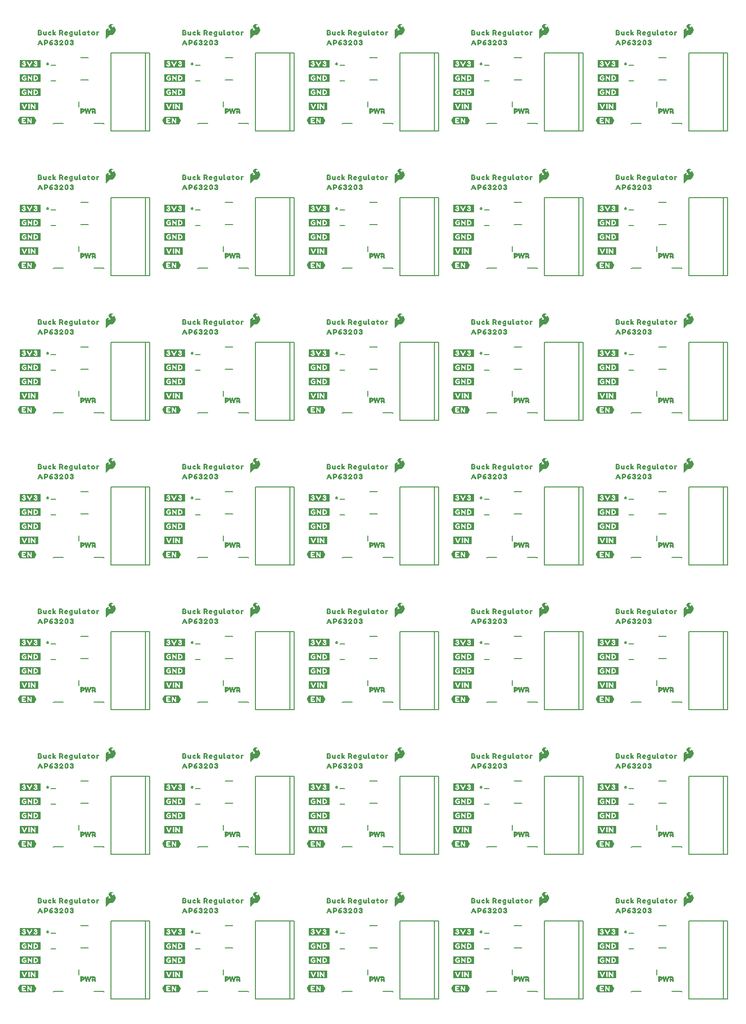
<source format=gto>
G04 EAGLE Gerber RS-274X export*
G75*
%MOMM*%
%FSLAX34Y34*%
%LPD*%
%INSilkscreen Top*%
%IPPOS*%
%AMOC8*
5,1,8,0,0,1.08239X$1,22.5*%
G01*
%ADD10C,0.203200*%
%ADD11R,0.490000X0.030000*%
%ADD12R,0.140000X0.030000*%
%ADD13R,0.560000X0.040000*%
%ADD14R,0.210000X0.040000*%
%ADD15R,0.630000X0.030000*%
%ADD16R,0.250000X0.030000*%
%ADD17R,0.280000X0.030000*%
%ADD18R,0.660000X0.040000*%
%ADD19R,0.280000X0.040000*%
%ADD20R,0.700000X0.030000*%
%ADD21R,0.730000X0.040000*%
%ADD22R,0.240000X0.040000*%
%ADD23R,0.350000X0.040000*%
%ADD24R,0.700000X0.040000*%
%ADD25R,0.730000X0.030000*%
%ADD26R,0.350000X0.030000*%
%ADD27R,0.310000X0.040000*%
%ADD28R,0.240000X0.030000*%
%ADD29R,0.420000X0.030000*%
%ADD30R,0.420000X0.040000*%
%ADD31R,0.490000X0.040000*%
%ADD32R,0.250000X0.040000*%
%ADD33R,0.310000X0.030000*%
%ADD34R,1.050000X0.030000*%
%ADD35R,1.010000X0.040000*%
%ADD36R,0.980000X0.030000*%
%ADD37R,0.980000X0.040000*%
%ADD38R,0.660000X0.030000*%
%ADD39R,0.630000X0.040000*%
%ADD40R,0.590000X0.030000*%
%ADD41R,0.380000X0.030000*%
%ADD42R,0.320000X0.040000*%
%ADD43R,0.210000X0.030000*%
%ADD44R,0.180000X0.030000*%

G36*
X1095347Y145587D02*
X1095347Y145587D01*
X1095342Y145594D01*
X1095349Y145600D01*
X1095349Y159100D01*
X1095313Y159147D01*
X1095310Y159145D01*
X1095308Y159149D01*
X1094708Y159249D01*
X1094703Y159246D01*
X1094700Y159249D01*
X1057500Y159249D01*
X1057453Y159213D01*
X1057456Y159209D01*
X1057453Y159206D01*
X1057455Y159203D01*
X1057451Y159200D01*
X1057451Y145700D01*
X1057487Y145653D01*
X1057490Y145655D01*
X1057492Y145651D01*
X1058092Y145551D01*
X1058097Y145554D01*
X1058100Y145551D01*
X1095300Y145551D01*
X1095347Y145587D01*
G37*
G36*
X1095347Y922827D02*
X1095347Y922827D01*
X1095342Y922834D01*
X1095349Y922840D01*
X1095349Y936340D01*
X1095313Y936387D01*
X1095310Y936385D01*
X1095308Y936389D01*
X1094708Y936489D01*
X1094703Y936486D01*
X1094700Y936489D01*
X1057500Y936489D01*
X1057453Y936453D01*
X1057456Y936449D01*
X1057453Y936446D01*
X1057455Y936443D01*
X1057451Y936440D01*
X1057451Y922940D01*
X1057487Y922893D01*
X1057490Y922895D01*
X1057492Y922891D01*
X1058092Y922791D01*
X1058097Y922794D01*
X1058100Y922791D01*
X1095300Y922791D01*
X1095347Y922827D01*
G37*
G36*
X59027Y1674667D02*
X59027Y1674667D01*
X59022Y1674674D01*
X59029Y1674680D01*
X59029Y1688180D01*
X58993Y1688227D01*
X58990Y1688225D01*
X58988Y1688229D01*
X58388Y1688329D01*
X58383Y1688326D01*
X58380Y1688329D01*
X21180Y1688329D01*
X21133Y1688293D01*
X21136Y1688289D01*
X21133Y1688286D01*
X21135Y1688283D01*
X21131Y1688280D01*
X21131Y1674780D01*
X21167Y1674733D01*
X21170Y1674735D01*
X21172Y1674731D01*
X21772Y1674631D01*
X21777Y1674634D01*
X21780Y1674631D01*
X58980Y1674631D01*
X59027Y1674667D01*
G37*
G36*
X836267Y1700067D02*
X836267Y1700067D01*
X836262Y1700074D01*
X836269Y1700080D01*
X836269Y1713580D01*
X836233Y1713627D01*
X836230Y1713625D01*
X836228Y1713629D01*
X835628Y1713729D01*
X835623Y1713726D01*
X835620Y1713729D01*
X798420Y1713729D01*
X798373Y1713693D01*
X798376Y1713689D01*
X798373Y1713686D01*
X798375Y1713683D01*
X798371Y1713680D01*
X798371Y1700180D01*
X798407Y1700133D01*
X798410Y1700135D01*
X798412Y1700131D01*
X799012Y1700031D01*
X799017Y1700034D01*
X799020Y1700031D01*
X836220Y1700031D01*
X836267Y1700067D01*
G37*
G36*
X318107Y1700067D02*
X318107Y1700067D01*
X318102Y1700074D01*
X318109Y1700080D01*
X318109Y1713580D01*
X318073Y1713627D01*
X318070Y1713625D01*
X318068Y1713629D01*
X317468Y1713729D01*
X317463Y1713726D01*
X317460Y1713729D01*
X280260Y1713729D01*
X280213Y1713693D01*
X280216Y1713689D01*
X280213Y1713686D01*
X280215Y1713683D01*
X280211Y1713680D01*
X280211Y1700180D01*
X280247Y1700133D01*
X280250Y1700135D01*
X280252Y1700131D01*
X280852Y1700031D01*
X280857Y1700034D01*
X280860Y1700031D01*
X318060Y1700031D01*
X318107Y1700067D01*
G37*
G36*
X59027Y1700067D02*
X59027Y1700067D01*
X59022Y1700074D01*
X59029Y1700080D01*
X59029Y1713580D01*
X58993Y1713627D01*
X58990Y1713625D01*
X58988Y1713629D01*
X58388Y1713729D01*
X58383Y1713726D01*
X58380Y1713729D01*
X21180Y1713729D01*
X21133Y1713693D01*
X21136Y1713689D01*
X21133Y1713686D01*
X21135Y1713683D01*
X21131Y1713680D01*
X21131Y1700180D01*
X21167Y1700133D01*
X21170Y1700135D01*
X21172Y1700131D01*
X21772Y1700031D01*
X21777Y1700034D01*
X21780Y1700031D01*
X58980Y1700031D01*
X59027Y1700067D01*
G37*
G36*
X1095347Y1700067D02*
X1095347Y1700067D01*
X1095342Y1700074D01*
X1095349Y1700080D01*
X1095349Y1713580D01*
X1095313Y1713627D01*
X1095310Y1713625D01*
X1095308Y1713629D01*
X1094708Y1713729D01*
X1094703Y1713726D01*
X1094700Y1713729D01*
X1057500Y1713729D01*
X1057453Y1713693D01*
X1057456Y1713689D01*
X1057453Y1713686D01*
X1057455Y1713683D01*
X1057451Y1713680D01*
X1057451Y1700180D01*
X1057487Y1700133D01*
X1057490Y1700135D01*
X1057492Y1700131D01*
X1058092Y1700031D01*
X1058097Y1700034D01*
X1058100Y1700031D01*
X1095300Y1700031D01*
X1095347Y1700067D01*
G37*
G36*
X577187Y1700067D02*
X577187Y1700067D01*
X577182Y1700074D01*
X577189Y1700080D01*
X577189Y1713580D01*
X577153Y1713627D01*
X577150Y1713625D01*
X577148Y1713629D01*
X576548Y1713729D01*
X576543Y1713726D01*
X576540Y1713729D01*
X539340Y1713729D01*
X539293Y1713693D01*
X539296Y1713689D01*
X539293Y1713686D01*
X539295Y1713683D01*
X539291Y1713680D01*
X539291Y1700180D01*
X539327Y1700133D01*
X539330Y1700135D01*
X539332Y1700131D01*
X539932Y1700031D01*
X539937Y1700034D01*
X539940Y1700031D01*
X577140Y1700031D01*
X577187Y1700067D01*
G37*
G36*
X1095347Y1674667D02*
X1095347Y1674667D01*
X1095342Y1674674D01*
X1095349Y1674680D01*
X1095349Y1688180D01*
X1095313Y1688227D01*
X1095310Y1688225D01*
X1095308Y1688229D01*
X1094708Y1688329D01*
X1094703Y1688326D01*
X1094700Y1688329D01*
X1057500Y1688329D01*
X1057453Y1688293D01*
X1057456Y1688289D01*
X1057453Y1688286D01*
X1057455Y1688283D01*
X1057451Y1688280D01*
X1057451Y1674780D01*
X1057487Y1674733D01*
X1057490Y1674735D01*
X1057492Y1674731D01*
X1058092Y1674631D01*
X1058097Y1674634D01*
X1058100Y1674631D01*
X1095300Y1674631D01*
X1095347Y1674667D01*
G37*
G36*
X1095347Y1156507D02*
X1095347Y1156507D01*
X1095342Y1156514D01*
X1095349Y1156520D01*
X1095349Y1170020D01*
X1095313Y1170067D01*
X1095310Y1170065D01*
X1095308Y1170069D01*
X1094708Y1170169D01*
X1094703Y1170166D01*
X1094700Y1170169D01*
X1057500Y1170169D01*
X1057453Y1170133D01*
X1057456Y1170129D01*
X1057453Y1170126D01*
X1057455Y1170123D01*
X1057451Y1170120D01*
X1057451Y1156620D01*
X1057487Y1156573D01*
X1057490Y1156575D01*
X1057492Y1156571D01*
X1058092Y1156471D01*
X1058097Y1156474D01*
X1058100Y1156471D01*
X1095300Y1156471D01*
X1095347Y1156507D01*
G37*
G36*
X1095347Y404667D02*
X1095347Y404667D01*
X1095342Y404674D01*
X1095349Y404680D01*
X1095349Y418180D01*
X1095313Y418227D01*
X1095310Y418225D01*
X1095308Y418229D01*
X1094708Y418329D01*
X1094703Y418326D01*
X1094700Y418329D01*
X1057500Y418329D01*
X1057453Y418293D01*
X1057456Y418289D01*
X1057453Y418286D01*
X1057455Y418283D01*
X1057451Y418280D01*
X1057451Y404780D01*
X1057487Y404733D01*
X1057490Y404735D01*
X1057492Y404731D01*
X1058092Y404631D01*
X1058097Y404634D01*
X1058100Y404631D01*
X1095300Y404631D01*
X1095347Y404667D01*
G37*
G36*
X318107Y404667D02*
X318107Y404667D01*
X318102Y404674D01*
X318109Y404680D01*
X318109Y418180D01*
X318073Y418227D01*
X318070Y418225D01*
X318068Y418229D01*
X317468Y418329D01*
X317463Y418326D01*
X317460Y418329D01*
X280260Y418329D01*
X280213Y418293D01*
X280216Y418289D01*
X280213Y418286D01*
X280215Y418283D01*
X280211Y418280D01*
X280211Y404780D01*
X280247Y404733D01*
X280250Y404735D01*
X280252Y404731D01*
X280852Y404631D01*
X280857Y404634D01*
X280860Y404631D01*
X318060Y404631D01*
X318107Y404667D01*
G37*
G36*
X318107Y1674667D02*
X318107Y1674667D01*
X318102Y1674674D01*
X318109Y1674680D01*
X318109Y1688180D01*
X318073Y1688227D01*
X318070Y1688225D01*
X318068Y1688229D01*
X317468Y1688329D01*
X317463Y1688326D01*
X317460Y1688329D01*
X280260Y1688329D01*
X280213Y1688293D01*
X280216Y1688289D01*
X280213Y1688286D01*
X280215Y1688283D01*
X280211Y1688280D01*
X280211Y1674780D01*
X280247Y1674733D01*
X280250Y1674735D01*
X280252Y1674731D01*
X280852Y1674631D01*
X280857Y1674634D01*
X280860Y1674631D01*
X318060Y1674631D01*
X318107Y1674667D01*
G37*
G36*
X836267Y1674667D02*
X836267Y1674667D01*
X836262Y1674674D01*
X836269Y1674680D01*
X836269Y1688180D01*
X836233Y1688227D01*
X836230Y1688225D01*
X836228Y1688229D01*
X835628Y1688329D01*
X835623Y1688326D01*
X835620Y1688329D01*
X798420Y1688329D01*
X798373Y1688293D01*
X798376Y1688289D01*
X798373Y1688286D01*
X798375Y1688283D01*
X798371Y1688280D01*
X798371Y1674780D01*
X798407Y1674733D01*
X798410Y1674735D01*
X798412Y1674731D01*
X799012Y1674631D01*
X799017Y1674634D01*
X799020Y1674631D01*
X836220Y1674631D01*
X836267Y1674667D01*
G37*
G36*
X836267Y404667D02*
X836267Y404667D01*
X836262Y404674D01*
X836269Y404680D01*
X836269Y418180D01*
X836233Y418227D01*
X836230Y418225D01*
X836228Y418229D01*
X835628Y418329D01*
X835623Y418326D01*
X835620Y418329D01*
X798420Y418329D01*
X798373Y418293D01*
X798376Y418289D01*
X798373Y418286D01*
X798375Y418283D01*
X798371Y418280D01*
X798371Y404780D01*
X798407Y404733D01*
X798410Y404735D01*
X798412Y404731D01*
X799012Y404631D01*
X799017Y404634D01*
X799020Y404631D01*
X836220Y404631D01*
X836267Y404667D01*
G37*
G36*
X59027Y404667D02*
X59027Y404667D01*
X59022Y404674D01*
X59029Y404680D01*
X59029Y418180D01*
X58993Y418227D01*
X58990Y418225D01*
X58988Y418229D01*
X58388Y418329D01*
X58383Y418326D01*
X58380Y418329D01*
X21180Y418329D01*
X21133Y418293D01*
X21136Y418289D01*
X21133Y418286D01*
X21135Y418283D01*
X21131Y418280D01*
X21131Y404780D01*
X21167Y404733D01*
X21170Y404735D01*
X21172Y404731D01*
X21772Y404631D01*
X21777Y404634D01*
X21780Y404631D01*
X58980Y404631D01*
X59027Y404667D01*
G37*
G36*
X577187Y1156507D02*
X577187Y1156507D01*
X577182Y1156514D01*
X577189Y1156520D01*
X577189Y1170020D01*
X577153Y1170067D01*
X577150Y1170065D01*
X577148Y1170069D01*
X576548Y1170169D01*
X576543Y1170166D01*
X576540Y1170169D01*
X539340Y1170169D01*
X539293Y1170133D01*
X539296Y1170129D01*
X539293Y1170126D01*
X539295Y1170123D01*
X539291Y1170120D01*
X539291Y1156620D01*
X539327Y1156573D01*
X539330Y1156575D01*
X539332Y1156571D01*
X539932Y1156471D01*
X539937Y1156474D01*
X539940Y1156471D01*
X577140Y1156471D01*
X577187Y1156507D01*
G37*
G36*
X318107Y1156507D02*
X318107Y1156507D01*
X318102Y1156514D01*
X318109Y1156520D01*
X318109Y1170020D01*
X318073Y1170067D01*
X318070Y1170065D01*
X318068Y1170069D01*
X317468Y1170169D01*
X317463Y1170166D01*
X317460Y1170169D01*
X280260Y1170169D01*
X280213Y1170133D01*
X280216Y1170129D01*
X280213Y1170126D01*
X280215Y1170123D01*
X280211Y1170120D01*
X280211Y1156620D01*
X280247Y1156573D01*
X280250Y1156575D01*
X280252Y1156571D01*
X280852Y1156471D01*
X280857Y1156474D01*
X280860Y1156471D01*
X318060Y1156471D01*
X318107Y1156507D01*
G37*
G36*
X59027Y922827D02*
X59027Y922827D01*
X59022Y922834D01*
X59029Y922840D01*
X59029Y936340D01*
X58993Y936387D01*
X58990Y936385D01*
X58988Y936389D01*
X58388Y936489D01*
X58383Y936486D01*
X58380Y936489D01*
X21180Y936489D01*
X21133Y936453D01*
X21136Y936449D01*
X21133Y936446D01*
X21135Y936443D01*
X21131Y936440D01*
X21131Y922940D01*
X21167Y922893D01*
X21170Y922895D01*
X21172Y922891D01*
X21772Y922791D01*
X21777Y922794D01*
X21780Y922791D01*
X58980Y922791D01*
X59027Y922827D01*
G37*
G36*
X1095347Y1415587D02*
X1095347Y1415587D01*
X1095342Y1415594D01*
X1095349Y1415600D01*
X1095349Y1429100D01*
X1095313Y1429147D01*
X1095310Y1429145D01*
X1095308Y1429149D01*
X1094708Y1429249D01*
X1094703Y1429246D01*
X1094700Y1429249D01*
X1057500Y1429249D01*
X1057453Y1429213D01*
X1057456Y1429209D01*
X1057453Y1429206D01*
X1057455Y1429203D01*
X1057451Y1429200D01*
X1057451Y1415700D01*
X1057487Y1415653D01*
X1057490Y1415655D01*
X1057492Y1415651D01*
X1058092Y1415551D01*
X1058097Y1415554D01*
X1058100Y1415551D01*
X1095300Y1415551D01*
X1095347Y1415587D01*
G37*
G36*
X577187Y1415587D02*
X577187Y1415587D01*
X577182Y1415594D01*
X577189Y1415600D01*
X577189Y1429100D01*
X577153Y1429147D01*
X577150Y1429145D01*
X577148Y1429149D01*
X576548Y1429249D01*
X576543Y1429246D01*
X576540Y1429249D01*
X539340Y1429249D01*
X539293Y1429213D01*
X539296Y1429209D01*
X539293Y1429206D01*
X539295Y1429203D01*
X539291Y1429200D01*
X539291Y1415700D01*
X539327Y1415653D01*
X539330Y1415655D01*
X539332Y1415651D01*
X539932Y1415551D01*
X539937Y1415554D01*
X539940Y1415551D01*
X577140Y1415551D01*
X577187Y1415587D01*
G37*
G36*
X318107Y922827D02*
X318107Y922827D01*
X318102Y922834D01*
X318109Y922840D01*
X318109Y936340D01*
X318073Y936387D01*
X318070Y936385D01*
X318068Y936389D01*
X317468Y936489D01*
X317463Y936486D01*
X317460Y936489D01*
X280260Y936489D01*
X280213Y936453D01*
X280216Y936449D01*
X280213Y936446D01*
X280215Y936443D01*
X280211Y936440D01*
X280211Y922940D01*
X280247Y922893D01*
X280250Y922895D01*
X280252Y922891D01*
X280852Y922791D01*
X280857Y922794D01*
X280860Y922791D01*
X318060Y922791D01*
X318107Y922827D01*
G37*
G36*
X577187Y922827D02*
X577187Y922827D01*
X577182Y922834D01*
X577189Y922840D01*
X577189Y936340D01*
X577153Y936387D01*
X577150Y936385D01*
X577148Y936389D01*
X576548Y936489D01*
X576543Y936486D01*
X576540Y936489D01*
X539340Y936489D01*
X539293Y936453D01*
X539296Y936449D01*
X539293Y936446D01*
X539295Y936443D01*
X539291Y936440D01*
X539291Y922940D01*
X539327Y922893D01*
X539330Y922895D01*
X539332Y922891D01*
X539932Y922791D01*
X539937Y922794D01*
X539940Y922791D01*
X577140Y922791D01*
X577187Y922827D01*
G37*
G36*
X318107Y1181907D02*
X318107Y1181907D01*
X318102Y1181914D01*
X318109Y1181920D01*
X318109Y1195420D01*
X318073Y1195467D01*
X318070Y1195465D01*
X318068Y1195469D01*
X317468Y1195569D01*
X317463Y1195566D01*
X317460Y1195569D01*
X280260Y1195569D01*
X280213Y1195533D01*
X280216Y1195529D01*
X280213Y1195526D01*
X280215Y1195523D01*
X280211Y1195520D01*
X280211Y1182020D01*
X280247Y1181973D01*
X280250Y1181975D01*
X280252Y1181971D01*
X280852Y1181871D01*
X280857Y1181874D01*
X280860Y1181871D01*
X318060Y1181871D01*
X318107Y1181907D01*
G37*
G36*
X59027Y1415587D02*
X59027Y1415587D01*
X59022Y1415594D01*
X59029Y1415600D01*
X59029Y1429100D01*
X58993Y1429147D01*
X58990Y1429145D01*
X58988Y1429149D01*
X58388Y1429249D01*
X58383Y1429246D01*
X58380Y1429249D01*
X21180Y1429249D01*
X21133Y1429213D01*
X21136Y1429209D01*
X21133Y1429206D01*
X21135Y1429203D01*
X21131Y1429200D01*
X21131Y1415700D01*
X21167Y1415653D01*
X21170Y1415655D01*
X21172Y1415651D01*
X21772Y1415551D01*
X21777Y1415554D01*
X21780Y1415551D01*
X58980Y1415551D01*
X59027Y1415587D01*
G37*
G36*
X836267Y1415587D02*
X836267Y1415587D01*
X836262Y1415594D01*
X836269Y1415600D01*
X836269Y1429100D01*
X836233Y1429147D01*
X836230Y1429145D01*
X836228Y1429149D01*
X835628Y1429249D01*
X835623Y1429246D01*
X835620Y1429249D01*
X798420Y1429249D01*
X798373Y1429213D01*
X798376Y1429209D01*
X798373Y1429206D01*
X798375Y1429203D01*
X798371Y1429200D01*
X798371Y1415700D01*
X798407Y1415653D01*
X798410Y1415655D01*
X798412Y1415651D01*
X799012Y1415551D01*
X799017Y1415554D01*
X799020Y1415551D01*
X836220Y1415551D01*
X836267Y1415587D01*
G37*
G36*
X318107Y1415587D02*
X318107Y1415587D01*
X318102Y1415594D01*
X318109Y1415600D01*
X318109Y1429100D01*
X318073Y1429147D01*
X318070Y1429145D01*
X318068Y1429149D01*
X317468Y1429249D01*
X317463Y1429246D01*
X317460Y1429249D01*
X280260Y1429249D01*
X280213Y1429213D01*
X280216Y1429209D01*
X280213Y1429206D01*
X280215Y1429203D01*
X280211Y1429200D01*
X280211Y1415700D01*
X280247Y1415653D01*
X280250Y1415655D01*
X280252Y1415651D01*
X280852Y1415551D01*
X280857Y1415554D01*
X280860Y1415551D01*
X318060Y1415551D01*
X318107Y1415587D01*
G37*
G36*
X577187Y1674667D02*
X577187Y1674667D01*
X577182Y1674674D01*
X577189Y1674680D01*
X577189Y1688180D01*
X577153Y1688227D01*
X577150Y1688225D01*
X577148Y1688229D01*
X576548Y1688329D01*
X576543Y1688326D01*
X576540Y1688329D01*
X539340Y1688329D01*
X539293Y1688293D01*
X539296Y1688289D01*
X539293Y1688286D01*
X539295Y1688283D01*
X539291Y1688280D01*
X539291Y1674780D01*
X539327Y1674733D01*
X539330Y1674735D01*
X539332Y1674731D01*
X539932Y1674631D01*
X539937Y1674634D01*
X539940Y1674631D01*
X577140Y1674631D01*
X577187Y1674667D01*
G37*
G36*
X59027Y1156507D02*
X59027Y1156507D01*
X59022Y1156514D01*
X59029Y1156520D01*
X59029Y1170020D01*
X58993Y1170067D01*
X58990Y1170065D01*
X58988Y1170069D01*
X58388Y1170169D01*
X58383Y1170166D01*
X58380Y1170169D01*
X21180Y1170169D01*
X21133Y1170133D01*
X21136Y1170129D01*
X21133Y1170126D01*
X21135Y1170123D01*
X21131Y1170120D01*
X21131Y1156620D01*
X21167Y1156573D01*
X21170Y1156575D01*
X21172Y1156571D01*
X21772Y1156471D01*
X21777Y1156474D01*
X21780Y1156471D01*
X58980Y1156471D01*
X59027Y1156507D01*
G37*
G36*
X836267Y1156507D02*
X836267Y1156507D01*
X836262Y1156514D01*
X836269Y1156520D01*
X836269Y1170020D01*
X836233Y1170067D01*
X836230Y1170065D01*
X836228Y1170069D01*
X835628Y1170169D01*
X835623Y1170166D01*
X835620Y1170169D01*
X798420Y1170169D01*
X798373Y1170133D01*
X798376Y1170129D01*
X798373Y1170126D01*
X798375Y1170123D01*
X798371Y1170120D01*
X798371Y1156620D01*
X798407Y1156573D01*
X798410Y1156575D01*
X798412Y1156571D01*
X799012Y1156471D01*
X799017Y1156474D01*
X799020Y1156471D01*
X836220Y1156471D01*
X836267Y1156507D01*
G37*
G36*
X836267Y120187D02*
X836267Y120187D01*
X836262Y120194D01*
X836269Y120200D01*
X836269Y133700D01*
X836233Y133747D01*
X836230Y133745D01*
X836228Y133749D01*
X835628Y133849D01*
X835623Y133846D01*
X835620Y133849D01*
X798420Y133849D01*
X798373Y133813D01*
X798376Y133809D01*
X798373Y133806D01*
X798375Y133803D01*
X798371Y133800D01*
X798371Y120300D01*
X798407Y120253D01*
X798410Y120255D01*
X798412Y120251D01*
X799012Y120151D01*
X799017Y120154D01*
X799020Y120151D01*
X836220Y120151D01*
X836267Y120187D01*
G37*
G36*
X1095347Y120187D02*
X1095347Y120187D01*
X1095342Y120194D01*
X1095349Y120200D01*
X1095349Y133700D01*
X1095313Y133747D01*
X1095310Y133745D01*
X1095308Y133749D01*
X1094708Y133849D01*
X1094703Y133846D01*
X1094700Y133849D01*
X1057500Y133849D01*
X1057453Y133813D01*
X1057456Y133809D01*
X1057453Y133806D01*
X1057455Y133803D01*
X1057451Y133800D01*
X1057451Y120300D01*
X1057487Y120253D01*
X1057490Y120255D01*
X1057492Y120251D01*
X1058092Y120151D01*
X1058097Y120154D01*
X1058100Y120151D01*
X1095300Y120151D01*
X1095347Y120187D01*
G37*
G36*
X318107Y120187D02*
X318107Y120187D01*
X318102Y120194D01*
X318109Y120200D01*
X318109Y133700D01*
X318073Y133747D01*
X318070Y133745D01*
X318068Y133749D01*
X317468Y133849D01*
X317463Y133846D01*
X317460Y133849D01*
X280260Y133849D01*
X280213Y133813D01*
X280216Y133809D01*
X280213Y133806D01*
X280215Y133803D01*
X280211Y133800D01*
X280211Y120300D01*
X280247Y120253D01*
X280250Y120255D01*
X280252Y120251D01*
X280852Y120151D01*
X280857Y120154D01*
X280860Y120151D01*
X318060Y120151D01*
X318107Y120187D01*
G37*
G36*
X577187Y120187D02*
X577187Y120187D01*
X577182Y120194D01*
X577189Y120200D01*
X577189Y133700D01*
X577153Y133747D01*
X577150Y133745D01*
X577148Y133749D01*
X576548Y133849D01*
X576543Y133846D01*
X576540Y133849D01*
X539340Y133849D01*
X539293Y133813D01*
X539296Y133809D01*
X539293Y133806D01*
X539295Y133803D01*
X539291Y133800D01*
X539291Y120300D01*
X539327Y120253D01*
X539330Y120255D01*
X539332Y120251D01*
X539932Y120151D01*
X539937Y120154D01*
X539940Y120151D01*
X577140Y120151D01*
X577187Y120187D01*
G37*
G36*
X59027Y120187D02*
X59027Y120187D01*
X59022Y120194D01*
X59029Y120200D01*
X59029Y133700D01*
X58993Y133747D01*
X58990Y133745D01*
X58988Y133749D01*
X58388Y133849D01*
X58383Y133846D01*
X58380Y133849D01*
X21180Y133849D01*
X21133Y133813D01*
X21136Y133809D01*
X21133Y133806D01*
X21135Y133803D01*
X21131Y133800D01*
X21131Y120300D01*
X21167Y120253D01*
X21170Y120255D01*
X21172Y120251D01*
X21772Y120151D01*
X21777Y120154D01*
X21780Y120151D01*
X58980Y120151D01*
X59027Y120187D01*
G37*
G36*
X577187Y379267D02*
X577187Y379267D01*
X577182Y379274D01*
X577189Y379280D01*
X577189Y392780D01*
X577153Y392827D01*
X577150Y392825D01*
X577148Y392829D01*
X576548Y392929D01*
X576543Y392926D01*
X576540Y392929D01*
X539340Y392929D01*
X539293Y392893D01*
X539296Y392889D01*
X539293Y392886D01*
X539295Y392883D01*
X539291Y392880D01*
X539291Y379380D01*
X539327Y379333D01*
X539330Y379335D01*
X539332Y379331D01*
X539932Y379231D01*
X539937Y379234D01*
X539940Y379231D01*
X577140Y379231D01*
X577187Y379267D01*
G37*
G36*
X59027Y379267D02*
X59027Y379267D01*
X59022Y379274D01*
X59029Y379280D01*
X59029Y392780D01*
X58993Y392827D01*
X58990Y392825D01*
X58988Y392829D01*
X58388Y392929D01*
X58383Y392926D01*
X58380Y392929D01*
X21180Y392929D01*
X21133Y392893D01*
X21136Y392889D01*
X21133Y392886D01*
X21135Y392883D01*
X21131Y392880D01*
X21131Y379380D01*
X21167Y379333D01*
X21170Y379335D01*
X21172Y379331D01*
X21772Y379231D01*
X21777Y379234D01*
X21780Y379231D01*
X58980Y379231D01*
X59027Y379267D01*
G37*
G36*
X318107Y379267D02*
X318107Y379267D01*
X318102Y379274D01*
X318109Y379280D01*
X318109Y392780D01*
X318073Y392827D01*
X318070Y392825D01*
X318068Y392829D01*
X317468Y392929D01*
X317463Y392926D01*
X317460Y392929D01*
X280260Y392929D01*
X280213Y392893D01*
X280216Y392889D01*
X280213Y392886D01*
X280215Y392883D01*
X280211Y392880D01*
X280211Y379380D01*
X280247Y379333D01*
X280250Y379335D01*
X280252Y379331D01*
X280852Y379231D01*
X280857Y379234D01*
X280860Y379231D01*
X318060Y379231D01*
X318107Y379267D01*
G37*
G36*
X1095347Y379267D02*
X1095347Y379267D01*
X1095342Y379274D01*
X1095349Y379280D01*
X1095349Y392780D01*
X1095313Y392827D01*
X1095310Y392825D01*
X1095308Y392829D01*
X1094708Y392929D01*
X1094703Y392926D01*
X1094700Y392929D01*
X1057500Y392929D01*
X1057453Y392893D01*
X1057456Y392889D01*
X1057453Y392886D01*
X1057455Y392883D01*
X1057451Y392880D01*
X1057451Y379380D01*
X1057487Y379333D01*
X1057490Y379335D01*
X1057492Y379331D01*
X1058092Y379231D01*
X1058097Y379234D01*
X1058100Y379231D01*
X1095300Y379231D01*
X1095347Y379267D01*
G37*
G36*
X836267Y379267D02*
X836267Y379267D01*
X836262Y379274D01*
X836269Y379280D01*
X836269Y392780D01*
X836233Y392827D01*
X836230Y392825D01*
X836228Y392829D01*
X835628Y392929D01*
X835623Y392926D01*
X835620Y392929D01*
X798420Y392929D01*
X798373Y392893D01*
X798376Y392889D01*
X798373Y392886D01*
X798375Y392883D01*
X798371Y392880D01*
X798371Y379380D01*
X798407Y379333D01*
X798410Y379335D01*
X798412Y379331D01*
X799012Y379231D01*
X799017Y379234D01*
X799020Y379231D01*
X836220Y379231D01*
X836267Y379267D01*
G37*
G36*
X836267Y1181907D02*
X836267Y1181907D01*
X836262Y1181914D01*
X836269Y1181920D01*
X836269Y1195420D01*
X836233Y1195467D01*
X836230Y1195465D01*
X836228Y1195469D01*
X835628Y1195569D01*
X835623Y1195566D01*
X835620Y1195569D01*
X798420Y1195569D01*
X798373Y1195533D01*
X798376Y1195529D01*
X798373Y1195526D01*
X798375Y1195523D01*
X798371Y1195520D01*
X798371Y1182020D01*
X798407Y1181973D01*
X798410Y1181975D01*
X798412Y1181971D01*
X799012Y1181871D01*
X799017Y1181874D01*
X799020Y1181871D01*
X836220Y1181871D01*
X836267Y1181907D01*
G37*
G36*
X577187Y1181907D02*
X577187Y1181907D01*
X577182Y1181914D01*
X577189Y1181920D01*
X577189Y1195420D01*
X577153Y1195467D01*
X577150Y1195465D01*
X577148Y1195469D01*
X576548Y1195569D01*
X576543Y1195566D01*
X576540Y1195569D01*
X539340Y1195569D01*
X539293Y1195533D01*
X539296Y1195529D01*
X539293Y1195526D01*
X539295Y1195523D01*
X539291Y1195520D01*
X539291Y1182020D01*
X539327Y1181973D01*
X539330Y1181975D01*
X539332Y1181971D01*
X539932Y1181871D01*
X539937Y1181874D01*
X539940Y1181871D01*
X577140Y1181871D01*
X577187Y1181907D01*
G37*
G36*
X1095347Y1181907D02*
X1095347Y1181907D01*
X1095342Y1181914D01*
X1095349Y1181920D01*
X1095349Y1195420D01*
X1095313Y1195467D01*
X1095310Y1195465D01*
X1095308Y1195469D01*
X1094708Y1195569D01*
X1094703Y1195566D01*
X1094700Y1195569D01*
X1057500Y1195569D01*
X1057453Y1195533D01*
X1057456Y1195529D01*
X1057453Y1195526D01*
X1057455Y1195523D01*
X1057451Y1195520D01*
X1057451Y1182020D01*
X1057487Y1181973D01*
X1057490Y1181975D01*
X1057492Y1181971D01*
X1058092Y1181871D01*
X1058097Y1181874D01*
X1058100Y1181871D01*
X1095300Y1181871D01*
X1095347Y1181907D01*
G37*
G36*
X59027Y1181907D02*
X59027Y1181907D01*
X59022Y1181914D01*
X59029Y1181920D01*
X59029Y1195420D01*
X58993Y1195467D01*
X58990Y1195465D01*
X58988Y1195469D01*
X58388Y1195569D01*
X58383Y1195566D01*
X58380Y1195569D01*
X21180Y1195569D01*
X21133Y1195533D01*
X21136Y1195529D01*
X21133Y1195526D01*
X21135Y1195523D01*
X21131Y1195520D01*
X21131Y1182020D01*
X21167Y1181973D01*
X21170Y1181975D01*
X21172Y1181971D01*
X21772Y1181871D01*
X21777Y1181874D01*
X21780Y1181871D01*
X58980Y1181871D01*
X59027Y1181907D01*
G37*
G36*
X836267Y897427D02*
X836267Y897427D01*
X836262Y897434D01*
X836269Y897440D01*
X836269Y910940D01*
X836233Y910987D01*
X836230Y910985D01*
X836228Y910989D01*
X835628Y911089D01*
X835623Y911086D01*
X835620Y911089D01*
X798420Y911089D01*
X798373Y911053D01*
X798376Y911049D01*
X798373Y911046D01*
X798375Y911043D01*
X798371Y911040D01*
X798371Y897540D01*
X798407Y897493D01*
X798410Y897495D01*
X798412Y897491D01*
X799012Y897391D01*
X799017Y897394D01*
X799020Y897391D01*
X836220Y897391D01*
X836267Y897427D01*
G37*
G36*
X836267Y1440987D02*
X836267Y1440987D01*
X836262Y1440994D01*
X836269Y1441000D01*
X836269Y1454500D01*
X836233Y1454547D01*
X836230Y1454545D01*
X836228Y1454549D01*
X835628Y1454649D01*
X835623Y1454646D01*
X835620Y1454649D01*
X798420Y1454649D01*
X798373Y1454613D01*
X798376Y1454609D01*
X798373Y1454606D01*
X798375Y1454603D01*
X798371Y1454600D01*
X798371Y1441100D01*
X798407Y1441053D01*
X798410Y1441055D01*
X798412Y1441051D01*
X799012Y1440951D01*
X799017Y1440954D01*
X799020Y1440951D01*
X836220Y1440951D01*
X836267Y1440987D01*
G37*
G36*
X1095347Y1440987D02*
X1095347Y1440987D01*
X1095342Y1440994D01*
X1095349Y1441000D01*
X1095349Y1454500D01*
X1095313Y1454547D01*
X1095310Y1454545D01*
X1095308Y1454549D01*
X1094708Y1454649D01*
X1094703Y1454646D01*
X1094700Y1454649D01*
X1057500Y1454649D01*
X1057453Y1454613D01*
X1057456Y1454609D01*
X1057453Y1454606D01*
X1057455Y1454603D01*
X1057451Y1454600D01*
X1057451Y1441100D01*
X1057487Y1441053D01*
X1057490Y1441055D01*
X1057492Y1441051D01*
X1058092Y1440951D01*
X1058097Y1440954D01*
X1058100Y1440951D01*
X1095300Y1440951D01*
X1095347Y1440987D01*
G37*
G36*
X59027Y1440987D02*
X59027Y1440987D01*
X59022Y1440994D01*
X59029Y1441000D01*
X59029Y1454500D01*
X58993Y1454547D01*
X58990Y1454545D01*
X58988Y1454549D01*
X58388Y1454649D01*
X58383Y1454646D01*
X58380Y1454649D01*
X21180Y1454649D01*
X21133Y1454613D01*
X21136Y1454609D01*
X21133Y1454606D01*
X21135Y1454603D01*
X21131Y1454600D01*
X21131Y1441100D01*
X21167Y1441053D01*
X21170Y1441055D01*
X21172Y1441051D01*
X21772Y1440951D01*
X21777Y1440954D01*
X21780Y1440951D01*
X58980Y1440951D01*
X59027Y1440987D01*
G37*
G36*
X318107Y1440987D02*
X318107Y1440987D01*
X318102Y1440994D01*
X318109Y1441000D01*
X318109Y1454500D01*
X318073Y1454547D01*
X318070Y1454545D01*
X318068Y1454549D01*
X317468Y1454649D01*
X317463Y1454646D01*
X317460Y1454649D01*
X280260Y1454649D01*
X280213Y1454613D01*
X280216Y1454609D01*
X280213Y1454606D01*
X280215Y1454603D01*
X280211Y1454600D01*
X280211Y1441100D01*
X280247Y1441053D01*
X280250Y1441055D01*
X280252Y1441051D01*
X280852Y1440951D01*
X280857Y1440954D01*
X280860Y1440951D01*
X318060Y1440951D01*
X318107Y1440987D01*
G37*
G36*
X577187Y1440987D02*
X577187Y1440987D01*
X577182Y1440994D01*
X577189Y1441000D01*
X577189Y1454500D01*
X577153Y1454547D01*
X577150Y1454545D01*
X577148Y1454549D01*
X576548Y1454649D01*
X576543Y1454646D01*
X576540Y1454649D01*
X539340Y1454649D01*
X539293Y1454613D01*
X539296Y1454609D01*
X539293Y1454606D01*
X539295Y1454603D01*
X539291Y1454600D01*
X539291Y1441100D01*
X539327Y1441053D01*
X539330Y1441055D01*
X539332Y1441051D01*
X539932Y1440951D01*
X539937Y1440954D01*
X539940Y1440951D01*
X577140Y1440951D01*
X577187Y1440987D01*
G37*
G36*
X577187Y145587D02*
X577187Y145587D01*
X577182Y145594D01*
X577189Y145600D01*
X577189Y159100D01*
X577153Y159147D01*
X577150Y159145D01*
X577148Y159149D01*
X576548Y159249D01*
X576543Y159246D01*
X576540Y159249D01*
X539340Y159249D01*
X539293Y159213D01*
X539296Y159209D01*
X539293Y159206D01*
X539295Y159203D01*
X539291Y159200D01*
X539291Y145700D01*
X539327Y145653D01*
X539330Y145655D01*
X539332Y145651D01*
X539932Y145551D01*
X539937Y145554D01*
X539940Y145551D01*
X577140Y145551D01*
X577187Y145587D01*
G37*
G36*
X836267Y145587D02*
X836267Y145587D01*
X836262Y145594D01*
X836269Y145600D01*
X836269Y159100D01*
X836233Y159147D01*
X836230Y159145D01*
X836228Y159149D01*
X835628Y159249D01*
X835623Y159246D01*
X835620Y159249D01*
X798420Y159249D01*
X798373Y159213D01*
X798376Y159209D01*
X798373Y159206D01*
X798375Y159203D01*
X798371Y159200D01*
X798371Y145700D01*
X798407Y145653D01*
X798410Y145655D01*
X798412Y145651D01*
X799012Y145551D01*
X799017Y145554D01*
X799020Y145551D01*
X836220Y145551D01*
X836267Y145587D01*
G37*
G36*
X836267Y922827D02*
X836267Y922827D01*
X836262Y922834D01*
X836269Y922840D01*
X836269Y936340D01*
X836233Y936387D01*
X836230Y936385D01*
X836228Y936389D01*
X835628Y936489D01*
X835623Y936486D01*
X835620Y936489D01*
X798420Y936489D01*
X798373Y936453D01*
X798376Y936449D01*
X798373Y936446D01*
X798375Y936443D01*
X798371Y936440D01*
X798371Y922940D01*
X798407Y922893D01*
X798410Y922895D01*
X798412Y922891D01*
X799012Y922791D01*
X799017Y922794D01*
X799020Y922791D01*
X836220Y922791D01*
X836267Y922827D01*
G37*
G36*
X59027Y145587D02*
X59027Y145587D01*
X59022Y145594D01*
X59029Y145600D01*
X59029Y159100D01*
X58993Y159147D01*
X58990Y159145D01*
X58988Y159149D01*
X58388Y159249D01*
X58383Y159246D01*
X58380Y159249D01*
X21180Y159249D01*
X21133Y159213D01*
X21136Y159209D01*
X21133Y159206D01*
X21135Y159203D01*
X21131Y159200D01*
X21131Y145700D01*
X21167Y145653D01*
X21170Y145655D01*
X21172Y145651D01*
X21772Y145551D01*
X21777Y145554D01*
X21780Y145551D01*
X58980Y145551D01*
X59027Y145587D01*
G37*
G36*
X318107Y145587D02*
X318107Y145587D01*
X318102Y145594D01*
X318109Y145600D01*
X318109Y159100D01*
X318073Y159147D01*
X318070Y159145D01*
X318068Y159149D01*
X317468Y159249D01*
X317463Y159246D01*
X317460Y159249D01*
X280260Y159249D01*
X280213Y159213D01*
X280216Y159209D01*
X280213Y159206D01*
X280215Y159203D01*
X280211Y159200D01*
X280211Y145700D01*
X280247Y145653D01*
X280250Y145655D01*
X280252Y145651D01*
X280852Y145551D01*
X280857Y145554D01*
X280860Y145551D01*
X318060Y145551D01*
X318107Y145587D01*
G37*
G36*
X1095347Y897427D02*
X1095347Y897427D01*
X1095342Y897434D01*
X1095349Y897440D01*
X1095349Y910940D01*
X1095313Y910987D01*
X1095310Y910985D01*
X1095308Y910989D01*
X1094708Y911089D01*
X1094703Y911086D01*
X1094700Y911089D01*
X1057500Y911089D01*
X1057453Y911053D01*
X1057456Y911049D01*
X1057453Y911046D01*
X1057455Y911043D01*
X1057451Y911040D01*
X1057451Y897540D01*
X1057487Y897493D01*
X1057490Y897495D01*
X1057492Y897491D01*
X1058092Y897391D01*
X1058097Y897394D01*
X1058100Y897391D01*
X1095300Y897391D01*
X1095347Y897427D01*
G37*
G36*
X59027Y638347D02*
X59027Y638347D01*
X59022Y638354D01*
X59029Y638360D01*
X59029Y651860D01*
X58993Y651907D01*
X58990Y651905D01*
X58988Y651909D01*
X58388Y652009D01*
X58383Y652006D01*
X58380Y652009D01*
X21180Y652009D01*
X21133Y651973D01*
X21136Y651969D01*
X21133Y651966D01*
X21135Y651963D01*
X21131Y651960D01*
X21131Y638460D01*
X21167Y638413D01*
X21170Y638415D01*
X21172Y638411D01*
X21772Y638311D01*
X21777Y638314D01*
X21780Y638311D01*
X58980Y638311D01*
X59027Y638347D01*
G37*
G36*
X577187Y638347D02*
X577187Y638347D01*
X577182Y638354D01*
X577189Y638360D01*
X577189Y651860D01*
X577153Y651907D01*
X577150Y651905D01*
X577148Y651909D01*
X576548Y652009D01*
X576543Y652006D01*
X576540Y652009D01*
X539340Y652009D01*
X539293Y651973D01*
X539296Y651969D01*
X539293Y651966D01*
X539295Y651963D01*
X539291Y651960D01*
X539291Y638460D01*
X539327Y638413D01*
X539330Y638415D01*
X539332Y638411D01*
X539932Y638311D01*
X539937Y638314D01*
X539940Y638311D01*
X577140Y638311D01*
X577187Y638347D01*
G37*
G36*
X318107Y638347D02*
X318107Y638347D01*
X318102Y638354D01*
X318109Y638360D01*
X318109Y651860D01*
X318073Y651907D01*
X318070Y651905D01*
X318068Y651909D01*
X317468Y652009D01*
X317463Y652006D01*
X317460Y652009D01*
X280260Y652009D01*
X280213Y651973D01*
X280216Y651969D01*
X280213Y651966D01*
X280215Y651963D01*
X280211Y651960D01*
X280211Y638460D01*
X280247Y638413D01*
X280250Y638415D01*
X280252Y638411D01*
X280852Y638311D01*
X280857Y638314D01*
X280860Y638311D01*
X318060Y638311D01*
X318107Y638347D01*
G37*
G36*
X1095347Y638347D02*
X1095347Y638347D01*
X1095342Y638354D01*
X1095349Y638360D01*
X1095349Y651860D01*
X1095313Y651907D01*
X1095310Y651905D01*
X1095308Y651909D01*
X1094708Y652009D01*
X1094703Y652006D01*
X1094700Y652009D01*
X1057500Y652009D01*
X1057453Y651973D01*
X1057456Y651969D01*
X1057453Y651966D01*
X1057455Y651963D01*
X1057451Y651960D01*
X1057451Y638460D01*
X1057487Y638413D01*
X1057490Y638415D01*
X1057492Y638411D01*
X1058092Y638311D01*
X1058097Y638314D01*
X1058100Y638311D01*
X1095300Y638311D01*
X1095347Y638347D01*
G37*
G36*
X577187Y897427D02*
X577187Y897427D01*
X577182Y897434D01*
X577189Y897440D01*
X577189Y910940D01*
X577153Y910987D01*
X577150Y910985D01*
X577148Y910989D01*
X576548Y911089D01*
X576543Y911086D01*
X576540Y911089D01*
X539340Y911089D01*
X539293Y911053D01*
X539296Y911049D01*
X539293Y911046D01*
X539295Y911043D01*
X539291Y911040D01*
X539291Y897540D01*
X539327Y897493D01*
X539330Y897495D01*
X539332Y897491D01*
X539932Y897391D01*
X539937Y897394D01*
X539940Y897391D01*
X577140Y897391D01*
X577187Y897427D01*
G37*
G36*
X59027Y897427D02*
X59027Y897427D01*
X59022Y897434D01*
X59029Y897440D01*
X59029Y910940D01*
X58993Y910987D01*
X58990Y910985D01*
X58988Y910989D01*
X58388Y911089D01*
X58383Y911086D01*
X58380Y911089D01*
X21180Y911089D01*
X21133Y911053D01*
X21136Y911049D01*
X21133Y911046D01*
X21135Y911043D01*
X21131Y911040D01*
X21131Y897540D01*
X21167Y897493D01*
X21170Y897495D01*
X21172Y897491D01*
X21772Y897391D01*
X21777Y897394D01*
X21780Y897391D01*
X58980Y897391D01*
X59027Y897427D01*
G37*
G36*
X318107Y897427D02*
X318107Y897427D01*
X318102Y897434D01*
X318109Y897440D01*
X318109Y910940D01*
X318073Y910987D01*
X318070Y910985D01*
X318068Y910989D01*
X317468Y911089D01*
X317463Y911086D01*
X317460Y911089D01*
X280260Y911089D01*
X280213Y911053D01*
X280216Y911049D01*
X280213Y911046D01*
X280215Y911043D01*
X280211Y911040D01*
X280211Y897540D01*
X280247Y897493D01*
X280250Y897495D01*
X280252Y897491D01*
X280852Y897391D01*
X280857Y897394D01*
X280860Y897391D01*
X318060Y897391D01*
X318107Y897427D01*
G37*
G36*
X836267Y638347D02*
X836267Y638347D01*
X836262Y638354D01*
X836269Y638360D01*
X836269Y651860D01*
X836233Y651907D01*
X836230Y651905D01*
X836228Y651909D01*
X835628Y652009D01*
X835623Y652006D01*
X835620Y652009D01*
X798420Y652009D01*
X798373Y651973D01*
X798376Y651969D01*
X798373Y651966D01*
X798375Y651963D01*
X798371Y651960D01*
X798371Y638460D01*
X798407Y638413D01*
X798410Y638415D01*
X798412Y638411D01*
X799012Y638311D01*
X799017Y638314D01*
X799020Y638311D01*
X836220Y638311D01*
X836267Y638347D01*
G37*
G36*
X577187Y663747D02*
X577187Y663747D01*
X577182Y663754D01*
X577189Y663760D01*
X577189Y677260D01*
X577153Y677307D01*
X577150Y677305D01*
X577148Y677309D01*
X576548Y677409D01*
X576543Y677406D01*
X576540Y677409D01*
X539340Y677409D01*
X539293Y677373D01*
X539296Y677369D01*
X539293Y677366D01*
X539295Y677363D01*
X539291Y677360D01*
X539291Y663860D01*
X539327Y663813D01*
X539330Y663815D01*
X539332Y663811D01*
X539932Y663711D01*
X539937Y663714D01*
X539940Y663711D01*
X577140Y663711D01*
X577187Y663747D01*
G37*
G36*
X836267Y663747D02*
X836267Y663747D01*
X836262Y663754D01*
X836269Y663760D01*
X836269Y677260D01*
X836233Y677307D01*
X836230Y677305D01*
X836228Y677309D01*
X835628Y677409D01*
X835623Y677406D01*
X835620Y677409D01*
X798420Y677409D01*
X798373Y677373D01*
X798376Y677369D01*
X798373Y677366D01*
X798375Y677363D01*
X798371Y677360D01*
X798371Y663860D01*
X798407Y663813D01*
X798410Y663815D01*
X798412Y663811D01*
X799012Y663711D01*
X799017Y663714D01*
X799020Y663711D01*
X836220Y663711D01*
X836267Y663747D01*
G37*
G36*
X59027Y663747D02*
X59027Y663747D01*
X59022Y663754D01*
X59029Y663760D01*
X59029Y677260D01*
X58993Y677307D01*
X58990Y677305D01*
X58988Y677309D01*
X58388Y677409D01*
X58383Y677406D01*
X58380Y677409D01*
X21180Y677409D01*
X21133Y677373D01*
X21136Y677369D01*
X21133Y677366D01*
X21135Y677363D01*
X21131Y677360D01*
X21131Y663860D01*
X21167Y663813D01*
X21170Y663815D01*
X21172Y663811D01*
X21772Y663711D01*
X21777Y663714D01*
X21780Y663711D01*
X58980Y663711D01*
X59027Y663747D01*
G37*
G36*
X318107Y663747D02*
X318107Y663747D01*
X318102Y663754D01*
X318109Y663760D01*
X318109Y677260D01*
X318073Y677307D01*
X318070Y677305D01*
X318068Y677309D01*
X317468Y677409D01*
X317463Y677406D01*
X317460Y677409D01*
X280260Y677409D01*
X280213Y677373D01*
X280216Y677369D01*
X280213Y677366D01*
X280215Y677363D01*
X280211Y677360D01*
X280211Y663860D01*
X280247Y663813D01*
X280250Y663815D01*
X280252Y663811D01*
X280852Y663711D01*
X280857Y663714D01*
X280860Y663711D01*
X318060Y663711D01*
X318107Y663747D01*
G37*
G36*
X1095347Y663747D02*
X1095347Y663747D01*
X1095342Y663754D01*
X1095349Y663760D01*
X1095349Y677260D01*
X1095313Y677307D01*
X1095310Y677305D01*
X1095308Y677309D01*
X1094708Y677409D01*
X1094703Y677406D01*
X1094700Y677409D01*
X1057500Y677409D01*
X1057453Y677373D01*
X1057456Y677369D01*
X1057453Y677366D01*
X1057455Y677363D01*
X1057451Y677360D01*
X1057451Y663860D01*
X1057487Y663813D01*
X1057490Y663815D01*
X1057492Y663811D01*
X1058092Y663711D01*
X1058097Y663714D01*
X1058100Y663711D01*
X1095300Y663711D01*
X1095347Y663747D01*
G37*
G36*
X577187Y404667D02*
X577187Y404667D01*
X577182Y404674D01*
X577189Y404680D01*
X577189Y418180D01*
X577153Y418227D01*
X577150Y418225D01*
X577148Y418229D01*
X576548Y418329D01*
X576543Y418326D01*
X576540Y418329D01*
X539340Y418329D01*
X539293Y418293D01*
X539296Y418289D01*
X539293Y418286D01*
X539295Y418283D01*
X539291Y418280D01*
X539291Y404780D01*
X539327Y404733D01*
X539330Y404735D01*
X539332Y404731D01*
X539932Y404631D01*
X539937Y404634D01*
X539940Y404631D01*
X577140Y404631D01*
X577187Y404667D01*
G37*
G36*
X835467Y1725467D02*
X835467Y1725467D01*
X835465Y1725470D01*
X835469Y1725472D01*
X835569Y1726072D01*
X835566Y1726077D01*
X835569Y1726080D01*
X835569Y1738980D01*
X835533Y1739027D01*
X835530Y1739025D01*
X835528Y1739029D01*
X834928Y1739129D01*
X834923Y1739126D01*
X834920Y1739129D01*
X798620Y1739129D01*
X798582Y1739100D01*
X798574Y1739098D01*
X798374Y1738598D01*
X798375Y1738596D01*
X798373Y1738594D01*
X798377Y1738588D01*
X798378Y1738585D01*
X798371Y1738580D01*
X798371Y1725680D01*
X798400Y1725642D01*
X798402Y1725634D01*
X798902Y1725434D01*
X798915Y1725438D01*
X798920Y1725431D01*
X835420Y1725431D01*
X835467Y1725467D01*
G37*
G36*
X317307Y1725467D02*
X317307Y1725467D01*
X317305Y1725470D01*
X317309Y1725472D01*
X317409Y1726072D01*
X317406Y1726077D01*
X317409Y1726080D01*
X317409Y1738980D01*
X317373Y1739027D01*
X317370Y1739025D01*
X317368Y1739029D01*
X316768Y1739129D01*
X316763Y1739126D01*
X316760Y1739129D01*
X280460Y1739129D01*
X280422Y1739100D01*
X280414Y1739098D01*
X280214Y1738598D01*
X280215Y1738596D01*
X280213Y1738594D01*
X280217Y1738588D01*
X280218Y1738585D01*
X280211Y1738580D01*
X280211Y1725680D01*
X280240Y1725642D01*
X280242Y1725634D01*
X280742Y1725434D01*
X280755Y1725438D01*
X280760Y1725431D01*
X317260Y1725431D01*
X317307Y1725467D01*
G37*
G36*
X576387Y1725467D02*
X576387Y1725467D01*
X576385Y1725470D01*
X576389Y1725472D01*
X576489Y1726072D01*
X576486Y1726077D01*
X576489Y1726080D01*
X576489Y1738980D01*
X576453Y1739027D01*
X576450Y1739025D01*
X576448Y1739029D01*
X575848Y1739129D01*
X575843Y1739126D01*
X575840Y1739129D01*
X539540Y1739129D01*
X539502Y1739100D01*
X539494Y1739098D01*
X539294Y1738598D01*
X539295Y1738596D01*
X539293Y1738594D01*
X539297Y1738588D01*
X539298Y1738585D01*
X539291Y1738580D01*
X539291Y1725680D01*
X539320Y1725642D01*
X539322Y1725634D01*
X539822Y1725434D01*
X539835Y1725438D01*
X539840Y1725431D01*
X576340Y1725431D01*
X576387Y1725467D01*
G37*
G36*
X1094547Y1725467D02*
X1094547Y1725467D01*
X1094545Y1725470D01*
X1094549Y1725472D01*
X1094649Y1726072D01*
X1094646Y1726077D01*
X1094649Y1726080D01*
X1094649Y1738980D01*
X1094613Y1739027D01*
X1094610Y1739025D01*
X1094608Y1739029D01*
X1094008Y1739129D01*
X1094003Y1739126D01*
X1094000Y1739129D01*
X1057700Y1739129D01*
X1057662Y1739100D01*
X1057654Y1739098D01*
X1057454Y1738598D01*
X1057455Y1738596D01*
X1057453Y1738594D01*
X1057457Y1738588D01*
X1057458Y1738585D01*
X1057451Y1738580D01*
X1057451Y1725680D01*
X1057480Y1725642D01*
X1057482Y1725634D01*
X1057982Y1725434D01*
X1057995Y1725438D01*
X1058000Y1725431D01*
X1094500Y1725431D01*
X1094547Y1725467D01*
G37*
G36*
X58227Y1725467D02*
X58227Y1725467D01*
X58225Y1725470D01*
X58229Y1725472D01*
X58329Y1726072D01*
X58326Y1726077D01*
X58329Y1726080D01*
X58329Y1738980D01*
X58293Y1739027D01*
X58290Y1739025D01*
X58288Y1739029D01*
X57688Y1739129D01*
X57683Y1739126D01*
X57680Y1739129D01*
X21380Y1739129D01*
X21342Y1739100D01*
X21334Y1739098D01*
X21134Y1738598D01*
X21135Y1738596D01*
X21133Y1738594D01*
X21137Y1738588D01*
X21138Y1738585D01*
X21131Y1738580D01*
X21131Y1725680D01*
X21160Y1725642D01*
X21162Y1725634D01*
X21662Y1725434D01*
X21675Y1725438D01*
X21680Y1725431D01*
X58180Y1725431D01*
X58227Y1725467D01*
G37*
G36*
X58227Y1466387D02*
X58227Y1466387D01*
X58225Y1466390D01*
X58229Y1466392D01*
X58329Y1466992D01*
X58326Y1466997D01*
X58329Y1467000D01*
X58329Y1479900D01*
X58293Y1479947D01*
X58290Y1479945D01*
X58288Y1479949D01*
X57688Y1480049D01*
X57683Y1480046D01*
X57680Y1480049D01*
X21380Y1480049D01*
X21342Y1480020D01*
X21334Y1480018D01*
X21134Y1479518D01*
X21135Y1479516D01*
X21133Y1479514D01*
X21137Y1479508D01*
X21138Y1479505D01*
X21131Y1479500D01*
X21131Y1466600D01*
X21160Y1466562D01*
X21162Y1466554D01*
X21662Y1466354D01*
X21675Y1466358D01*
X21680Y1466351D01*
X58180Y1466351D01*
X58227Y1466387D01*
G37*
G36*
X835467Y1466387D02*
X835467Y1466387D01*
X835465Y1466390D01*
X835469Y1466392D01*
X835569Y1466992D01*
X835566Y1466997D01*
X835569Y1467000D01*
X835569Y1479900D01*
X835533Y1479947D01*
X835530Y1479945D01*
X835528Y1479949D01*
X834928Y1480049D01*
X834923Y1480046D01*
X834920Y1480049D01*
X798620Y1480049D01*
X798582Y1480020D01*
X798574Y1480018D01*
X798374Y1479518D01*
X798375Y1479516D01*
X798373Y1479514D01*
X798377Y1479508D01*
X798378Y1479505D01*
X798371Y1479500D01*
X798371Y1466600D01*
X798400Y1466562D01*
X798402Y1466554D01*
X798902Y1466354D01*
X798915Y1466358D01*
X798920Y1466351D01*
X835420Y1466351D01*
X835467Y1466387D01*
G37*
G36*
X317307Y1466387D02*
X317307Y1466387D01*
X317305Y1466390D01*
X317309Y1466392D01*
X317409Y1466992D01*
X317406Y1466997D01*
X317409Y1467000D01*
X317409Y1479900D01*
X317373Y1479947D01*
X317370Y1479945D01*
X317368Y1479949D01*
X316768Y1480049D01*
X316763Y1480046D01*
X316760Y1480049D01*
X280460Y1480049D01*
X280422Y1480020D01*
X280414Y1480018D01*
X280214Y1479518D01*
X280215Y1479516D01*
X280213Y1479514D01*
X280217Y1479508D01*
X280218Y1479505D01*
X280211Y1479500D01*
X280211Y1466600D01*
X280240Y1466562D01*
X280242Y1466554D01*
X280742Y1466354D01*
X280755Y1466358D01*
X280760Y1466351D01*
X317260Y1466351D01*
X317307Y1466387D01*
G37*
G36*
X1094547Y1466387D02*
X1094547Y1466387D01*
X1094545Y1466390D01*
X1094549Y1466392D01*
X1094649Y1466992D01*
X1094646Y1466997D01*
X1094649Y1467000D01*
X1094649Y1479900D01*
X1094613Y1479947D01*
X1094610Y1479945D01*
X1094608Y1479949D01*
X1094008Y1480049D01*
X1094003Y1480046D01*
X1094000Y1480049D01*
X1057700Y1480049D01*
X1057662Y1480020D01*
X1057654Y1480018D01*
X1057454Y1479518D01*
X1057455Y1479516D01*
X1057453Y1479514D01*
X1057457Y1479508D01*
X1057458Y1479505D01*
X1057451Y1479500D01*
X1057451Y1466600D01*
X1057480Y1466562D01*
X1057482Y1466554D01*
X1057982Y1466354D01*
X1057995Y1466358D01*
X1058000Y1466351D01*
X1094500Y1466351D01*
X1094547Y1466387D01*
G37*
G36*
X576387Y1466387D02*
X576387Y1466387D01*
X576385Y1466390D01*
X576389Y1466392D01*
X576489Y1466992D01*
X576486Y1466997D01*
X576489Y1467000D01*
X576489Y1479900D01*
X576453Y1479947D01*
X576450Y1479945D01*
X576448Y1479949D01*
X575848Y1480049D01*
X575843Y1480046D01*
X575840Y1480049D01*
X539540Y1480049D01*
X539502Y1480020D01*
X539494Y1480018D01*
X539294Y1479518D01*
X539295Y1479516D01*
X539293Y1479514D01*
X539297Y1479508D01*
X539298Y1479505D01*
X539291Y1479500D01*
X539291Y1466600D01*
X539320Y1466562D01*
X539322Y1466554D01*
X539822Y1466354D01*
X539835Y1466358D01*
X539840Y1466351D01*
X576340Y1466351D01*
X576387Y1466387D01*
G37*
G36*
X835467Y170987D02*
X835467Y170987D01*
X835465Y170990D01*
X835469Y170992D01*
X835569Y171592D01*
X835566Y171597D01*
X835569Y171600D01*
X835569Y184500D01*
X835533Y184547D01*
X835530Y184545D01*
X835528Y184549D01*
X834928Y184649D01*
X834923Y184646D01*
X834920Y184649D01*
X798620Y184649D01*
X798582Y184620D01*
X798574Y184618D01*
X798374Y184118D01*
X798375Y184116D01*
X798373Y184114D01*
X798377Y184108D01*
X798378Y184105D01*
X798371Y184100D01*
X798371Y171200D01*
X798400Y171162D01*
X798402Y171154D01*
X798902Y170954D01*
X798915Y170958D01*
X798920Y170951D01*
X835420Y170951D01*
X835467Y170987D01*
G37*
G36*
X58227Y170987D02*
X58227Y170987D01*
X58225Y170990D01*
X58229Y170992D01*
X58329Y171592D01*
X58326Y171597D01*
X58329Y171600D01*
X58329Y184500D01*
X58293Y184547D01*
X58290Y184545D01*
X58288Y184549D01*
X57688Y184649D01*
X57683Y184646D01*
X57680Y184649D01*
X21380Y184649D01*
X21342Y184620D01*
X21334Y184618D01*
X21134Y184118D01*
X21135Y184116D01*
X21133Y184114D01*
X21137Y184108D01*
X21138Y184105D01*
X21131Y184100D01*
X21131Y171200D01*
X21160Y171162D01*
X21162Y171154D01*
X21662Y170954D01*
X21675Y170958D01*
X21680Y170951D01*
X58180Y170951D01*
X58227Y170987D01*
G37*
G36*
X1094547Y170987D02*
X1094547Y170987D01*
X1094545Y170990D01*
X1094549Y170992D01*
X1094649Y171592D01*
X1094646Y171597D01*
X1094649Y171600D01*
X1094649Y184500D01*
X1094613Y184547D01*
X1094610Y184545D01*
X1094608Y184549D01*
X1094008Y184649D01*
X1094003Y184646D01*
X1094000Y184649D01*
X1057700Y184649D01*
X1057662Y184620D01*
X1057654Y184618D01*
X1057454Y184118D01*
X1057455Y184116D01*
X1057453Y184114D01*
X1057457Y184108D01*
X1057458Y184105D01*
X1057451Y184100D01*
X1057451Y171200D01*
X1057480Y171162D01*
X1057482Y171154D01*
X1057982Y170954D01*
X1057995Y170958D01*
X1058000Y170951D01*
X1094500Y170951D01*
X1094547Y170987D01*
G37*
G36*
X317307Y170987D02*
X317307Y170987D01*
X317305Y170990D01*
X317309Y170992D01*
X317409Y171592D01*
X317406Y171597D01*
X317409Y171600D01*
X317409Y184500D01*
X317373Y184547D01*
X317370Y184545D01*
X317368Y184549D01*
X316768Y184649D01*
X316763Y184646D01*
X316760Y184649D01*
X280460Y184649D01*
X280422Y184620D01*
X280414Y184618D01*
X280214Y184118D01*
X280215Y184116D01*
X280213Y184114D01*
X280217Y184108D01*
X280218Y184105D01*
X280211Y184100D01*
X280211Y171200D01*
X280240Y171162D01*
X280242Y171154D01*
X280742Y170954D01*
X280755Y170958D01*
X280760Y170951D01*
X317260Y170951D01*
X317307Y170987D01*
G37*
G36*
X576387Y170987D02*
X576387Y170987D01*
X576385Y170990D01*
X576389Y170992D01*
X576489Y171592D01*
X576486Y171597D01*
X576489Y171600D01*
X576489Y184500D01*
X576453Y184547D01*
X576450Y184545D01*
X576448Y184549D01*
X575848Y184649D01*
X575843Y184646D01*
X575840Y184649D01*
X539540Y184649D01*
X539502Y184620D01*
X539494Y184618D01*
X539294Y184118D01*
X539295Y184116D01*
X539293Y184114D01*
X539297Y184108D01*
X539298Y184105D01*
X539291Y184100D01*
X539291Y171200D01*
X539320Y171162D01*
X539322Y171154D01*
X539822Y170954D01*
X539835Y170958D01*
X539840Y170951D01*
X576340Y170951D01*
X576387Y170987D01*
G37*
G36*
X576387Y689147D02*
X576387Y689147D01*
X576385Y689150D01*
X576389Y689152D01*
X576489Y689752D01*
X576486Y689757D01*
X576489Y689760D01*
X576489Y702660D01*
X576453Y702707D01*
X576450Y702705D01*
X576448Y702709D01*
X575848Y702809D01*
X575843Y702806D01*
X575840Y702809D01*
X539540Y702809D01*
X539502Y702780D01*
X539494Y702778D01*
X539294Y702278D01*
X539295Y702276D01*
X539293Y702274D01*
X539297Y702268D01*
X539298Y702265D01*
X539291Y702260D01*
X539291Y689360D01*
X539320Y689322D01*
X539322Y689314D01*
X539822Y689114D01*
X539835Y689118D01*
X539840Y689111D01*
X576340Y689111D01*
X576387Y689147D01*
G37*
G36*
X317307Y689147D02*
X317307Y689147D01*
X317305Y689150D01*
X317309Y689152D01*
X317409Y689752D01*
X317406Y689757D01*
X317409Y689760D01*
X317409Y702660D01*
X317373Y702707D01*
X317370Y702705D01*
X317368Y702709D01*
X316768Y702809D01*
X316763Y702806D01*
X316760Y702809D01*
X280460Y702809D01*
X280422Y702780D01*
X280414Y702778D01*
X280214Y702278D01*
X280215Y702276D01*
X280213Y702274D01*
X280217Y702268D01*
X280218Y702265D01*
X280211Y702260D01*
X280211Y689360D01*
X280240Y689322D01*
X280242Y689314D01*
X280742Y689114D01*
X280755Y689118D01*
X280760Y689111D01*
X317260Y689111D01*
X317307Y689147D01*
G37*
G36*
X835467Y689147D02*
X835467Y689147D01*
X835465Y689150D01*
X835469Y689152D01*
X835569Y689752D01*
X835566Y689757D01*
X835569Y689760D01*
X835569Y702660D01*
X835533Y702707D01*
X835530Y702705D01*
X835528Y702709D01*
X834928Y702809D01*
X834923Y702806D01*
X834920Y702809D01*
X798620Y702809D01*
X798582Y702780D01*
X798574Y702778D01*
X798374Y702278D01*
X798375Y702276D01*
X798373Y702274D01*
X798377Y702268D01*
X798378Y702265D01*
X798371Y702260D01*
X798371Y689360D01*
X798400Y689322D01*
X798402Y689314D01*
X798902Y689114D01*
X798915Y689118D01*
X798920Y689111D01*
X835420Y689111D01*
X835467Y689147D01*
G37*
G36*
X1094547Y689147D02*
X1094547Y689147D01*
X1094545Y689150D01*
X1094549Y689152D01*
X1094649Y689752D01*
X1094646Y689757D01*
X1094649Y689760D01*
X1094649Y702660D01*
X1094613Y702707D01*
X1094610Y702705D01*
X1094608Y702709D01*
X1094008Y702809D01*
X1094003Y702806D01*
X1094000Y702809D01*
X1057700Y702809D01*
X1057662Y702780D01*
X1057654Y702778D01*
X1057454Y702278D01*
X1057455Y702276D01*
X1057453Y702274D01*
X1057457Y702268D01*
X1057458Y702265D01*
X1057451Y702260D01*
X1057451Y689360D01*
X1057480Y689322D01*
X1057482Y689314D01*
X1057982Y689114D01*
X1057995Y689118D01*
X1058000Y689111D01*
X1094500Y689111D01*
X1094547Y689147D01*
G37*
G36*
X58227Y689147D02*
X58227Y689147D01*
X58225Y689150D01*
X58229Y689152D01*
X58329Y689752D01*
X58326Y689757D01*
X58329Y689760D01*
X58329Y702660D01*
X58293Y702707D01*
X58290Y702705D01*
X58288Y702709D01*
X57688Y702809D01*
X57683Y702806D01*
X57680Y702809D01*
X21380Y702809D01*
X21342Y702780D01*
X21334Y702778D01*
X21134Y702278D01*
X21135Y702276D01*
X21133Y702274D01*
X21137Y702268D01*
X21138Y702265D01*
X21131Y702260D01*
X21131Y689360D01*
X21160Y689322D01*
X21162Y689314D01*
X21662Y689114D01*
X21675Y689118D01*
X21680Y689111D01*
X58180Y689111D01*
X58227Y689147D01*
G37*
G36*
X317307Y430067D02*
X317307Y430067D01*
X317305Y430070D01*
X317309Y430072D01*
X317409Y430672D01*
X317406Y430677D01*
X317409Y430680D01*
X317409Y443580D01*
X317373Y443627D01*
X317370Y443625D01*
X317368Y443629D01*
X316768Y443729D01*
X316763Y443726D01*
X316760Y443729D01*
X280460Y443729D01*
X280422Y443700D01*
X280414Y443698D01*
X280214Y443198D01*
X280215Y443196D01*
X280213Y443194D01*
X280217Y443188D01*
X280218Y443185D01*
X280211Y443180D01*
X280211Y430280D01*
X280240Y430242D01*
X280242Y430234D01*
X280742Y430034D01*
X280755Y430038D01*
X280760Y430031D01*
X317260Y430031D01*
X317307Y430067D01*
G37*
G36*
X1094547Y430067D02*
X1094547Y430067D01*
X1094545Y430070D01*
X1094549Y430072D01*
X1094649Y430672D01*
X1094646Y430677D01*
X1094649Y430680D01*
X1094649Y443580D01*
X1094613Y443627D01*
X1094610Y443625D01*
X1094608Y443629D01*
X1094008Y443729D01*
X1094003Y443726D01*
X1094000Y443729D01*
X1057700Y443729D01*
X1057662Y443700D01*
X1057654Y443698D01*
X1057454Y443198D01*
X1057455Y443196D01*
X1057453Y443194D01*
X1057457Y443188D01*
X1057458Y443185D01*
X1057451Y443180D01*
X1057451Y430280D01*
X1057480Y430242D01*
X1057482Y430234D01*
X1057982Y430034D01*
X1057995Y430038D01*
X1058000Y430031D01*
X1094500Y430031D01*
X1094547Y430067D01*
G37*
G36*
X835467Y430067D02*
X835467Y430067D01*
X835465Y430070D01*
X835469Y430072D01*
X835569Y430672D01*
X835566Y430677D01*
X835569Y430680D01*
X835569Y443580D01*
X835533Y443627D01*
X835530Y443625D01*
X835528Y443629D01*
X834928Y443729D01*
X834923Y443726D01*
X834920Y443729D01*
X798620Y443729D01*
X798582Y443700D01*
X798574Y443698D01*
X798374Y443198D01*
X798375Y443196D01*
X798373Y443194D01*
X798377Y443188D01*
X798378Y443185D01*
X798371Y443180D01*
X798371Y430280D01*
X798400Y430242D01*
X798402Y430234D01*
X798902Y430034D01*
X798915Y430038D01*
X798920Y430031D01*
X835420Y430031D01*
X835467Y430067D01*
G37*
G36*
X58227Y430067D02*
X58227Y430067D01*
X58225Y430070D01*
X58229Y430072D01*
X58329Y430672D01*
X58326Y430677D01*
X58329Y430680D01*
X58329Y443580D01*
X58293Y443627D01*
X58290Y443625D01*
X58288Y443629D01*
X57688Y443729D01*
X57683Y443726D01*
X57680Y443729D01*
X21380Y443729D01*
X21342Y443700D01*
X21334Y443698D01*
X21134Y443198D01*
X21135Y443196D01*
X21133Y443194D01*
X21137Y443188D01*
X21138Y443185D01*
X21131Y443180D01*
X21131Y430280D01*
X21160Y430242D01*
X21162Y430234D01*
X21662Y430034D01*
X21675Y430038D01*
X21680Y430031D01*
X58180Y430031D01*
X58227Y430067D01*
G37*
G36*
X58227Y948227D02*
X58227Y948227D01*
X58225Y948230D01*
X58229Y948232D01*
X58329Y948832D01*
X58326Y948837D01*
X58329Y948840D01*
X58329Y961740D01*
X58293Y961787D01*
X58290Y961785D01*
X58288Y961789D01*
X57688Y961889D01*
X57683Y961886D01*
X57680Y961889D01*
X21380Y961889D01*
X21342Y961860D01*
X21334Y961858D01*
X21134Y961358D01*
X21135Y961356D01*
X21133Y961354D01*
X21137Y961348D01*
X21138Y961345D01*
X21131Y961340D01*
X21131Y948440D01*
X21160Y948402D01*
X21162Y948394D01*
X21662Y948194D01*
X21675Y948198D01*
X21680Y948191D01*
X58180Y948191D01*
X58227Y948227D01*
G37*
G36*
X576387Y430067D02*
X576387Y430067D01*
X576385Y430070D01*
X576389Y430072D01*
X576489Y430672D01*
X576486Y430677D01*
X576489Y430680D01*
X576489Y443580D01*
X576453Y443627D01*
X576450Y443625D01*
X576448Y443629D01*
X575848Y443729D01*
X575843Y443726D01*
X575840Y443729D01*
X539540Y443729D01*
X539502Y443700D01*
X539494Y443698D01*
X539294Y443198D01*
X539295Y443196D01*
X539293Y443194D01*
X539297Y443188D01*
X539298Y443185D01*
X539291Y443180D01*
X539291Y430280D01*
X539320Y430242D01*
X539322Y430234D01*
X539822Y430034D01*
X539835Y430038D01*
X539840Y430031D01*
X576340Y430031D01*
X576387Y430067D01*
G37*
G36*
X576387Y948227D02*
X576387Y948227D01*
X576385Y948230D01*
X576389Y948232D01*
X576489Y948832D01*
X576486Y948837D01*
X576489Y948840D01*
X576489Y961740D01*
X576453Y961787D01*
X576450Y961785D01*
X576448Y961789D01*
X575848Y961889D01*
X575843Y961886D01*
X575840Y961889D01*
X539540Y961889D01*
X539502Y961860D01*
X539494Y961858D01*
X539294Y961358D01*
X539295Y961356D01*
X539293Y961354D01*
X539297Y961348D01*
X539298Y961345D01*
X539291Y961340D01*
X539291Y948440D01*
X539320Y948402D01*
X539322Y948394D01*
X539822Y948194D01*
X539835Y948198D01*
X539840Y948191D01*
X576340Y948191D01*
X576387Y948227D01*
G37*
G36*
X835467Y948227D02*
X835467Y948227D01*
X835465Y948230D01*
X835469Y948232D01*
X835569Y948832D01*
X835566Y948837D01*
X835569Y948840D01*
X835569Y961740D01*
X835533Y961787D01*
X835530Y961785D01*
X835528Y961789D01*
X834928Y961889D01*
X834923Y961886D01*
X834920Y961889D01*
X798620Y961889D01*
X798582Y961860D01*
X798574Y961858D01*
X798374Y961358D01*
X798375Y961356D01*
X798373Y961354D01*
X798377Y961348D01*
X798378Y961345D01*
X798371Y961340D01*
X798371Y948440D01*
X798400Y948402D01*
X798402Y948394D01*
X798902Y948194D01*
X798915Y948198D01*
X798920Y948191D01*
X835420Y948191D01*
X835467Y948227D01*
G37*
G36*
X317307Y948227D02*
X317307Y948227D01*
X317305Y948230D01*
X317309Y948232D01*
X317409Y948832D01*
X317406Y948837D01*
X317409Y948840D01*
X317409Y961740D01*
X317373Y961787D01*
X317370Y961785D01*
X317368Y961789D01*
X316768Y961889D01*
X316763Y961886D01*
X316760Y961889D01*
X280460Y961889D01*
X280422Y961860D01*
X280414Y961858D01*
X280214Y961358D01*
X280215Y961356D01*
X280213Y961354D01*
X280217Y961348D01*
X280218Y961345D01*
X280211Y961340D01*
X280211Y948440D01*
X280240Y948402D01*
X280242Y948394D01*
X280742Y948194D01*
X280755Y948198D01*
X280760Y948191D01*
X317260Y948191D01*
X317307Y948227D01*
G37*
G36*
X835467Y1207307D02*
X835467Y1207307D01*
X835465Y1207310D01*
X835469Y1207312D01*
X835569Y1207912D01*
X835566Y1207917D01*
X835569Y1207920D01*
X835569Y1220820D01*
X835533Y1220867D01*
X835530Y1220865D01*
X835528Y1220869D01*
X834928Y1220969D01*
X834923Y1220966D01*
X834920Y1220969D01*
X798620Y1220969D01*
X798582Y1220940D01*
X798574Y1220938D01*
X798374Y1220438D01*
X798375Y1220436D01*
X798373Y1220434D01*
X798377Y1220428D01*
X798378Y1220425D01*
X798371Y1220420D01*
X798371Y1207520D01*
X798400Y1207482D01*
X798402Y1207474D01*
X798902Y1207274D01*
X798915Y1207278D01*
X798920Y1207271D01*
X835420Y1207271D01*
X835467Y1207307D01*
G37*
G36*
X1094547Y948227D02*
X1094547Y948227D01*
X1094545Y948230D01*
X1094549Y948232D01*
X1094649Y948832D01*
X1094646Y948837D01*
X1094649Y948840D01*
X1094649Y961740D01*
X1094613Y961787D01*
X1094610Y961785D01*
X1094608Y961789D01*
X1094008Y961889D01*
X1094003Y961886D01*
X1094000Y961889D01*
X1057700Y961889D01*
X1057662Y961860D01*
X1057654Y961858D01*
X1057454Y961358D01*
X1057455Y961356D01*
X1057453Y961354D01*
X1057457Y961348D01*
X1057458Y961345D01*
X1057451Y961340D01*
X1057451Y948440D01*
X1057480Y948402D01*
X1057482Y948394D01*
X1057982Y948194D01*
X1057995Y948198D01*
X1058000Y948191D01*
X1094500Y948191D01*
X1094547Y948227D01*
G37*
G36*
X1094547Y1207307D02*
X1094547Y1207307D01*
X1094545Y1207310D01*
X1094549Y1207312D01*
X1094649Y1207912D01*
X1094646Y1207917D01*
X1094649Y1207920D01*
X1094649Y1220820D01*
X1094613Y1220867D01*
X1094610Y1220865D01*
X1094608Y1220869D01*
X1094008Y1220969D01*
X1094003Y1220966D01*
X1094000Y1220969D01*
X1057700Y1220969D01*
X1057662Y1220940D01*
X1057654Y1220938D01*
X1057454Y1220438D01*
X1057455Y1220436D01*
X1057453Y1220434D01*
X1057457Y1220428D01*
X1057458Y1220425D01*
X1057451Y1220420D01*
X1057451Y1207520D01*
X1057480Y1207482D01*
X1057482Y1207474D01*
X1057982Y1207274D01*
X1057995Y1207278D01*
X1058000Y1207271D01*
X1094500Y1207271D01*
X1094547Y1207307D01*
G37*
G36*
X317307Y1207307D02*
X317307Y1207307D01*
X317305Y1207310D01*
X317309Y1207312D01*
X317409Y1207912D01*
X317406Y1207917D01*
X317409Y1207920D01*
X317409Y1220820D01*
X317373Y1220867D01*
X317370Y1220865D01*
X317368Y1220869D01*
X316768Y1220969D01*
X316763Y1220966D01*
X316760Y1220969D01*
X280460Y1220969D01*
X280422Y1220940D01*
X280414Y1220938D01*
X280214Y1220438D01*
X280215Y1220436D01*
X280213Y1220434D01*
X280217Y1220428D01*
X280218Y1220425D01*
X280211Y1220420D01*
X280211Y1207520D01*
X280240Y1207482D01*
X280242Y1207474D01*
X280742Y1207274D01*
X280755Y1207278D01*
X280760Y1207271D01*
X317260Y1207271D01*
X317307Y1207307D01*
G37*
G36*
X58227Y1207307D02*
X58227Y1207307D01*
X58225Y1207310D01*
X58229Y1207312D01*
X58329Y1207912D01*
X58326Y1207917D01*
X58329Y1207920D01*
X58329Y1220820D01*
X58293Y1220867D01*
X58290Y1220865D01*
X58288Y1220869D01*
X57688Y1220969D01*
X57683Y1220966D01*
X57680Y1220969D01*
X21380Y1220969D01*
X21342Y1220940D01*
X21334Y1220938D01*
X21134Y1220438D01*
X21135Y1220436D01*
X21133Y1220434D01*
X21137Y1220428D01*
X21138Y1220425D01*
X21131Y1220420D01*
X21131Y1207520D01*
X21160Y1207482D01*
X21162Y1207474D01*
X21662Y1207274D01*
X21675Y1207278D01*
X21680Y1207271D01*
X58180Y1207271D01*
X58227Y1207307D01*
G37*
G36*
X576387Y1207307D02*
X576387Y1207307D01*
X576385Y1207310D01*
X576389Y1207312D01*
X576489Y1207912D01*
X576486Y1207917D01*
X576489Y1207920D01*
X576489Y1220820D01*
X576453Y1220867D01*
X576450Y1220865D01*
X576448Y1220869D01*
X575848Y1220969D01*
X575843Y1220966D01*
X575840Y1220969D01*
X539540Y1220969D01*
X539502Y1220940D01*
X539494Y1220938D01*
X539294Y1220438D01*
X539295Y1220436D01*
X539293Y1220434D01*
X539297Y1220428D01*
X539298Y1220425D01*
X539291Y1220420D01*
X539291Y1207520D01*
X539320Y1207482D01*
X539322Y1207474D01*
X539822Y1207274D01*
X539835Y1207278D01*
X539840Y1207271D01*
X576340Y1207271D01*
X576387Y1207307D01*
G37*
G36*
X313507Y1649267D02*
X313507Y1649267D01*
X313502Y1649274D01*
X313509Y1649280D01*
X313509Y1662880D01*
X313473Y1662927D01*
X313466Y1662922D01*
X313460Y1662929D01*
X280260Y1662929D01*
X280213Y1662893D01*
X280216Y1662889D01*
X280213Y1662886D01*
X280215Y1662883D01*
X280211Y1662880D01*
X280211Y1649280D01*
X280247Y1649233D01*
X280254Y1649238D01*
X280260Y1649231D01*
X313460Y1649231D01*
X313507Y1649267D01*
G37*
G36*
X54427Y94787D02*
X54427Y94787D01*
X54422Y94794D01*
X54429Y94800D01*
X54429Y108400D01*
X54393Y108447D01*
X54386Y108442D01*
X54380Y108449D01*
X21180Y108449D01*
X21133Y108413D01*
X21136Y108409D01*
X21133Y108406D01*
X21135Y108403D01*
X21131Y108400D01*
X21131Y94800D01*
X21167Y94753D01*
X21174Y94758D01*
X21180Y94751D01*
X54380Y94751D01*
X54427Y94787D01*
G37*
G36*
X831667Y94787D02*
X831667Y94787D01*
X831662Y94794D01*
X831669Y94800D01*
X831669Y108400D01*
X831633Y108447D01*
X831626Y108442D01*
X831620Y108449D01*
X798420Y108449D01*
X798373Y108413D01*
X798376Y108409D01*
X798373Y108406D01*
X798375Y108403D01*
X798371Y108400D01*
X798371Y94800D01*
X798407Y94753D01*
X798414Y94758D01*
X798420Y94751D01*
X831620Y94751D01*
X831667Y94787D01*
G37*
G36*
X1090747Y94787D02*
X1090747Y94787D01*
X1090742Y94794D01*
X1090749Y94800D01*
X1090749Y108400D01*
X1090713Y108447D01*
X1090706Y108442D01*
X1090700Y108449D01*
X1057500Y108449D01*
X1057453Y108413D01*
X1057456Y108409D01*
X1057453Y108406D01*
X1057455Y108403D01*
X1057451Y108400D01*
X1057451Y94800D01*
X1057487Y94753D01*
X1057494Y94758D01*
X1057500Y94751D01*
X1090700Y94751D01*
X1090747Y94787D01*
G37*
G36*
X1090747Y1649267D02*
X1090747Y1649267D01*
X1090742Y1649274D01*
X1090749Y1649280D01*
X1090749Y1662880D01*
X1090713Y1662927D01*
X1090706Y1662922D01*
X1090700Y1662929D01*
X1057500Y1662929D01*
X1057453Y1662893D01*
X1057456Y1662889D01*
X1057453Y1662886D01*
X1057455Y1662883D01*
X1057451Y1662880D01*
X1057451Y1649280D01*
X1057487Y1649233D01*
X1057494Y1649238D01*
X1057500Y1649231D01*
X1090700Y1649231D01*
X1090747Y1649267D01*
G37*
G36*
X831667Y1649267D02*
X831667Y1649267D01*
X831662Y1649274D01*
X831669Y1649280D01*
X831669Y1662880D01*
X831633Y1662927D01*
X831626Y1662922D01*
X831620Y1662929D01*
X798420Y1662929D01*
X798373Y1662893D01*
X798376Y1662889D01*
X798373Y1662886D01*
X798375Y1662883D01*
X798371Y1662880D01*
X798371Y1649280D01*
X798407Y1649233D01*
X798414Y1649238D01*
X798420Y1649231D01*
X831620Y1649231D01*
X831667Y1649267D01*
G37*
G36*
X572587Y1649267D02*
X572587Y1649267D01*
X572582Y1649274D01*
X572589Y1649280D01*
X572589Y1662880D01*
X572553Y1662927D01*
X572546Y1662922D01*
X572540Y1662929D01*
X539340Y1662929D01*
X539293Y1662893D01*
X539296Y1662889D01*
X539293Y1662886D01*
X539295Y1662883D01*
X539291Y1662880D01*
X539291Y1649280D01*
X539327Y1649233D01*
X539334Y1649238D01*
X539340Y1649231D01*
X572540Y1649231D01*
X572587Y1649267D01*
G37*
G36*
X1090747Y353867D02*
X1090747Y353867D01*
X1090742Y353874D01*
X1090749Y353880D01*
X1090749Y367480D01*
X1090713Y367527D01*
X1090706Y367522D01*
X1090700Y367529D01*
X1057500Y367529D01*
X1057453Y367493D01*
X1057456Y367489D01*
X1057453Y367486D01*
X1057455Y367483D01*
X1057451Y367480D01*
X1057451Y353880D01*
X1057487Y353833D01*
X1057494Y353838D01*
X1057500Y353831D01*
X1090700Y353831D01*
X1090747Y353867D01*
G37*
G36*
X313507Y94787D02*
X313507Y94787D01*
X313502Y94794D01*
X313509Y94800D01*
X313509Y108400D01*
X313473Y108447D01*
X313466Y108442D01*
X313460Y108449D01*
X280260Y108449D01*
X280213Y108413D01*
X280216Y108409D01*
X280213Y108406D01*
X280215Y108403D01*
X280211Y108400D01*
X280211Y94800D01*
X280247Y94753D01*
X280254Y94758D01*
X280260Y94751D01*
X313460Y94751D01*
X313507Y94787D01*
G37*
G36*
X831667Y612947D02*
X831667Y612947D01*
X831662Y612954D01*
X831669Y612960D01*
X831669Y626560D01*
X831633Y626607D01*
X831626Y626602D01*
X831620Y626609D01*
X798420Y626609D01*
X798373Y626573D01*
X798376Y626569D01*
X798373Y626566D01*
X798375Y626563D01*
X798371Y626560D01*
X798371Y612960D01*
X798407Y612913D01*
X798414Y612918D01*
X798420Y612911D01*
X831620Y612911D01*
X831667Y612947D01*
G37*
G36*
X313507Y353867D02*
X313507Y353867D01*
X313502Y353874D01*
X313509Y353880D01*
X313509Y367480D01*
X313473Y367527D01*
X313466Y367522D01*
X313460Y367529D01*
X280260Y367529D01*
X280213Y367493D01*
X280216Y367489D01*
X280213Y367486D01*
X280215Y367483D01*
X280211Y367480D01*
X280211Y353880D01*
X280247Y353833D01*
X280254Y353838D01*
X280260Y353831D01*
X313460Y353831D01*
X313507Y353867D01*
G37*
G36*
X572587Y94787D02*
X572587Y94787D01*
X572582Y94794D01*
X572589Y94800D01*
X572589Y108400D01*
X572553Y108447D01*
X572546Y108442D01*
X572540Y108449D01*
X539340Y108449D01*
X539293Y108413D01*
X539296Y108409D01*
X539293Y108406D01*
X539295Y108403D01*
X539291Y108400D01*
X539291Y94800D01*
X539327Y94753D01*
X539334Y94758D01*
X539340Y94751D01*
X572540Y94751D01*
X572587Y94787D01*
G37*
G36*
X54427Y353867D02*
X54427Y353867D01*
X54422Y353874D01*
X54429Y353880D01*
X54429Y367480D01*
X54393Y367527D01*
X54386Y367522D01*
X54380Y367529D01*
X21180Y367529D01*
X21133Y367493D01*
X21136Y367489D01*
X21133Y367486D01*
X21135Y367483D01*
X21131Y367480D01*
X21131Y353880D01*
X21167Y353833D01*
X21174Y353838D01*
X21180Y353831D01*
X54380Y353831D01*
X54427Y353867D01*
G37*
G36*
X572587Y353867D02*
X572587Y353867D01*
X572582Y353874D01*
X572589Y353880D01*
X572589Y367480D01*
X572553Y367527D01*
X572546Y367522D01*
X572540Y367529D01*
X539340Y367529D01*
X539293Y367493D01*
X539296Y367489D01*
X539293Y367486D01*
X539295Y367483D01*
X539291Y367480D01*
X539291Y353880D01*
X539327Y353833D01*
X539334Y353838D01*
X539340Y353831D01*
X572540Y353831D01*
X572587Y353867D01*
G37*
G36*
X831667Y1390187D02*
X831667Y1390187D01*
X831662Y1390194D01*
X831669Y1390200D01*
X831669Y1403800D01*
X831633Y1403847D01*
X831626Y1403842D01*
X831620Y1403849D01*
X798420Y1403849D01*
X798373Y1403813D01*
X798376Y1403809D01*
X798373Y1403806D01*
X798375Y1403803D01*
X798371Y1403800D01*
X798371Y1390200D01*
X798407Y1390153D01*
X798414Y1390158D01*
X798420Y1390151D01*
X831620Y1390151D01*
X831667Y1390187D01*
G37*
G36*
X313507Y612947D02*
X313507Y612947D01*
X313502Y612954D01*
X313509Y612960D01*
X313509Y626560D01*
X313473Y626607D01*
X313466Y626602D01*
X313460Y626609D01*
X280260Y626609D01*
X280213Y626573D01*
X280216Y626569D01*
X280213Y626566D01*
X280215Y626563D01*
X280211Y626560D01*
X280211Y612960D01*
X280247Y612913D01*
X280254Y612918D01*
X280260Y612911D01*
X313460Y612911D01*
X313507Y612947D01*
G37*
G36*
X54427Y612947D02*
X54427Y612947D01*
X54422Y612954D01*
X54429Y612960D01*
X54429Y626560D01*
X54393Y626607D01*
X54386Y626602D01*
X54380Y626609D01*
X21180Y626609D01*
X21133Y626573D01*
X21136Y626569D01*
X21133Y626566D01*
X21135Y626563D01*
X21131Y626560D01*
X21131Y612960D01*
X21167Y612913D01*
X21174Y612918D01*
X21180Y612911D01*
X54380Y612911D01*
X54427Y612947D01*
G37*
G36*
X572587Y612947D02*
X572587Y612947D01*
X572582Y612954D01*
X572589Y612960D01*
X572589Y626560D01*
X572553Y626607D01*
X572546Y626602D01*
X572540Y626609D01*
X539340Y626609D01*
X539293Y626573D01*
X539296Y626569D01*
X539293Y626566D01*
X539295Y626563D01*
X539291Y626560D01*
X539291Y612960D01*
X539327Y612913D01*
X539334Y612918D01*
X539340Y612911D01*
X572540Y612911D01*
X572587Y612947D01*
G37*
G36*
X572587Y1390187D02*
X572587Y1390187D01*
X572582Y1390194D01*
X572589Y1390200D01*
X572589Y1403800D01*
X572553Y1403847D01*
X572546Y1403842D01*
X572540Y1403849D01*
X539340Y1403849D01*
X539293Y1403813D01*
X539296Y1403809D01*
X539293Y1403806D01*
X539295Y1403803D01*
X539291Y1403800D01*
X539291Y1390200D01*
X539327Y1390153D01*
X539334Y1390158D01*
X539340Y1390151D01*
X572540Y1390151D01*
X572587Y1390187D01*
G37*
G36*
X1090747Y612947D02*
X1090747Y612947D01*
X1090742Y612954D01*
X1090749Y612960D01*
X1090749Y626560D01*
X1090713Y626607D01*
X1090706Y626602D01*
X1090700Y626609D01*
X1057500Y626609D01*
X1057453Y626573D01*
X1057456Y626569D01*
X1057453Y626566D01*
X1057455Y626563D01*
X1057451Y626560D01*
X1057451Y612960D01*
X1057487Y612913D01*
X1057494Y612918D01*
X1057500Y612911D01*
X1090700Y612911D01*
X1090747Y612947D01*
G37*
G36*
X831667Y1131107D02*
X831667Y1131107D01*
X831662Y1131114D01*
X831669Y1131120D01*
X831669Y1144720D01*
X831633Y1144767D01*
X831626Y1144762D01*
X831620Y1144769D01*
X798420Y1144769D01*
X798373Y1144733D01*
X798376Y1144729D01*
X798373Y1144726D01*
X798375Y1144723D01*
X798371Y1144720D01*
X798371Y1131120D01*
X798407Y1131073D01*
X798414Y1131078D01*
X798420Y1131071D01*
X831620Y1131071D01*
X831667Y1131107D01*
G37*
G36*
X572587Y1131107D02*
X572587Y1131107D01*
X572582Y1131114D01*
X572589Y1131120D01*
X572589Y1144720D01*
X572553Y1144767D01*
X572546Y1144762D01*
X572540Y1144769D01*
X539340Y1144769D01*
X539293Y1144733D01*
X539296Y1144729D01*
X539293Y1144726D01*
X539295Y1144723D01*
X539291Y1144720D01*
X539291Y1131120D01*
X539327Y1131073D01*
X539334Y1131078D01*
X539340Y1131071D01*
X572540Y1131071D01*
X572587Y1131107D01*
G37*
G36*
X313507Y1131107D02*
X313507Y1131107D01*
X313502Y1131114D01*
X313509Y1131120D01*
X313509Y1144720D01*
X313473Y1144767D01*
X313466Y1144762D01*
X313460Y1144769D01*
X280260Y1144769D01*
X280213Y1144733D01*
X280216Y1144729D01*
X280213Y1144726D01*
X280215Y1144723D01*
X280211Y1144720D01*
X280211Y1131120D01*
X280247Y1131073D01*
X280254Y1131078D01*
X280260Y1131071D01*
X313460Y1131071D01*
X313507Y1131107D01*
G37*
G36*
X1090747Y1131107D02*
X1090747Y1131107D01*
X1090742Y1131114D01*
X1090749Y1131120D01*
X1090749Y1144720D01*
X1090713Y1144767D01*
X1090706Y1144762D01*
X1090700Y1144769D01*
X1057500Y1144769D01*
X1057453Y1144733D01*
X1057456Y1144729D01*
X1057453Y1144726D01*
X1057455Y1144723D01*
X1057451Y1144720D01*
X1057451Y1131120D01*
X1057487Y1131073D01*
X1057494Y1131078D01*
X1057500Y1131071D01*
X1090700Y1131071D01*
X1090747Y1131107D01*
G37*
G36*
X54427Y1649267D02*
X54427Y1649267D01*
X54422Y1649274D01*
X54429Y1649280D01*
X54429Y1662880D01*
X54393Y1662927D01*
X54386Y1662922D01*
X54380Y1662929D01*
X21180Y1662929D01*
X21133Y1662893D01*
X21136Y1662889D01*
X21133Y1662886D01*
X21135Y1662883D01*
X21131Y1662880D01*
X21131Y1649280D01*
X21167Y1649233D01*
X21174Y1649238D01*
X21180Y1649231D01*
X54380Y1649231D01*
X54427Y1649267D01*
G37*
G36*
X831667Y353867D02*
X831667Y353867D01*
X831662Y353874D01*
X831669Y353880D01*
X831669Y367480D01*
X831633Y367527D01*
X831626Y367522D01*
X831620Y367529D01*
X798420Y367529D01*
X798373Y367493D01*
X798376Y367489D01*
X798373Y367486D01*
X798375Y367483D01*
X798371Y367480D01*
X798371Y353880D01*
X798407Y353833D01*
X798414Y353838D01*
X798420Y353831D01*
X831620Y353831D01*
X831667Y353867D01*
G37*
G36*
X1090747Y1390187D02*
X1090747Y1390187D01*
X1090742Y1390194D01*
X1090749Y1390200D01*
X1090749Y1403800D01*
X1090713Y1403847D01*
X1090706Y1403842D01*
X1090700Y1403849D01*
X1057500Y1403849D01*
X1057453Y1403813D01*
X1057456Y1403809D01*
X1057453Y1403806D01*
X1057455Y1403803D01*
X1057451Y1403800D01*
X1057451Y1390200D01*
X1057487Y1390153D01*
X1057494Y1390158D01*
X1057500Y1390151D01*
X1090700Y1390151D01*
X1090747Y1390187D01*
G37*
G36*
X572587Y872027D02*
X572587Y872027D01*
X572582Y872034D01*
X572589Y872040D01*
X572589Y885640D01*
X572553Y885687D01*
X572546Y885682D01*
X572540Y885689D01*
X539340Y885689D01*
X539293Y885653D01*
X539296Y885649D01*
X539293Y885646D01*
X539295Y885643D01*
X539291Y885640D01*
X539291Y872040D01*
X539327Y871993D01*
X539334Y871998D01*
X539340Y871991D01*
X572540Y871991D01*
X572587Y872027D01*
G37*
G36*
X831667Y872027D02*
X831667Y872027D01*
X831662Y872034D01*
X831669Y872040D01*
X831669Y885640D01*
X831633Y885687D01*
X831626Y885682D01*
X831620Y885689D01*
X798420Y885689D01*
X798373Y885653D01*
X798376Y885649D01*
X798373Y885646D01*
X798375Y885643D01*
X798371Y885640D01*
X798371Y872040D01*
X798407Y871993D01*
X798414Y871998D01*
X798420Y871991D01*
X831620Y871991D01*
X831667Y872027D01*
G37*
G36*
X1090747Y872027D02*
X1090747Y872027D01*
X1090742Y872034D01*
X1090749Y872040D01*
X1090749Y885640D01*
X1090713Y885687D01*
X1090706Y885682D01*
X1090700Y885689D01*
X1057500Y885689D01*
X1057453Y885653D01*
X1057456Y885649D01*
X1057453Y885646D01*
X1057455Y885643D01*
X1057451Y885640D01*
X1057451Y872040D01*
X1057487Y871993D01*
X1057494Y871998D01*
X1057500Y871991D01*
X1090700Y871991D01*
X1090747Y872027D01*
G37*
G36*
X313507Y872027D02*
X313507Y872027D01*
X313502Y872034D01*
X313509Y872040D01*
X313509Y885640D01*
X313473Y885687D01*
X313466Y885682D01*
X313460Y885689D01*
X280260Y885689D01*
X280213Y885653D01*
X280216Y885649D01*
X280213Y885646D01*
X280215Y885643D01*
X280211Y885640D01*
X280211Y872040D01*
X280247Y871993D01*
X280254Y871998D01*
X280260Y871991D01*
X313460Y871991D01*
X313507Y872027D01*
G37*
G36*
X54427Y872027D02*
X54427Y872027D01*
X54422Y872034D01*
X54429Y872040D01*
X54429Y885640D01*
X54393Y885687D01*
X54386Y885682D01*
X54380Y885689D01*
X21180Y885689D01*
X21133Y885653D01*
X21136Y885649D01*
X21133Y885646D01*
X21135Y885643D01*
X21131Y885640D01*
X21131Y872040D01*
X21167Y871993D01*
X21174Y871998D01*
X21180Y871991D01*
X54380Y871991D01*
X54427Y872027D01*
G37*
G36*
X54427Y1390187D02*
X54427Y1390187D01*
X54422Y1390194D01*
X54429Y1390200D01*
X54429Y1403800D01*
X54393Y1403847D01*
X54386Y1403842D01*
X54380Y1403849D01*
X21180Y1403849D01*
X21133Y1403813D01*
X21136Y1403809D01*
X21133Y1403806D01*
X21135Y1403803D01*
X21131Y1403800D01*
X21131Y1390200D01*
X21167Y1390153D01*
X21174Y1390158D01*
X21180Y1390151D01*
X54380Y1390151D01*
X54427Y1390187D01*
G37*
G36*
X313507Y1390187D02*
X313507Y1390187D01*
X313502Y1390194D01*
X313509Y1390200D01*
X313509Y1403800D01*
X313473Y1403847D01*
X313466Y1403842D01*
X313460Y1403849D01*
X280260Y1403849D01*
X280213Y1403813D01*
X280216Y1403809D01*
X280213Y1403806D01*
X280215Y1403803D01*
X280211Y1403800D01*
X280211Y1390200D01*
X280247Y1390153D01*
X280254Y1390158D01*
X280260Y1390151D01*
X313460Y1390151D01*
X313507Y1390187D01*
G37*
G36*
X54427Y1131107D02*
X54427Y1131107D01*
X54422Y1131114D01*
X54429Y1131120D01*
X54429Y1144720D01*
X54393Y1144767D01*
X54386Y1144762D01*
X54380Y1144769D01*
X21180Y1144769D01*
X21133Y1144733D01*
X21136Y1144729D01*
X21133Y1144726D01*
X21135Y1144723D01*
X21131Y1144720D01*
X21131Y1131120D01*
X21167Y1131073D01*
X21174Y1131078D01*
X21180Y1131071D01*
X54380Y1131071D01*
X54427Y1131107D01*
G37*
G36*
X306681Y69367D02*
X306681Y69367D01*
X306695Y69365D01*
X307095Y69765D01*
X307096Y69777D01*
X307104Y69778D01*
X310104Y75878D01*
X310103Y75884D01*
X310108Y75888D01*
X310106Y75890D01*
X310109Y75892D01*
X310209Y76492D01*
X310198Y76511D01*
X310204Y76523D01*
X307104Y82523D01*
X307097Y82526D01*
X307098Y82531D01*
X306698Y83031D01*
X306669Y83038D01*
X306666Y83042D01*
X306665Y83042D01*
X306660Y83049D01*
X280760Y83049D01*
X280751Y83042D01*
X280744Y83047D01*
X280144Y82847D01*
X280129Y82824D01*
X280116Y82822D01*
X277116Y76722D01*
X276816Y76122D01*
X276817Y76114D01*
X276814Y76111D01*
X276819Y76104D01*
X276822Y76090D01*
X276816Y76077D01*
X280216Y69477D01*
X280246Y69463D01*
X280252Y69451D01*
X280852Y69351D01*
X280857Y69354D01*
X280860Y69351D01*
X306660Y69351D01*
X306681Y69367D01*
G37*
G36*
X565761Y69367D02*
X565761Y69367D01*
X565775Y69365D01*
X566175Y69765D01*
X566176Y69777D01*
X566184Y69778D01*
X569184Y75878D01*
X569183Y75884D01*
X569188Y75888D01*
X569186Y75890D01*
X569189Y75892D01*
X569289Y76492D01*
X569278Y76511D01*
X569284Y76523D01*
X566184Y82523D01*
X566177Y82526D01*
X566178Y82531D01*
X565778Y83031D01*
X565749Y83038D01*
X565746Y83042D01*
X565745Y83042D01*
X565740Y83049D01*
X539840Y83049D01*
X539831Y83042D01*
X539824Y83047D01*
X539224Y82847D01*
X539209Y82824D01*
X539196Y82822D01*
X536196Y76722D01*
X535896Y76122D01*
X535897Y76114D01*
X535894Y76111D01*
X535899Y76104D01*
X535902Y76090D01*
X535896Y76077D01*
X539296Y69477D01*
X539326Y69463D01*
X539332Y69451D01*
X539932Y69351D01*
X539937Y69354D01*
X539940Y69351D01*
X565740Y69351D01*
X565761Y69367D01*
G37*
G36*
X1083921Y69367D02*
X1083921Y69367D01*
X1083935Y69365D01*
X1084335Y69765D01*
X1084336Y69777D01*
X1084344Y69778D01*
X1087344Y75878D01*
X1087343Y75884D01*
X1087348Y75888D01*
X1087346Y75890D01*
X1087349Y75892D01*
X1087449Y76492D01*
X1087438Y76511D01*
X1087444Y76523D01*
X1084344Y82523D01*
X1084337Y82526D01*
X1084338Y82531D01*
X1083938Y83031D01*
X1083909Y83038D01*
X1083906Y83042D01*
X1083905Y83042D01*
X1083900Y83049D01*
X1058000Y83049D01*
X1057991Y83042D01*
X1057984Y83047D01*
X1057384Y82847D01*
X1057369Y82824D01*
X1057356Y82822D01*
X1054356Y76722D01*
X1054056Y76122D01*
X1054057Y76114D01*
X1054054Y76111D01*
X1054059Y76104D01*
X1054062Y76090D01*
X1054056Y76077D01*
X1057456Y69477D01*
X1057486Y69463D01*
X1057492Y69451D01*
X1058092Y69351D01*
X1058097Y69354D01*
X1058100Y69351D01*
X1083900Y69351D01*
X1083921Y69367D01*
G37*
G36*
X824841Y69367D02*
X824841Y69367D01*
X824855Y69365D01*
X825255Y69765D01*
X825256Y69777D01*
X825264Y69778D01*
X828264Y75878D01*
X828263Y75884D01*
X828268Y75888D01*
X828266Y75890D01*
X828269Y75892D01*
X828369Y76492D01*
X828358Y76511D01*
X828364Y76523D01*
X825264Y82523D01*
X825257Y82526D01*
X825258Y82531D01*
X824858Y83031D01*
X824829Y83038D01*
X824826Y83042D01*
X824825Y83042D01*
X824820Y83049D01*
X798920Y83049D01*
X798911Y83042D01*
X798904Y83047D01*
X798304Y82847D01*
X798289Y82824D01*
X798276Y82822D01*
X795276Y76722D01*
X794976Y76122D01*
X794977Y76114D01*
X794974Y76111D01*
X794979Y76104D01*
X794982Y76090D01*
X794976Y76077D01*
X798376Y69477D01*
X798406Y69463D01*
X798412Y69451D01*
X799012Y69351D01*
X799017Y69354D01*
X799020Y69351D01*
X824820Y69351D01*
X824841Y69367D01*
G37*
G36*
X47601Y69367D02*
X47601Y69367D01*
X47615Y69365D01*
X48015Y69765D01*
X48016Y69777D01*
X48024Y69778D01*
X51024Y75878D01*
X51023Y75884D01*
X51028Y75888D01*
X51026Y75890D01*
X51029Y75892D01*
X51129Y76492D01*
X51118Y76511D01*
X51124Y76523D01*
X48024Y82523D01*
X48017Y82526D01*
X48018Y82531D01*
X47618Y83031D01*
X47589Y83038D01*
X47586Y83042D01*
X47585Y83042D01*
X47580Y83049D01*
X21680Y83049D01*
X21671Y83042D01*
X21664Y83047D01*
X21064Y82847D01*
X21049Y82824D01*
X21036Y82822D01*
X18036Y76722D01*
X17736Y76122D01*
X17737Y76114D01*
X17734Y76111D01*
X17739Y76104D01*
X17742Y76090D01*
X17736Y76077D01*
X21136Y69477D01*
X21166Y69463D01*
X21172Y69451D01*
X21772Y69351D01*
X21777Y69354D01*
X21780Y69351D01*
X47580Y69351D01*
X47601Y69367D01*
G37*
G36*
X47601Y587527D02*
X47601Y587527D01*
X47615Y587525D01*
X48015Y587925D01*
X48016Y587937D01*
X48024Y587938D01*
X51024Y594038D01*
X51023Y594044D01*
X51028Y594048D01*
X51026Y594050D01*
X51029Y594052D01*
X51129Y594652D01*
X51118Y594671D01*
X51124Y594683D01*
X48024Y600683D01*
X48017Y600686D01*
X48018Y600691D01*
X47618Y601191D01*
X47589Y601198D01*
X47586Y601202D01*
X47585Y601202D01*
X47580Y601209D01*
X21680Y601209D01*
X21671Y601202D01*
X21664Y601207D01*
X21064Y601007D01*
X21049Y600984D01*
X21036Y600982D01*
X18036Y594882D01*
X17736Y594282D01*
X17737Y594274D01*
X17734Y594271D01*
X17739Y594264D01*
X17742Y594250D01*
X17736Y594237D01*
X21136Y587637D01*
X21166Y587623D01*
X21172Y587611D01*
X21772Y587511D01*
X21777Y587514D01*
X21780Y587511D01*
X47580Y587511D01*
X47601Y587527D01*
G37*
G36*
X1083921Y1105687D02*
X1083921Y1105687D01*
X1083935Y1105685D01*
X1084335Y1106085D01*
X1084336Y1106097D01*
X1084344Y1106098D01*
X1087344Y1112198D01*
X1087343Y1112204D01*
X1087348Y1112208D01*
X1087346Y1112210D01*
X1087349Y1112212D01*
X1087449Y1112812D01*
X1087438Y1112831D01*
X1087444Y1112843D01*
X1084344Y1118843D01*
X1084337Y1118846D01*
X1084338Y1118851D01*
X1083938Y1119351D01*
X1083909Y1119358D01*
X1083906Y1119362D01*
X1083905Y1119362D01*
X1083900Y1119369D01*
X1058000Y1119369D01*
X1057991Y1119362D01*
X1057984Y1119367D01*
X1057384Y1119167D01*
X1057369Y1119144D01*
X1057356Y1119142D01*
X1054356Y1113042D01*
X1054056Y1112442D01*
X1054057Y1112434D01*
X1054054Y1112431D01*
X1054059Y1112424D01*
X1054062Y1112410D01*
X1054056Y1112397D01*
X1057456Y1105797D01*
X1057486Y1105783D01*
X1057492Y1105771D01*
X1058092Y1105671D01*
X1058097Y1105674D01*
X1058100Y1105671D01*
X1083900Y1105671D01*
X1083921Y1105687D01*
G37*
G36*
X824841Y1364767D02*
X824841Y1364767D01*
X824855Y1364765D01*
X825255Y1365165D01*
X825256Y1365177D01*
X825264Y1365178D01*
X828264Y1371278D01*
X828263Y1371284D01*
X828268Y1371288D01*
X828266Y1371290D01*
X828269Y1371292D01*
X828369Y1371892D01*
X828358Y1371911D01*
X828364Y1371923D01*
X825264Y1377923D01*
X825257Y1377926D01*
X825258Y1377931D01*
X824858Y1378431D01*
X824829Y1378438D01*
X824826Y1378442D01*
X824825Y1378442D01*
X824820Y1378449D01*
X798920Y1378449D01*
X798911Y1378442D01*
X798904Y1378447D01*
X798304Y1378247D01*
X798289Y1378224D01*
X798276Y1378222D01*
X795276Y1372122D01*
X794976Y1371522D01*
X794977Y1371514D01*
X794974Y1371511D01*
X794979Y1371504D01*
X794982Y1371490D01*
X794976Y1371477D01*
X798376Y1364877D01*
X798406Y1364863D01*
X798412Y1364851D01*
X799012Y1364751D01*
X799017Y1364754D01*
X799020Y1364751D01*
X824820Y1364751D01*
X824841Y1364767D01*
G37*
G36*
X306681Y1105687D02*
X306681Y1105687D01*
X306695Y1105685D01*
X307095Y1106085D01*
X307096Y1106097D01*
X307104Y1106098D01*
X310104Y1112198D01*
X310103Y1112204D01*
X310108Y1112208D01*
X310106Y1112210D01*
X310109Y1112212D01*
X310209Y1112812D01*
X310198Y1112831D01*
X310204Y1112843D01*
X307104Y1118843D01*
X307097Y1118846D01*
X307098Y1118851D01*
X306698Y1119351D01*
X306669Y1119358D01*
X306666Y1119362D01*
X306665Y1119362D01*
X306660Y1119369D01*
X280760Y1119369D01*
X280751Y1119362D01*
X280744Y1119367D01*
X280144Y1119167D01*
X280129Y1119144D01*
X280116Y1119142D01*
X277116Y1113042D01*
X276816Y1112442D01*
X276817Y1112434D01*
X276814Y1112431D01*
X276819Y1112424D01*
X276822Y1112410D01*
X276816Y1112397D01*
X280216Y1105797D01*
X280246Y1105783D01*
X280252Y1105771D01*
X280852Y1105671D01*
X280857Y1105674D01*
X280860Y1105671D01*
X306660Y1105671D01*
X306681Y1105687D01*
G37*
G36*
X306681Y587527D02*
X306681Y587527D01*
X306695Y587525D01*
X307095Y587925D01*
X307096Y587937D01*
X307104Y587938D01*
X310104Y594038D01*
X310103Y594044D01*
X310108Y594048D01*
X310106Y594050D01*
X310109Y594052D01*
X310209Y594652D01*
X310198Y594671D01*
X310204Y594683D01*
X307104Y600683D01*
X307097Y600686D01*
X307098Y600691D01*
X306698Y601191D01*
X306669Y601198D01*
X306666Y601202D01*
X306665Y601202D01*
X306660Y601209D01*
X280760Y601209D01*
X280751Y601202D01*
X280744Y601207D01*
X280144Y601007D01*
X280129Y600984D01*
X280116Y600982D01*
X277116Y594882D01*
X276816Y594282D01*
X276817Y594274D01*
X276814Y594271D01*
X276819Y594264D01*
X276822Y594250D01*
X276816Y594237D01*
X280216Y587637D01*
X280246Y587623D01*
X280252Y587611D01*
X280852Y587511D01*
X280857Y587514D01*
X280860Y587511D01*
X306660Y587511D01*
X306681Y587527D01*
G37*
G36*
X565761Y1364767D02*
X565761Y1364767D01*
X565775Y1364765D01*
X566175Y1365165D01*
X566176Y1365177D01*
X566184Y1365178D01*
X569184Y1371278D01*
X569183Y1371284D01*
X569188Y1371288D01*
X569186Y1371290D01*
X569189Y1371292D01*
X569289Y1371892D01*
X569278Y1371911D01*
X569284Y1371923D01*
X566184Y1377923D01*
X566177Y1377926D01*
X566178Y1377931D01*
X565778Y1378431D01*
X565749Y1378438D01*
X565746Y1378442D01*
X565745Y1378442D01*
X565740Y1378449D01*
X539840Y1378449D01*
X539831Y1378442D01*
X539824Y1378447D01*
X539224Y1378247D01*
X539209Y1378224D01*
X539196Y1378222D01*
X536196Y1372122D01*
X535896Y1371522D01*
X535897Y1371514D01*
X535894Y1371511D01*
X535899Y1371504D01*
X535902Y1371490D01*
X535896Y1371477D01*
X539296Y1364877D01*
X539326Y1364863D01*
X539332Y1364851D01*
X539932Y1364751D01*
X539937Y1364754D01*
X539940Y1364751D01*
X565740Y1364751D01*
X565761Y1364767D01*
G37*
G36*
X565761Y587527D02*
X565761Y587527D01*
X565775Y587525D01*
X566175Y587925D01*
X566176Y587937D01*
X566184Y587938D01*
X569184Y594038D01*
X569183Y594044D01*
X569188Y594048D01*
X569186Y594050D01*
X569189Y594052D01*
X569289Y594652D01*
X569278Y594671D01*
X569284Y594683D01*
X566184Y600683D01*
X566177Y600686D01*
X566178Y600691D01*
X565778Y601191D01*
X565749Y601198D01*
X565746Y601202D01*
X565745Y601202D01*
X565740Y601209D01*
X539840Y601209D01*
X539831Y601202D01*
X539824Y601207D01*
X539224Y601007D01*
X539209Y600984D01*
X539196Y600982D01*
X536196Y594882D01*
X535896Y594282D01*
X535897Y594274D01*
X535894Y594271D01*
X535899Y594264D01*
X535902Y594250D01*
X535896Y594237D01*
X539296Y587637D01*
X539326Y587623D01*
X539332Y587611D01*
X539932Y587511D01*
X539937Y587514D01*
X539940Y587511D01*
X565740Y587511D01*
X565761Y587527D01*
G37*
G36*
X1083921Y587527D02*
X1083921Y587527D01*
X1083935Y587525D01*
X1084335Y587925D01*
X1084336Y587937D01*
X1084344Y587938D01*
X1087344Y594038D01*
X1087343Y594044D01*
X1087348Y594048D01*
X1087346Y594050D01*
X1087349Y594052D01*
X1087449Y594652D01*
X1087438Y594671D01*
X1087444Y594683D01*
X1084344Y600683D01*
X1084337Y600686D01*
X1084338Y600691D01*
X1083938Y601191D01*
X1083909Y601198D01*
X1083906Y601202D01*
X1083905Y601202D01*
X1083900Y601209D01*
X1058000Y601209D01*
X1057991Y601202D01*
X1057984Y601207D01*
X1057384Y601007D01*
X1057369Y600984D01*
X1057356Y600982D01*
X1054356Y594882D01*
X1054056Y594282D01*
X1054057Y594274D01*
X1054054Y594271D01*
X1054059Y594264D01*
X1054062Y594250D01*
X1054056Y594237D01*
X1057456Y587637D01*
X1057486Y587623D01*
X1057492Y587611D01*
X1058092Y587511D01*
X1058097Y587514D01*
X1058100Y587511D01*
X1083900Y587511D01*
X1083921Y587527D01*
G37*
G36*
X824841Y587527D02*
X824841Y587527D01*
X824855Y587525D01*
X825255Y587925D01*
X825256Y587937D01*
X825264Y587938D01*
X828264Y594038D01*
X828263Y594044D01*
X828268Y594048D01*
X828266Y594050D01*
X828269Y594052D01*
X828369Y594652D01*
X828358Y594671D01*
X828364Y594683D01*
X825264Y600683D01*
X825257Y600686D01*
X825258Y600691D01*
X824858Y601191D01*
X824829Y601198D01*
X824826Y601202D01*
X824825Y601202D01*
X824820Y601209D01*
X798920Y601209D01*
X798911Y601202D01*
X798904Y601207D01*
X798304Y601007D01*
X798289Y600984D01*
X798276Y600982D01*
X795276Y594882D01*
X794976Y594282D01*
X794977Y594274D01*
X794974Y594271D01*
X794979Y594264D01*
X794982Y594250D01*
X794976Y594237D01*
X798376Y587637D01*
X798406Y587623D01*
X798412Y587611D01*
X799012Y587511D01*
X799017Y587514D01*
X799020Y587511D01*
X824820Y587511D01*
X824841Y587527D01*
G37*
G36*
X47601Y1364767D02*
X47601Y1364767D01*
X47615Y1364765D01*
X48015Y1365165D01*
X48016Y1365177D01*
X48024Y1365178D01*
X51024Y1371278D01*
X51023Y1371284D01*
X51028Y1371288D01*
X51026Y1371290D01*
X51029Y1371292D01*
X51129Y1371892D01*
X51118Y1371911D01*
X51124Y1371923D01*
X48024Y1377923D01*
X48017Y1377926D01*
X48018Y1377931D01*
X47618Y1378431D01*
X47589Y1378438D01*
X47586Y1378442D01*
X47585Y1378442D01*
X47580Y1378449D01*
X21680Y1378449D01*
X21671Y1378442D01*
X21664Y1378447D01*
X21064Y1378247D01*
X21049Y1378224D01*
X21036Y1378222D01*
X18036Y1372122D01*
X17736Y1371522D01*
X17737Y1371514D01*
X17734Y1371511D01*
X17739Y1371504D01*
X17742Y1371490D01*
X17736Y1371477D01*
X21136Y1364877D01*
X21166Y1364863D01*
X21172Y1364851D01*
X21772Y1364751D01*
X21777Y1364754D01*
X21780Y1364751D01*
X47580Y1364751D01*
X47601Y1364767D01*
G37*
G36*
X1083921Y846607D02*
X1083921Y846607D01*
X1083935Y846605D01*
X1084335Y847005D01*
X1084336Y847017D01*
X1084344Y847018D01*
X1087344Y853118D01*
X1087343Y853124D01*
X1087348Y853128D01*
X1087346Y853130D01*
X1087349Y853132D01*
X1087449Y853732D01*
X1087438Y853751D01*
X1087444Y853763D01*
X1084344Y859763D01*
X1084337Y859766D01*
X1084338Y859771D01*
X1083938Y860271D01*
X1083909Y860278D01*
X1083906Y860282D01*
X1083905Y860282D01*
X1083900Y860289D01*
X1058000Y860289D01*
X1057991Y860282D01*
X1057984Y860287D01*
X1057384Y860087D01*
X1057369Y860064D01*
X1057356Y860062D01*
X1054356Y853962D01*
X1054056Y853362D01*
X1054057Y853354D01*
X1054054Y853351D01*
X1054059Y853344D01*
X1054062Y853330D01*
X1054056Y853317D01*
X1057456Y846717D01*
X1057486Y846703D01*
X1057492Y846691D01*
X1058092Y846591D01*
X1058097Y846594D01*
X1058100Y846591D01*
X1083900Y846591D01*
X1083921Y846607D01*
G37*
G36*
X306681Y846607D02*
X306681Y846607D01*
X306695Y846605D01*
X307095Y847005D01*
X307096Y847017D01*
X307104Y847018D01*
X310104Y853118D01*
X310103Y853124D01*
X310108Y853128D01*
X310106Y853130D01*
X310109Y853132D01*
X310209Y853732D01*
X310198Y853751D01*
X310204Y853763D01*
X307104Y859763D01*
X307097Y859766D01*
X307098Y859771D01*
X306698Y860271D01*
X306669Y860278D01*
X306666Y860282D01*
X306665Y860282D01*
X306660Y860289D01*
X280760Y860289D01*
X280751Y860282D01*
X280744Y860287D01*
X280144Y860087D01*
X280129Y860064D01*
X280116Y860062D01*
X277116Y853962D01*
X276816Y853362D01*
X276817Y853354D01*
X276814Y853351D01*
X276819Y853344D01*
X276822Y853330D01*
X276816Y853317D01*
X280216Y846717D01*
X280246Y846703D01*
X280252Y846691D01*
X280852Y846591D01*
X280857Y846594D01*
X280860Y846591D01*
X306660Y846591D01*
X306681Y846607D01*
G37*
G36*
X824841Y846607D02*
X824841Y846607D01*
X824855Y846605D01*
X825255Y847005D01*
X825256Y847017D01*
X825264Y847018D01*
X828264Y853118D01*
X828263Y853124D01*
X828268Y853128D01*
X828266Y853130D01*
X828269Y853132D01*
X828369Y853732D01*
X828358Y853751D01*
X828364Y853763D01*
X825264Y859763D01*
X825257Y859766D01*
X825258Y859771D01*
X824858Y860271D01*
X824829Y860278D01*
X824826Y860282D01*
X824825Y860282D01*
X824820Y860289D01*
X798920Y860289D01*
X798911Y860282D01*
X798904Y860287D01*
X798304Y860087D01*
X798289Y860064D01*
X798276Y860062D01*
X795276Y853962D01*
X794976Y853362D01*
X794977Y853354D01*
X794974Y853351D01*
X794979Y853344D01*
X794982Y853330D01*
X794976Y853317D01*
X798376Y846717D01*
X798406Y846703D01*
X798412Y846691D01*
X799012Y846591D01*
X799017Y846594D01*
X799020Y846591D01*
X824820Y846591D01*
X824841Y846607D01*
G37*
G36*
X565761Y846607D02*
X565761Y846607D01*
X565775Y846605D01*
X566175Y847005D01*
X566176Y847017D01*
X566184Y847018D01*
X569184Y853118D01*
X569183Y853124D01*
X569188Y853128D01*
X569186Y853130D01*
X569189Y853132D01*
X569289Y853732D01*
X569278Y853751D01*
X569284Y853763D01*
X566184Y859763D01*
X566177Y859766D01*
X566178Y859771D01*
X565778Y860271D01*
X565749Y860278D01*
X565746Y860282D01*
X565745Y860282D01*
X565740Y860289D01*
X539840Y860289D01*
X539831Y860282D01*
X539824Y860287D01*
X539224Y860087D01*
X539209Y860064D01*
X539196Y860062D01*
X536196Y853962D01*
X535896Y853362D01*
X535897Y853354D01*
X535894Y853351D01*
X535899Y853344D01*
X535902Y853330D01*
X535896Y853317D01*
X539296Y846717D01*
X539326Y846703D01*
X539332Y846691D01*
X539932Y846591D01*
X539937Y846594D01*
X539940Y846591D01*
X565740Y846591D01*
X565761Y846607D01*
G37*
G36*
X565761Y1105687D02*
X565761Y1105687D01*
X565775Y1105685D01*
X566175Y1106085D01*
X566176Y1106097D01*
X566184Y1106098D01*
X569184Y1112198D01*
X569183Y1112204D01*
X569188Y1112208D01*
X569186Y1112210D01*
X569189Y1112212D01*
X569289Y1112812D01*
X569278Y1112831D01*
X569284Y1112843D01*
X566184Y1118843D01*
X566177Y1118846D01*
X566178Y1118851D01*
X565778Y1119351D01*
X565749Y1119358D01*
X565746Y1119362D01*
X565745Y1119362D01*
X565740Y1119369D01*
X539840Y1119369D01*
X539831Y1119362D01*
X539824Y1119367D01*
X539224Y1119167D01*
X539209Y1119144D01*
X539196Y1119142D01*
X536196Y1113042D01*
X535896Y1112442D01*
X535897Y1112434D01*
X535894Y1112431D01*
X535899Y1112424D01*
X535902Y1112410D01*
X535896Y1112397D01*
X539296Y1105797D01*
X539326Y1105783D01*
X539332Y1105771D01*
X539932Y1105671D01*
X539937Y1105674D01*
X539940Y1105671D01*
X565740Y1105671D01*
X565761Y1105687D01*
G37*
G36*
X306681Y1623847D02*
X306681Y1623847D01*
X306695Y1623845D01*
X307095Y1624245D01*
X307096Y1624257D01*
X307104Y1624258D01*
X310104Y1630358D01*
X310103Y1630364D01*
X310108Y1630368D01*
X310106Y1630370D01*
X310109Y1630372D01*
X310209Y1630972D01*
X310198Y1630991D01*
X310204Y1631003D01*
X307104Y1637003D01*
X307097Y1637006D01*
X307098Y1637011D01*
X306698Y1637511D01*
X306669Y1637518D01*
X306666Y1637522D01*
X306665Y1637522D01*
X306660Y1637529D01*
X280760Y1637529D01*
X280751Y1637522D01*
X280744Y1637527D01*
X280144Y1637327D01*
X280129Y1637304D01*
X280116Y1637302D01*
X277116Y1631202D01*
X276816Y1630602D01*
X276817Y1630594D01*
X276814Y1630591D01*
X276819Y1630584D01*
X276822Y1630570D01*
X276816Y1630557D01*
X280216Y1623957D01*
X280246Y1623943D01*
X280252Y1623931D01*
X280852Y1623831D01*
X280857Y1623834D01*
X280860Y1623831D01*
X306660Y1623831D01*
X306681Y1623847D01*
G37*
G36*
X565761Y1623847D02*
X565761Y1623847D01*
X565775Y1623845D01*
X566175Y1624245D01*
X566176Y1624257D01*
X566184Y1624258D01*
X569184Y1630358D01*
X569183Y1630364D01*
X569188Y1630368D01*
X569186Y1630370D01*
X569189Y1630372D01*
X569289Y1630972D01*
X569278Y1630991D01*
X569284Y1631003D01*
X566184Y1637003D01*
X566177Y1637006D01*
X566178Y1637011D01*
X565778Y1637511D01*
X565749Y1637518D01*
X565746Y1637522D01*
X565745Y1637522D01*
X565740Y1637529D01*
X539840Y1637529D01*
X539831Y1637522D01*
X539824Y1637527D01*
X539224Y1637327D01*
X539209Y1637304D01*
X539196Y1637302D01*
X536196Y1631202D01*
X535896Y1630602D01*
X535897Y1630594D01*
X535894Y1630591D01*
X535899Y1630584D01*
X535902Y1630570D01*
X535896Y1630557D01*
X539296Y1623957D01*
X539326Y1623943D01*
X539332Y1623931D01*
X539932Y1623831D01*
X539937Y1623834D01*
X539940Y1623831D01*
X565740Y1623831D01*
X565761Y1623847D01*
G37*
G36*
X1083921Y1623847D02*
X1083921Y1623847D01*
X1083935Y1623845D01*
X1084335Y1624245D01*
X1084336Y1624257D01*
X1084344Y1624258D01*
X1087344Y1630358D01*
X1087343Y1630364D01*
X1087348Y1630368D01*
X1087346Y1630370D01*
X1087349Y1630372D01*
X1087449Y1630972D01*
X1087438Y1630991D01*
X1087444Y1631003D01*
X1084344Y1637003D01*
X1084337Y1637006D01*
X1084338Y1637011D01*
X1083938Y1637511D01*
X1083909Y1637518D01*
X1083906Y1637522D01*
X1083905Y1637522D01*
X1083900Y1637529D01*
X1058000Y1637529D01*
X1057991Y1637522D01*
X1057984Y1637527D01*
X1057384Y1637327D01*
X1057369Y1637304D01*
X1057356Y1637302D01*
X1054356Y1631202D01*
X1054056Y1630602D01*
X1054057Y1630594D01*
X1054054Y1630591D01*
X1054059Y1630584D01*
X1054062Y1630570D01*
X1054056Y1630557D01*
X1057456Y1623957D01*
X1057486Y1623943D01*
X1057492Y1623931D01*
X1058092Y1623831D01*
X1058097Y1623834D01*
X1058100Y1623831D01*
X1083900Y1623831D01*
X1083921Y1623847D01*
G37*
G36*
X47601Y1623847D02*
X47601Y1623847D01*
X47615Y1623845D01*
X48015Y1624245D01*
X48016Y1624257D01*
X48024Y1624258D01*
X51024Y1630358D01*
X51023Y1630364D01*
X51028Y1630368D01*
X51026Y1630370D01*
X51029Y1630372D01*
X51129Y1630972D01*
X51118Y1630991D01*
X51124Y1631003D01*
X48024Y1637003D01*
X48017Y1637006D01*
X48018Y1637011D01*
X47618Y1637511D01*
X47589Y1637518D01*
X47586Y1637522D01*
X47585Y1637522D01*
X47580Y1637529D01*
X21680Y1637529D01*
X21671Y1637522D01*
X21664Y1637527D01*
X21064Y1637327D01*
X21049Y1637304D01*
X21036Y1637302D01*
X18036Y1631202D01*
X17736Y1630602D01*
X17737Y1630594D01*
X17734Y1630591D01*
X17739Y1630584D01*
X17742Y1630570D01*
X17736Y1630557D01*
X21136Y1623957D01*
X21166Y1623943D01*
X21172Y1623931D01*
X21772Y1623831D01*
X21777Y1623834D01*
X21780Y1623831D01*
X47580Y1623831D01*
X47601Y1623847D01*
G37*
G36*
X824841Y1623847D02*
X824841Y1623847D01*
X824855Y1623845D01*
X825255Y1624245D01*
X825256Y1624257D01*
X825264Y1624258D01*
X828264Y1630358D01*
X828263Y1630364D01*
X828268Y1630368D01*
X828266Y1630370D01*
X828269Y1630372D01*
X828369Y1630972D01*
X828358Y1630991D01*
X828364Y1631003D01*
X825264Y1637003D01*
X825257Y1637006D01*
X825258Y1637011D01*
X824858Y1637511D01*
X824829Y1637518D01*
X824826Y1637522D01*
X824825Y1637522D01*
X824820Y1637529D01*
X798920Y1637529D01*
X798911Y1637522D01*
X798904Y1637527D01*
X798304Y1637327D01*
X798289Y1637304D01*
X798276Y1637302D01*
X795276Y1631202D01*
X794976Y1630602D01*
X794977Y1630594D01*
X794974Y1630591D01*
X794979Y1630584D01*
X794982Y1630570D01*
X794976Y1630557D01*
X798376Y1623957D01*
X798406Y1623943D01*
X798412Y1623931D01*
X799012Y1623831D01*
X799017Y1623834D01*
X799020Y1623831D01*
X824820Y1623831D01*
X824841Y1623847D01*
G37*
G36*
X824841Y328447D02*
X824841Y328447D01*
X824855Y328445D01*
X825255Y328845D01*
X825256Y328857D01*
X825264Y328858D01*
X828264Y334958D01*
X828263Y334964D01*
X828268Y334968D01*
X828266Y334970D01*
X828269Y334972D01*
X828369Y335572D01*
X828358Y335591D01*
X828364Y335603D01*
X825264Y341603D01*
X825257Y341606D01*
X825258Y341611D01*
X824858Y342111D01*
X824829Y342118D01*
X824826Y342122D01*
X824825Y342122D01*
X824820Y342129D01*
X798920Y342129D01*
X798911Y342122D01*
X798904Y342127D01*
X798304Y341927D01*
X798289Y341904D01*
X798276Y341902D01*
X795276Y335802D01*
X794976Y335202D01*
X794977Y335194D01*
X794974Y335191D01*
X794979Y335184D01*
X794982Y335170D01*
X794976Y335157D01*
X798376Y328557D01*
X798406Y328543D01*
X798412Y328531D01*
X799012Y328431D01*
X799017Y328434D01*
X799020Y328431D01*
X824820Y328431D01*
X824841Y328447D01*
G37*
G36*
X47601Y328447D02*
X47601Y328447D01*
X47615Y328445D01*
X48015Y328845D01*
X48016Y328857D01*
X48024Y328858D01*
X51024Y334958D01*
X51023Y334964D01*
X51028Y334968D01*
X51026Y334970D01*
X51029Y334972D01*
X51129Y335572D01*
X51118Y335591D01*
X51124Y335603D01*
X48024Y341603D01*
X48017Y341606D01*
X48018Y341611D01*
X47618Y342111D01*
X47589Y342118D01*
X47586Y342122D01*
X47585Y342122D01*
X47580Y342129D01*
X21680Y342129D01*
X21671Y342122D01*
X21664Y342127D01*
X21064Y341927D01*
X21049Y341904D01*
X21036Y341902D01*
X18036Y335802D01*
X17736Y335202D01*
X17737Y335194D01*
X17734Y335191D01*
X17739Y335184D01*
X17742Y335170D01*
X17736Y335157D01*
X21136Y328557D01*
X21166Y328543D01*
X21172Y328531D01*
X21772Y328431D01*
X21777Y328434D01*
X21780Y328431D01*
X47580Y328431D01*
X47601Y328447D01*
G37*
G36*
X1083921Y328447D02*
X1083921Y328447D01*
X1083935Y328445D01*
X1084335Y328845D01*
X1084336Y328857D01*
X1084344Y328858D01*
X1087344Y334958D01*
X1087343Y334964D01*
X1087348Y334968D01*
X1087346Y334970D01*
X1087349Y334972D01*
X1087449Y335572D01*
X1087438Y335591D01*
X1087444Y335603D01*
X1084344Y341603D01*
X1084337Y341606D01*
X1084338Y341611D01*
X1083938Y342111D01*
X1083909Y342118D01*
X1083906Y342122D01*
X1083905Y342122D01*
X1083900Y342129D01*
X1058000Y342129D01*
X1057991Y342122D01*
X1057984Y342127D01*
X1057384Y341927D01*
X1057369Y341904D01*
X1057356Y341902D01*
X1054356Y335802D01*
X1054056Y335202D01*
X1054057Y335194D01*
X1054054Y335191D01*
X1054059Y335184D01*
X1054062Y335170D01*
X1054056Y335157D01*
X1057456Y328557D01*
X1057486Y328543D01*
X1057492Y328531D01*
X1058092Y328431D01*
X1058097Y328434D01*
X1058100Y328431D01*
X1083900Y328431D01*
X1083921Y328447D01*
G37*
G36*
X306681Y328447D02*
X306681Y328447D01*
X306695Y328445D01*
X307095Y328845D01*
X307096Y328857D01*
X307104Y328858D01*
X310104Y334958D01*
X310103Y334964D01*
X310108Y334968D01*
X310106Y334970D01*
X310109Y334972D01*
X310209Y335572D01*
X310198Y335591D01*
X310204Y335603D01*
X307104Y341603D01*
X307097Y341606D01*
X307098Y341611D01*
X306698Y342111D01*
X306669Y342118D01*
X306666Y342122D01*
X306665Y342122D01*
X306660Y342129D01*
X280760Y342129D01*
X280751Y342122D01*
X280744Y342127D01*
X280144Y341927D01*
X280129Y341904D01*
X280116Y341902D01*
X277116Y335802D01*
X276816Y335202D01*
X276817Y335194D01*
X276814Y335191D01*
X276819Y335184D01*
X276822Y335170D01*
X276816Y335157D01*
X280216Y328557D01*
X280246Y328543D01*
X280252Y328531D01*
X280852Y328431D01*
X280857Y328434D01*
X280860Y328431D01*
X306660Y328431D01*
X306681Y328447D01*
G37*
G36*
X565761Y328447D02*
X565761Y328447D01*
X565775Y328445D01*
X566175Y328845D01*
X566176Y328857D01*
X566184Y328858D01*
X569184Y334958D01*
X569183Y334964D01*
X569188Y334968D01*
X569186Y334970D01*
X569189Y334972D01*
X569289Y335572D01*
X569278Y335591D01*
X569284Y335603D01*
X566184Y341603D01*
X566177Y341606D01*
X566178Y341611D01*
X565778Y342111D01*
X565749Y342118D01*
X565746Y342122D01*
X565745Y342122D01*
X565740Y342129D01*
X539840Y342129D01*
X539831Y342122D01*
X539824Y342127D01*
X539224Y341927D01*
X539209Y341904D01*
X539196Y341902D01*
X536196Y335802D01*
X535896Y335202D01*
X535897Y335194D01*
X535894Y335191D01*
X535899Y335184D01*
X535902Y335170D01*
X535896Y335157D01*
X539296Y328557D01*
X539326Y328543D01*
X539332Y328531D01*
X539932Y328431D01*
X539937Y328434D01*
X539940Y328431D01*
X565740Y328431D01*
X565761Y328447D01*
G37*
G36*
X1083921Y1364767D02*
X1083921Y1364767D01*
X1083935Y1364765D01*
X1084335Y1365165D01*
X1084336Y1365177D01*
X1084344Y1365178D01*
X1087344Y1371278D01*
X1087343Y1371284D01*
X1087348Y1371288D01*
X1087346Y1371290D01*
X1087349Y1371292D01*
X1087449Y1371892D01*
X1087438Y1371911D01*
X1087444Y1371923D01*
X1084344Y1377923D01*
X1084337Y1377926D01*
X1084338Y1377931D01*
X1083938Y1378431D01*
X1083909Y1378438D01*
X1083906Y1378442D01*
X1083905Y1378442D01*
X1083900Y1378449D01*
X1058000Y1378449D01*
X1057991Y1378442D01*
X1057984Y1378447D01*
X1057384Y1378247D01*
X1057369Y1378224D01*
X1057356Y1378222D01*
X1054356Y1372122D01*
X1054056Y1371522D01*
X1054057Y1371514D01*
X1054054Y1371511D01*
X1054059Y1371504D01*
X1054062Y1371490D01*
X1054056Y1371477D01*
X1057456Y1364877D01*
X1057486Y1364863D01*
X1057492Y1364851D01*
X1058092Y1364751D01*
X1058097Y1364754D01*
X1058100Y1364751D01*
X1083900Y1364751D01*
X1083921Y1364767D01*
G37*
G36*
X47601Y1105687D02*
X47601Y1105687D01*
X47615Y1105685D01*
X48015Y1106085D01*
X48016Y1106097D01*
X48024Y1106098D01*
X51024Y1112198D01*
X51023Y1112204D01*
X51028Y1112208D01*
X51026Y1112210D01*
X51029Y1112212D01*
X51129Y1112812D01*
X51118Y1112831D01*
X51124Y1112843D01*
X48024Y1118843D01*
X48017Y1118846D01*
X48018Y1118851D01*
X47618Y1119351D01*
X47589Y1119358D01*
X47586Y1119362D01*
X47585Y1119362D01*
X47580Y1119369D01*
X21680Y1119369D01*
X21671Y1119362D01*
X21664Y1119367D01*
X21064Y1119167D01*
X21049Y1119144D01*
X21036Y1119142D01*
X18036Y1113042D01*
X17736Y1112442D01*
X17737Y1112434D01*
X17734Y1112431D01*
X17739Y1112424D01*
X17742Y1112410D01*
X17736Y1112397D01*
X21136Y1105797D01*
X21166Y1105783D01*
X21172Y1105771D01*
X21772Y1105671D01*
X21777Y1105674D01*
X21780Y1105671D01*
X47580Y1105671D01*
X47601Y1105687D01*
G37*
G36*
X47601Y846607D02*
X47601Y846607D01*
X47615Y846605D01*
X48015Y847005D01*
X48016Y847017D01*
X48024Y847018D01*
X51024Y853118D01*
X51023Y853124D01*
X51028Y853128D01*
X51026Y853130D01*
X51029Y853132D01*
X51129Y853732D01*
X51118Y853751D01*
X51124Y853763D01*
X48024Y859763D01*
X48017Y859766D01*
X48018Y859771D01*
X47618Y860271D01*
X47589Y860278D01*
X47586Y860282D01*
X47585Y860282D01*
X47580Y860289D01*
X21680Y860289D01*
X21671Y860282D01*
X21664Y860287D01*
X21064Y860087D01*
X21049Y860064D01*
X21036Y860062D01*
X18036Y853962D01*
X17736Y853362D01*
X17737Y853354D01*
X17734Y853351D01*
X17739Y853344D01*
X17742Y853330D01*
X17736Y853317D01*
X21136Y846717D01*
X21166Y846703D01*
X21172Y846691D01*
X21772Y846591D01*
X21777Y846594D01*
X21780Y846591D01*
X47580Y846591D01*
X47601Y846607D01*
G37*
G36*
X306681Y1364767D02*
X306681Y1364767D01*
X306695Y1364765D01*
X307095Y1365165D01*
X307096Y1365177D01*
X307104Y1365178D01*
X310104Y1371278D01*
X310103Y1371284D01*
X310108Y1371288D01*
X310106Y1371290D01*
X310109Y1371292D01*
X310209Y1371892D01*
X310198Y1371911D01*
X310204Y1371923D01*
X307104Y1377923D01*
X307097Y1377926D01*
X307098Y1377931D01*
X306698Y1378431D01*
X306669Y1378438D01*
X306666Y1378442D01*
X306665Y1378442D01*
X306660Y1378449D01*
X280760Y1378449D01*
X280751Y1378442D01*
X280744Y1378447D01*
X280144Y1378247D01*
X280129Y1378224D01*
X280116Y1378222D01*
X277116Y1372122D01*
X276816Y1371522D01*
X276817Y1371514D01*
X276814Y1371511D01*
X276819Y1371504D01*
X276822Y1371490D01*
X276816Y1371477D01*
X280216Y1364877D01*
X280246Y1364863D01*
X280252Y1364851D01*
X280852Y1364751D01*
X280857Y1364754D01*
X280860Y1364751D01*
X306660Y1364751D01*
X306681Y1364767D01*
G37*
G36*
X824841Y1105687D02*
X824841Y1105687D01*
X824855Y1105685D01*
X825255Y1106085D01*
X825256Y1106097D01*
X825264Y1106098D01*
X828264Y1112198D01*
X828263Y1112204D01*
X828268Y1112208D01*
X828266Y1112210D01*
X828269Y1112212D01*
X828369Y1112812D01*
X828358Y1112831D01*
X828364Y1112843D01*
X825264Y1118843D01*
X825257Y1118846D01*
X825258Y1118851D01*
X824858Y1119351D01*
X824829Y1119358D01*
X824826Y1119362D01*
X824825Y1119362D01*
X824820Y1119369D01*
X798920Y1119369D01*
X798911Y1119362D01*
X798904Y1119367D01*
X798304Y1119167D01*
X798289Y1119144D01*
X798276Y1119142D01*
X795276Y1113042D01*
X794976Y1112442D01*
X794977Y1112434D01*
X794974Y1112431D01*
X794979Y1112424D01*
X794982Y1112410D01*
X794976Y1112397D01*
X798376Y1105797D01*
X798406Y1105783D01*
X798412Y1105771D01*
X799012Y1105671D01*
X799017Y1105674D01*
X799020Y1105671D01*
X824820Y1105671D01*
X824841Y1105687D01*
G37*
G36*
X175959Y482021D02*
X175959Y482021D01*
X176021Y482023D01*
X176043Y482036D01*
X176069Y482040D01*
X176140Y482088D01*
X176173Y482106D01*
X176179Y482114D01*
X176189Y482121D01*
X176689Y482621D01*
X176708Y482652D01*
X176746Y482694D01*
X177022Y483154D01*
X177489Y483621D01*
X177497Y483634D01*
X177512Y483647D01*
X178001Y484233D01*
X179189Y485421D01*
X179196Y485432D01*
X179209Y485443D01*
X180399Y486832D01*
X181356Y487788D01*
X182254Y488327D01*
X182751Y488410D01*
X184620Y488410D01*
X184646Y488416D01*
X184683Y488415D01*
X185883Y488615D01*
X185898Y488622D01*
X185920Y488623D01*
X187020Y488923D01*
X187037Y488932D01*
X187061Y488937D01*
X188061Y489337D01*
X188083Y489352D01*
X188116Y489364D01*
X189116Y489964D01*
X189136Y489984D01*
X189170Y490004D01*
X189970Y490704D01*
X189977Y490713D01*
X189989Y490721D01*
X190789Y491521D01*
X190800Y491539D01*
X190820Y491557D01*
X191520Y492457D01*
X191531Y492480D01*
X191552Y492505D01*
X192552Y494305D01*
X192563Y494341D01*
X192588Y494393D01*
X193088Y496293D01*
X193089Y496325D01*
X193100Y496368D01*
X193200Y498068D01*
X193193Y498104D01*
X193194Y498160D01*
X192894Y499760D01*
X192885Y499781D01*
X192881Y499810D01*
X192381Y501310D01*
X192362Y501341D01*
X192341Y501394D01*
X191641Y502494D01*
X191622Y502513D01*
X191604Y502543D01*
X191379Y502796D01*
X191041Y503176D01*
X190804Y503443D01*
X190772Y503465D01*
X190722Y503512D01*
X189922Y504012D01*
X189892Y504023D01*
X189872Y504037D01*
X189837Y504043D01*
X189792Y504063D01*
X189775Y504063D01*
X189758Y504068D01*
X189726Y504064D01*
X189720Y504064D01*
X189712Y504062D01*
X189689Y504059D01*
X189619Y504057D01*
X189604Y504048D01*
X189586Y504046D01*
X189556Y504026D01*
X189551Y504025D01*
X189537Y504013D01*
X189528Y504007D01*
X189467Y503974D01*
X189457Y503959D01*
X189442Y503949D01*
X189426Y503921D01*
X189418Y503915D01*
X189404Y503884D01*
X189367Y503832D01*
X189364Y503813D01*
X189356Y503799D01*
X189354Y503773D01*
X189347Y503756D01*
X189348Y503731D01*
X189340Y503690D01*
X189340Y502852D01*
X189268Y502636D01*
X189208Y502515D01*
X189015Y502322D01*
X188858Y502270D01*
X188667Y502270D01*
X187953Y502449D01*
X187611Y502620D01*
X187340Y502801D01*
X186970Y503078D01*
X186416Y503632D01*
X186073Y504146D01*
X186000Y504437D01*
X186000Y504928D01*
X186072Y505144D01*
X186150Y505299D01*
X186300Y505525D01*
X186621Y505765D01*
X186944Y505927D01*
X187395Y506017D01*
X187402Y506021D01*
X187412Y506021D01*
X187767Y506110D01*
X188230Y506110D01*
X188350Y506050D01*
X188365Y506046D01*
X188378Y506037D01*
X188512Y506011D01*
X188519Y506010D01*
X188520Y506010D01*
X188620Y506010D01*
X188645Y506016D01*
X188671Y506013D01*
X188729Y506035D01*
X188789Y506049D01*
X188809Y506066D01*
X188833Y506075D01*
X188875Y506120D01*
X188922Y506159D01*
X188933Y506183D01*
X188950Y506202D01*
X188968Y506261D01*
X188993Y506318D01*
X188992Y506343D01*
X189000Y506368D01*
X188989Y506429D01*
X188987Y506491D01*
X188974Y506513D01*
X188970Y506539D01*
X188922Y506610D01*
X188904Y506643D01*
X188896Y506649D01*
X188889Y506659D01*
X188789Y506759D01*
X188769Y506771D01*
X188748Y506794D01*
X188348Y507094D01*
X188322Y507106D01*
X188290Y507130D01*
X186890Y507830D01*
X186878Y507833D01*
X186869Y507839D01*
X186840Y507845D01*
X186803Y507861D01*
X185903Y508061D01*
X185869Y508061D01*
X185820Y508070D01*
X184820Y508070D01*
X184792Y508064D01*
X184752Y508064D01*
X183652Y507864D01*
X183617Y507849D01*
X183560Y507831D01*
X183545Y507827D01*
X183542Y507825D01*
X183538Y507824D01*
X182438Y507224D01*
X182418Y507206D01*
X182387Y507190D01*
X181487Y506490D01*
X181467Y506466D01*
X181398Y506392D01*
X180898Y505592D01*
X180886Y505558D01*
X180859Y505510D01*
X180559Y504610D01*
X180556Y504573D01*
X180540Y504490D01*
X180540Y503690D01*
X180547Y503657D01*
X180549Y503608D01*
X180749Y502708D01*
X180766Y502672D01*
X180788Y502605D01*
X181288Y501705D01*
X181310Y501681D01*
X181334Y501640D01*
X182034Y500840D01*
X182035Y500839D01*
X182036Y500837D01*
X182836Y499937D01*
X182844Y499932D01*
X182851Y499921D01*
X183493Y499279D01*
X183740Y498621D01*
X183740Y498052D01*
X183581Y497575D01*
X183260Y497174D01*
X182764Y496843D01*
X182073Y496670D01*
X181358Y496670D01*
X180929Y496756D01*
X180534Y496914D01*
X180016Y497432D01*
X179865Y497659D01*
X179800Y497852D01*
X179800Y498128D01*
X179852Y498285D01*
X180325Y498758D01*
X180540Y498829D01*
X180560Y498842D01*
X180590Y498850D01*
X180990Y499050D01*
X181019Y499074D01*
X181089Y499121D01*
X181189Y499221D01*
X181202Y499242D01*
X181221Y499258D01*
X181247Y499315D01*
X181280Y499368D01*
X181283Y499393D01*
X181293Y499416D01*
X181291Y499479D01*
X181297Y499541D01*
X181288Y499564D01*
X181287Y499589D01*
X181257Y499644D01*
X181235Y499703D01*
X181217Y499720D01*
X181205Y499742D01*
X181135Y499796D01*
X181108Y499820D01*
X181099Y499823D01*
X181090Y499830D01*
X180690Y500030D01*
X180675Y500034D01*
X180662Y500043D01*
X180528Y500069D01*
X180522Y500070D01*
X180521Y500070D01*
X180520Y500070D01*
X179320Y500070D01*
X179294Y500064D01*
X179258Y500065D01*
X178658Y499965D01*
X178652Y499963D01*
X178645Y499963D01*
X178145Y499863D01*
X178119Y499851D01*
X178079Y499843D01*
X177579Y499643D01*
X177548Y499621D01*
X177492Y499594D01*
X177092Y499294D01*
X177088Y499290D01*
X177082Y499287D01*
X176582Y498887D01*
X176565Y498864D01*
X176494Y498786D01*
X175894Y497786D01*
X175882Y497750D01*
X175854Y497694D01*
X175654Y496994D01*
X175653Y496969D01*
X175643Y496937D01*
X175543Y496137D01*
X175545Y496116D01*
X175540Y496090D01*
X175540Y482390D01*
X175546Y482365D01*
X175543Y482339D01*
X175565Y482282D01*
X175579Y482221D01*
X175596Y482201D01*
X175605Y482177D01*
X175650Y482135D01*
X175689Y482088D01*
X175713Y482077D01*
X175732Y482060D01*
X175791Y482042D01*
X175848Y482017D01*
X175873Y482018D01*
X175898Y482010D01*
X175959Y482021D01*
G37*
G36*
X435039Y1777421D02*
X435039Y1777421D01*
X435101Y1777423D01*
X435123Y1777436D01*
X435149Y1777440D01*
X435220Y1777488D01*
X435253Y1777506D01*
X435259Y1777514D01*
X435269Y1777521D01*
X435769Y1778021D01*
X435788Y1778052D01*
X435826Y1778094D01*
X436102Y1778554D01*
X436569Y1779021D01*
X436577Y1779034D01*
X436592Y1779047D01*
X437081Y1779633D01*
X438269Y1780821D01*
X438276Y1780832D01*
X438289Y1780843D01*
X439479Y1782232D01*
X440436Y1783188D01*
X441334Y1783727D01*
X441831Y1783810D01*
X443700Y1783810D01*
X443726Y1783816D01*
X443763Y1783815D01*
X444963Y1784015D01*
X444978Y1784022D01*
X445000Y1784023D01*
X446100Y1784323D01*
X446117Y1784332D01*
X446141Y1784337D01*
X447141Y1784737D01*
X447163Y1784752D01*
X447196Y1784764D01*
X448196Y1785364D01*
X448216Y1785384D01*
X448250Y1785404D01*
X449050Y1786104D01*
X449057Y1786113D01*
X449069Y1786121D01*
X449869Y1786921D01*
X449880Y1786939D01*
X449900Y1786957D01*
X450600Y1787857D01*
X450611Y1787880D01*
X450632Y1787905D01*
X451632Y1789705D01*
X451643Y1789741D01*
X451668Y1789793D01*
X452168Y1791693D01*
X452169Y1791725D01*
X452180Y1791768D01*
X452280Y1793468D01*
X452273Y1793504D01*
X452274Y1793560D01*
X451974Y1795160D01*
X451965Y1795181D01*
X451961Y1795210D01*
X451461Y1796710D01*
X451442Y1796741D01*
X451421Y1796794D01*
X450721Y1797894D01*
X450702Y1797913D01*
X450684Y1797943D01*
X450459Y1798196D01*
X450121Y1798576D01*
X449884Y1798843D01*
X449852Y1798865D01*
X449802Y1798912D01*
X449002Y1799412D01*
X448972Y1799423D01*
X448952Y1799437D01*
X448917Y1799443D01*
X448872Y1799463D01*
X448855Y1799463D01*
X448838Y1799468D01*
X448806Y1799464D01*
X448800Y1799464D01*
X448792Y1799462D01*
X448769Y1799459D01*
X448699Y1799457D01*
X448684Y1799448D01*
X448666Y1799446D01*
X448636Y1799426D01*
X448631Y1799425D01*
X448617Y1799413D01*
X448608Y1799407D01*
X448547Y1799374D01*
X448537Y1799359D01*
X448522Y1799349D01*
X448506Y1799321D01*
X448498Y1799315D01*
X448484Y1799284D01*
X448447Y1799232D01*
X448444Y1799213D01*
X448436Y1799199D01*
X448434Y1799173D01*
X448427Y1799156D01*
X448428Y1799131D01*
X448420Y1799090D01*
X448420Y1798252D01*
X448348Y1798036D01*
X448288Y1797915D01*
X448095Y1797722D01*
X447938Y1797670D01*
X447747Y1797670D01*
X447033Y1797849D01*
X446691Y1798020D01*
X446420Y1798201D01*
X446050Y1798478D01*
X445496Y1799032D01*
X445153Y1799546D01*
X445080Y1799837D01*
X445080Y1800328D01*
X445152Y1800544D01*
X445230Y1800699D01*
X445380Y1800925D01*
X445701Y1801165D01*
X446024Y1801327D01*
X446475Y1801417D01*
X446482Y1801421D01*
X446492Y1801421D01*
X446847Y1801510D01*
X447310Y1801510D01*
X447430Y1801450D01*
X447445Y1801446D01*
X447458Y1801437D01*
X447592Y1801411D01*
X447599Y1801410D01*
X447600Y1801410D01*
X447700Y1801410D01*
X447725Y1801416D01*
X447751Y1801413D01*
X447809Y1801435D01*
X447869Y1801449D01*
X447889Y1801466D01*
X447913Y1801475D01*
X447955Y1801520D01*
X448002Y1801559D01*
X448013Y1801583D01*
X448030Y1801602D01*
X448048Y1801661D01*
X448073Y1801718D01*
X448072Y1801743D01*
X448080Y1801768D01*
X448069Y1801829D01*
X448067Y1801891D01*
X448054Y1801913D01*
X448050Y1801939D01*
X448002Y1802010D01*
X447984Y1802043D01*
X447976Y1802049D01*
X447969Y1802059D01*
X447869Y1802159D01*
X447849Y1802171D01*
X447828Y1802194D01*
X447428Y1802494D01*
X447402Y1802506D01*
X447370Y1802530D01*
X445970Y1803230D01*
X445958Y1803233D01*
X445949Y1803239D01*
X445920Y1803245D01*
X445883Y1803261D01*
X444983Y1803461D01*
X444949Y1803461D01*
X444900Y1803470D01*
X443900Y1803470D01*
X443872Y1803464D01*
X443832Y1803464D01*
X442732Y1803264D01*
X442697Y1803249D01*
X442640Y1803231D01*
X442625Y1803227D01*
X442622Y1803225D01*
X442618Y1803224D01*
X441518Y1802624D01*
X441498Y1802606D01*
X441467Y1802590D01*
X440567Y1801890D01*
X440547Y1801866D01*
X440478Y1801792D01*
X439978Y1800992D01*
X439966Y1800958D01*
X439939Y1800910D01*
X439639Y1800010D01*
X439636Y1799973D01*
X439620Y1799890D01*
X439620Y1799090D01*
X439627Y1799057D01*
X439629Y1799008D01*
X439829Y1798108D01*
X439846Y1798072D01*
X439868Y1798005D01*
X440368Y1797105D01*
X440390Y1797081D01*
X440414Y1797040D01*
X441114Y1796240D01*
X441115Y1796239D01*
X441116Y1796237D01*
X441916Y1795337D01*
X441924Y1795332D01*
X441931Y1795321D01*
X442573Y1794679D01*
X442820Y1794021D01*
X442820Y1793452D01*
X442661Y1792975D01*
X442340Y1792574D01*
X441844Y1792243D01*
X441153Y1792070D01*
X440438Y1792070D01*
X440009Y1792156D01*
X439614Y1792314D01*
X439096Y1792832D01*
X438945Y1793059D01*
X438880Y1793252D01*
X438880Y1793528D01*
X438932Y1793685D01*
X439405Y1794158D01*
X439620Y1794229D01*
X439640Y1794242D01*
X439670Y1794250D01*
X440070Y1794450D01*
X440099Y1794474D01*
X440169Y1794521D01*
X440269Y1794621D01*
X440282Y1794642D01*
X440301Y1794658D01*
X440327Y1794715D01*
X440360Y1794768D01*
X440363Y1794793D01*
X440373Y1794816D01*
X440371Y1794879D01*
X440377Y1794941D01*
X440368Y1794964D01*
X440367Y1794989D01*
X440337Y1795044D01*
X440315Y1795103D01*
X440297Y1795120D01*
X440285Y1795142D01*
X440215Y1795196D01*
X440188Y1795220D01*
X440179Y1795223D01*
X440170Y1795230D01*
X439770Y1795430D01*
X439755Y1795434D01*
X439742Y1795443D01*
X439608Y1795469D01*
X439602Y1795470D01*
X439601Y1795470D01*
X439600Y1795470D01*
X438400Y1795470D01*
X438374Y1795464D01*
X438338Y1795465D01*
X437738Y1795365D01*
X437732Y1795363D01*
X437725Y1795363D01*
X437225Y1795263D01*
X437199Y1795251D01*
X437159Y1795243D01*
X436659Y1795043D01*
X436628Y1795021D01*
X436572Y1794994D01*
X436172Y1794694D01*
X436168Y1794690D01*
X436162Y1794687D01*
X435662Y1794287D01*
X435645Y1794264D01*
X435574Y1794186D01*
X434974Y1793186D01*
X434962Y1793150D01*
X434934Y1793094D01*
X434734Y1792394D01*
X434733Y1792369D01*
X434723Y1792337D01*
X434623Y1791537D01*
X434625Y1791516D01*
X434620Y1791490D01*
X434620Y1777790D01*
X434626Y1777765D01*
X434623Y1777739D01*
X434645Y1777682D01*
X434659Y1777621D01*
X434676Y1777601D01*
X434685Y1777577D01*
X434730Y1777535D01*
X434769Y1777488D01*
X434793Y1777477D01*
X434812Y1777460D01*
X434871Y1777442D01*
X434928Y1777417D01*
X434953Y1777418D01*
X434978Y1777410D01*
X435039Y1777421D01*
G37*
G36*
X694119Y482021D02*
X694119Y482021D01*
X694181Y482023D01*
X694203Y482036D01*
X694229Y482040D01*
X694300Y482088D01*
X694333Y482106D01*
X694339Y482114D01*
X694349Y482121D01*
X694849Y482621D01*
X694868Y482652D01*
X694906Y482694D01*
X695182Y483154D01*
X695649Y483621D01*
X695657Y483634D01*
X695672Y483647D01*
X696161Y484233D01*
X697349Y485421D01*
X697356Y485432D01*
X697369Y485443D01*
X698559Y486832D01*
X699516Y487788D01*
X700414Y488327D01*
X700911Y488410D01*
X702780Y488410D01*
X702806Y488416D01*
X702843Y488415D01*
X704043Y488615D01*
X704058Y488622D01*
X704080Y488623D01*
X705180Y488923D01*
X705197Y488932D01*
X705221Y488937D01*
X706221Y489337D01*
X706243Y489352D01*
X706276Y489364D01*
X707276Y489964D01*
X707296Y489984D01*
X707330Y490004D01*
X708130Y490704D01*
X708137Y490713D01*
X708149Y490721D01*
X708949Y491521D01*
X708960Y491539D01*
X708980Y491557D01*
X709680Y492457D01*
X709691Y492480D01*
X709712Y492505D01*
X710712Y494305D01*
X710723Y494341D01*
X710748Y494393D01*
X711248Y496293D01*
X711249Y496325D01*
X711260Y496368D01*
X711360Y498068D01*
X711353Y498104D01*
X711354Y498160D01*
X711054Y499760D01*
X711045Y499781D01*
X711041Y499810D01*
X710541Y501310D01*
X710522Y501341D01*
X710501Y501394D01*
X709801Y502494D01*
X709782Y502513D01*
X709764Y502543D01*
X709539Y502796D01*
X709201Y503176D01*
X708964Y503443D01*
X708932Y503465D01*
X708882Y503512D01*
X708082Y504012D01*
X708052Y504023D01*
X708032Y504037D01*
X707997Y504043D01*
X707952Y504063D01*
X707935Y504063D01*
X707918Y504068D01*
X707886Y504064D01*
X707880Y504064D01*
X707872Y504062D01*
X707849Y504059D01*
X707779Y504057D01*
X707764Y504048D01*
X707746Y504046D01*
X707716Y504026D01*
X707711Y504025D01*
X707697Y504013D01*
X707688Y504007D01*
X707627Y503974D01*
X707617Y503959D01*
X707602Y503949D01*
X707586Y503921D01*
X707578Y503915D01*
X707564Y503884D01*
X707527Y503832D01*
X707524Y503813D01*
X707516Y503799D01*
X707514Y503773D01*
X707507Y503756D01*
X707508Y503731D01*
X707500Y503690D01*
X707500Y502852D01*
X707428Y502636D01*
X707368Y502515D01*
X707175Y502322D01*
X707018Y502270D01*
X706827Y502270D01*
X706113Y502449D01*
X705771Y502620D01*
X705500Y502801D01*
X705130Y503078D01*
X704576Y503632D01*
X704233Y504146D01*
X704160Y504437D01*
X704160Y504928D01*
X704232Y505144D01*
X704310Y505299D01*
X704460Y505525D01*
X704781Y505765D01*
X705104Y505927D01*
X705555Y506017D01*
X705562Y506021D01*
X705572Y506021D01*
X705927Y506110D01*
X706390Y506110D01*
X706510Y506050D01*
X706525Y506046D01*
X706538Y506037D01*
X706672Y506011D01*
X706679Y506010D01*
X706680Y506010D01*
X706780Y506010D01*
X706805Y506016D01*
X706831Y506013D01*
X706889Y506035D01*
X706949Y506049D01*
X706969Y506066D01*
X706993Y506075D01*
X707035Y506120D01*
X707082Y506159D01*
X707093Y506183D01*
X707110Y506202D01*
X707128Y506261D01*
X707153Y506318D01*
X707152Y506343D01*
X707160Y506368D01*
X707149Y506429D01*
X707147Y506491D01*
X707134Y506513D01*
X707130Y506539D01*
X707082Y506610D01*
X707064Y506643D01*
X707056Y506649D01*
X707049Y506659D01*
X706949Y506759D01*
X706929Y506771D01*
X706908Y506794D01*
X706508Y507094D01*
X706482Y507106D01*
X706450Y507130D01*
X705050Y507830D01*
X705038Y507833D01*
X705029Y507839D01*
X705000Y507845D01*
X704963Y507861D01*
X704063Y508061D01*
X704029Y508061D01*
X703980Y508070D01*
X702980Y508070D01*
X702952Y508064D01*
X702912Y508064D01*
X701812Y507864D01*
X701777Y507849D01*
X701720Y507831D01*
X701705Y507827D01*
X701702Y507825D01*
X701698Y507824D01*
X700598Y507224D01*
X700578Y507206D01*
X700547Y507190D01*
X699647Y506490D01*
X699627Y506466D01*
X699558Y506392D01*
X699058Y505592D01*
X699046Y505558D01*
X699019Y505510D01*
X698719Y504610D01*
X698716Y504573D01*
X698700Y504490D01*
X698700Y503690D01*
X698707Y503657D01*
X698709Y503608D01*
X698909Y502708D01*
X698926Y502672D01*
X698948Y502605D01*
X699448Y501705D01*
X699470Y501681D01*
X699494Y501640D01*
X700194Y500840D01*
X700195Y500839D01*
X700196Y500837D01*
X700996Y499937D01*
X701004Y499932D01*
X701011Y499921D01*
X701653Y499279D01*
X701900Y498621D01*
X701900Y498052D01*
X701741Y497575D01*
X701420Y497174D01*
X700924Y496843D01*
X700233Y496670D01*
X699518Y496670D01*
X699089Y496756D01*
X698694Y496914D01*
X698176Y497432D01*
X698025Y497659D01*
X697960Y497852D01*
X697960Y498128D01*
X698012Y498285D01*
X698485Y498758D01*
X698700Y498829D01*
X698720Y498842D01*
X698750Y498850D01*
X699150Y499050D01*
X699179Y499074D01*
X699249Y499121D01*
X699349Y499221D01*
X699362Y499242D01*
X699381Y499258D01*
X699407Y499315D01*
X699440Y499368D01*
X699443Y499393D01*
X699453Y499416D01*
X699451Y499479D01*
X699457Y499541D01*
X699448Y499564D01*
X699447Y499589D01*
X699417Y499644D01*
X699395Y499703D01*
X699377Y499720D01*
X699365Y499742D01*
X699295Y499796D01*
X699268Y499820D01*
X699259Y499823D01*
X699250Y499830D01*
X698850Y500030D01*
X698835Y500034D01*
X698822Y500043D01*
X698688Y500069D01*
X698682Y500070D01*
X698681Y500070D01*
X698680Y500070D01*
X697480Y500070D01*
X697454Y500064D01*
X697418Y500065D01*
X696818Y499965D01*
X696812Y499963D01*
X696805Y499963D01*
X696305Y499863D01*
X696279Y499851D01*
X696239Y499843D01*
X695739Y499643D01*
X695708Y499621D01*
X695652Y499594D01*
X695252Y499294D01*
X695248Y499290D01*
X695242Y499287D01*
X694742Y498887D01*
X694725Y498864D01*
X694654Y498786D01*
X694054Y497786D01*
X694042Y497750D01*
X694014Y497694D01*
X693814Y496994D01*
X693813Y496969D01*
X693803Y496937D01*
X693703Y496137D01*
X693705Y496116D01*
X693700Y496090D01*
X693700Y482390D01*
X693706Y482365D01*
X693703Y482339D01*
X693725Y482282D01*
X693739Y482221D01*
X693756Y482201D01*
X693765Y482177D01*
X693810Y482135D01*
X693849Y482088D01*
X693873Y482077D01*
X693892Y482060D01*
X693951Y482042D01*
X694008Y482017D01*
X694033Y482018D01*
X694058Y482010D01*
X694119Y482021D01*
G37*
G36*
X694119Y1777421D02*
X694119Y1777421D01*
X694181Y1777423D01*
X694203Y1777436D01*
X694229Y1777440D01*
X694300Y1777488D01*
X694333Y1777506D01*
X694339Y1777514D01*
X694349Y1777521D01*
X694849Y1778021D01*
X694868Y1778052D01*
X694906Y1778094D01*
X695182Y1778554D01*
X695649Y1779021D01*
X695657Y1779034D01*
X695672Y1779047D01*
X696161Y1779633D01*
X697349Y1780821D01*
X697356Y1780832D01*
X697369Y1780843D01*
X698559Y1782232D01*
X699516Y1783188D01*
X700414Y1783727D01*
X700911Y1783810D01*
X702780Y1783810D01*
X702806Y1783816D01*
X702843Y1783815D01*
X704043Y1784015D01*
X704058Y1784022D01*
X704080Y1784023D01*
X705180Y1784323D01*
X705197Y1784332D01*
X705221Y1784337D01*
X706221Y1784737D01*
X706243Y1784752D01*
X706276Y1784764D01*
X707276Y1785364D01*
X707296Y1785384D01*
X707330Y1785404D01*
X708130Y1786104D01*
X708137Y1786113D01*
X708149Y1786121D01*
X708949Y1786921D01*
X708960Y1786939D01*
X708980Y1786957D01*
X709680Y1787857D01*
X709691Y1787880D01*
X709712Y1787905D01*
X710712Y1789705D01*
X710723Y1789741D01*
X710748Y1789793D01*
X711248Y1791693D01*
X711249Y1791725D01*
X711260Y1791768D01*
X711360Y1793468D01*
X711353Y1793504D01*
X711354Y1793560D01*
X711054Y1795160D01*
X711045Y1795181D01*
X711041Y1795210D01*
X710541Y1796710D01*
X710522Y1796741D01*
X710501Y1796794D01*
X709801Y1797894D01*
X709782Y1797913D01*
X709764Y1797943D01*
X709539Y1798196D01*
X709201Y1798576D01*
X708964Y1798843D01*
X708932Y1798865D01*
X708882Y1798912D01*
X708082Y1799412D01*
X708052Y1799423D01*
X708032Y1799437D01*
X707997Y1799443D01*
X707952Y1799463D01*
X707935Y1799463D01*
X707918Y1799468D01*
X707886Y1799464D01*
X707880Y1799464D01*
X707872Y1799462D01*
X707849Y1799459D01*
X707779Y1799457D01*
X707764Y1799448D01*
X707746Y1799446D01*
X707716Y1799426D01*
X707711Y1799425D01*
X707697Y1799413D01*
X707688Y1799407D01*
X707627Y1799374D01*
X707617Y1799359D01*
X707602Y1799349D01*
X707586Y1799321D01*
X707578Y1799315D01*
X707564Y1799284D01*
X707527Y1799232D01*
X707524Y1799213D01*
X707516Y1799199D01*
X707514Y1799173D01*
X707507Y1799156D01*
X707508Y1799131D01*
X707500Y1799090D01*
X707500Y1798252D01*
X707428Y1798036D01*
X707368Y1797915D01*
X707175Y1797722D01*
X707018Y1797670D01*
X706827Y1797670D01*
X706113Y1797849D01*
X705771Y1798020D01*
X705500Y1798201D01*
X705130Y1798478D01*
X704576Y1799032D01*
X704233Y1799546D01*
X704160Y1799837D01*
X704160Y1800328D01*
X704232Y1800544D01*
X704310Y1800699D01*
X704460Y1800925D01*
X704781Y1801165D01*
X705104Y1801327D01*
X705555Y1801417D01*
X705562Y1801421D01*
X705572Y1801421D01*
X705927Y1801510D01*
X706390Y1801510D01*
X706510Y1801450D01*
X706525Y1801446D01*
X706538Y1801437D01*
X706672Y1801411D01*
X706679Y1801410D01*
X706680Y1801410D01*
X706780Y1801410D01*
X706805Y1801416D01*
X706831Y1801413D01*
X706889Y1801435D01*
X706949Y1801449D01*
X706969Y1801466D01*
X706993Y1801475D01*
X707035Y1801520D01*
X707082Y1801559D01*
X707093Y1801583D01*
X707110Y1801602D01*
X707128Y1801661D01*
X707153Y1801718D01*
X707152Y1801743D01*
X707160Y1801768D01*
X707149Y1801829D01*
X707147Y1801891D01*
X707134Y1801913D01*
X707130Y1801939D01*
X707082Y1802010D01*
X707064Y1802043D01*
X707056Y1802049D01*
X707049Y1802059D01*
X706949Y1802159D01*
X706929Y1802171D01*
X706908Y1802194D01*
X706508Y1802494D01*
X706482Y1802506D01*
X706450Y1802530D01*
X705050Y1803230D01*
X705038Y1803233D01*
X705029Y1803239D01*
X705000Y1803245D01*
X704963Y1803261D01*
X704063Y1803461D01*
X704029Y1803461D01*
X703980Y1803470D01*
X702980Y1803470D01*
X702952Y1803464D01*
X702912Y1803464D01*
X701812Y1803264D01*
X701777Y1803249D01*
X701720Y1803231D01*
X701705Y1803227D01*
X701702Y1803225D01*
X701698Y1803224D01*
X700598Y1802624D01*
X700578Y1802606D01*
X700547Y1802590D01*
X699647Y1801890D01*
X699627Y1801866D01*
X699558Y1801792D01*
X699058Y1800992D01*
X699046Y1800958D01*
X699019Y1800910D01*
X698719Y1800010D01*
X698716Y1799973D01*
X698700Y1799890D01*
X698700Y1799090D01*
X698707Y1799057D01*
X698709Y1799008D01*
X698909Y1798108D01*
X698926Y1798072D01*
X698948Y1798005D01*
X699448Y1797105D01*
X699470Y1797081D01*
X699494Y1797040D01*
X700194Y1796240D01*
X700195Y1796239D01*
X700196Y1796237D01*
X700996Y1795337D01*
X701004Y1795332D01*
X701011Y1795321D01*
X701653Y1794679D01*
X701900Y1794021D01*
X701900Y1793452D01*
X701741Y1792975D01*
X701420Y1792574D01*
X700924Y1792243D01*
X700233Y1792070D01*
X699518Y1792070D01*
X699089Y1792156D01*
X698694Y1792314D01*
X698176Y1792832D01*
X698025Y1793059D01*
X697960Y1793252D01*
X697960Y1793528D01*
X698012Y1793685D01*
X698485Y1794158D01*
X698700Y1794229D01*
X698720Y1794242D01*
X698750Y1794250D01*
X699150Y1794450D01*
X699179Y1794474D01*
X699249Y1794521D01*
X699349Y1794621D01*
X699362Y1794642D01*
X699381Y1794658D01*
X699407Y1794715D01*
X699440Y1794768D01*
X699443Y1794793D01*
X699453Y1794816D01*
X699451Y1794879D01*
X699457Y1794941D01*
X699448Y1794964D01*
X699447Y1794989D01*
X699417Y1795044D01*
X699395Y1795103D01*
X699377Y1795120D01*
X699365Y1795142D01*
X699295Y1795196D01*
X699268Y1795220D01*
X699259Y1795223D01*
X699250Y1795230D01*
X698850Y1795430D01*
X698835Y1795434D01*
X698822Y1795443D01*
X698688Y1795469D01*
X698682Y1795470D01*
X698681Y1795470D01*
X698680Y1795470D01*
X697480Y1795470D01*
X697454Y1795464D01*
X697418Y1795465D01*
X696818Y1795365D01*
X696812Y1795363D01*
X696805Y1795363D01*
X696305Y1795263D01*
X696279Y1795251D01*
X696239Y1795243D01*
X695739Y1795043D01*
X695708Y1795021D01*
X695652Y1794994D01*
X695252Y1794694D01*
X695248Y1794690D01*
X695242Y1794687D01*
X694742Y1794287D01*
X694725Y1794264D01*
X694654Y1794186D01*
X694054Y1793186D01*
X694042Y1793150D01*
X694014Y1793094D01*
X693814Y1792394D01*
X693813Y1792369D01*
X693803Y1792337D01*
X693703Y1791537D01*
X693705Y1791516D01*
X693700Y1791490D01*
X693700Y1777790D01*
X693706Y1777765D01*
X693703Y1777739D01*
X693725Y1777682D01*
X693739Y1777621D01*
X693756Y1777601D01*
X693765Y1777577D01*
X693810Y1777535D01*
X693849Y1777488D01*
X693873Y1777477D01*
X693892Y1777460D01*
X693951Y1777442D01*
X694008Y1777417D01*
X694033Y1777418D01*
X694058Y1777410D01*
X694119Y1777421D01*
G37*
G36*
X175959Y1777421D02*
X175959Y1777421D01*
X176021Y1777423D01*
X176043Y1777436D01*
X176069Y1777440D01*
X176140Y1777488D01*
X176173Y1777506D01*
X176179Y1777514D01*
X176189Y1777521D01*
X176689Y1778021D01*
X176708Y1778052D01*
X176746Y1778094D01*
X177022Y1778554D01*
X177489Y1779021D01*
X177497Y1779034D01*
X177512Y1779047D01*
X178001Y1779633D01*
X179189Y1780821D01*
X179196Y1780832D01*
X179209Y1780843D01*
X180399Y1782232D01*
X181356Y1783188D01*
X182254Y1783727D01*
X182751Y1783810D01*
X184620Y1783810D01*
X184646Y1783816D01*
X184683Y1783815D01*
X185883Y1784015D01*
X185898Y1784022D01*
X185920Y1784023D01*
X187020Y1784323D01*
X187037Y1784332D01*
X187061Y1784337D01*
X188061Y1784737D01*
X188083Y1784752D01*
X188116Y1784764D01*
X189116Y1785364D01*
X189136Y1785384D01*
X189170Y1785404D01*
X189970Y1786104D01*
X189977Y1786113D01*
X189989Y1786121D01*
X190789Y1786921D01*
X190800Y1786939D01*
X190820Y1786957D01*
X191520Y1787857D01*
X191531Y1787880D01*
X191552Y1787905D01*
X192552Y1789705D01*
X192563Y1789741D01*
X192588Y1789793D01*
X193088Y1791693D01*
X193089Y1791725D01*
X193100Y1791768D01*
X193200Y1793468D01*
X193193Y1793504D01*
X193194Y1793560D01*
X192894Y1795160D01*
X192885Y1795181D01*
X192881Y1795210D01*
X192381Y1796710D01*
X192362Y1796741D01*
X192341Y1796794D01*
X191641Y1797894D01*
X191622Y1797913D01*
X191604Y1797943D01*
X191379Y1798196D01*
X191041Y1798576D01*
X190804Y1798843D01*
X190772Y1798865D01*
X190722Y1798912D01*
X189922Y1799412D01*
X189892Y1799423D01*
X189872Y1799437D01*
X189837Y1799443D01*
X189792Y1799463D01*
X189775Y1799463D01*
X189758Y1799468D01*
X189726Y1799464D01*
X189720Y1799464D01*
X189712Y1799462D01*
X189689Y1799459D01*
X189619Y1799457D01*
X189604Y1799448D01*
X189586Y1799446D01*
X189556Y1799426D01*
X189551Y1799425D01*
X189537Y1799413D01*
X189528Y1799407D01*
X189467Y1799374D01*
X189457Y1799359D01*
X189442Y1799349D01*
X189426Y1799321D01*
X189418Y1799315D01*
X189404Y1799284D01*
X189367Y1799232D01*
X189364Y1799213D01*
X189356Y1799199D01*
X189354Y1799173D01*
X189347Y1799156D01*
X189348Y1799131D01*
X189340Y1799090D01*
X189340Y1798252D01*
X189268Y1798036D01*
X189208Y1797915D01*
X189015Y1797722D01*
X188858Y1797670D01*
X188667Y1797670D01*
X187953Y1797849D01*
X187611Y1798020D01*
X187340Y1798201D01*
X186970Y1798478D01*
X186416Y1799032D01*
X186073Y1799546D01*
X186000Y1799837D01*
X186000Y1800328D01*
X186072Y1800544D01*
X186150Y1800699D01*
X186300Y1800925D01*
X186621Y1801165D01*
X186944Y1801327D01*
X187395Y1801417D01*
X187402Y1801421D01*
X187412Y1801421D01*
X187767Y1801510D01*
X188230Y1801510D01*
X188350Y1801450D01*
X188365Y1801446D01*
X188378Y1801437D01*
X188512Y1801411D01*
X188519Y1801410D01*
X188520Y1801410D01*
X188620Y1801410D01*
X188645Y1801416D01*
X188671Y1801413D01*
X188729Y1801435D01*
X188789Y1801449D01*
X188809Y1801466D01*
X188833Y1801475D01*
X188875Y1801520D01*
X188922Y1801559D01*
X188933Y1801583D01*
X188950Y1801602D01*
X188968Y1801661D01*
X188993Y1801718D01*
X188992Y1801743D01*
X189000Y1801768D01*
X188989Y1801829D01*
X188987Y1801891D01*
X188974Y1801913D01*
X188970Y1801939D01*
X188922Y1802010D01*
X188904Y1802043D01*
X188896Y1802049D01*
X188889Y1802059D01*
X188789Y1802159D01*
X188769Y1802171D01*
X188748Y1802194D01*
X188348Y1802494D01*
X188322Y1802506D01*
X188290Y1802530D01*
X186890Y1803230D01*
X186878Y1803233D01*
X186869Y1803239D01*
X186840Y1803245D01*
X186803Y1803261D01*
X185903Y1803461D01*
X185869Y1803461D01*
X185820Y1803470D01*
X184820Y1803470D01*
X184792Y1803464D01*
X184752Y1803464D01*
X183652Y1803264D01*
X183617Y1803249D01*
X183560Y1803231D01*
X183545Y1803227D01*
X183542Y1803225D01*
X183538Y1803224D01*
X182438Y1802624D01*
X182418Y1802606D01*
X182387Y1802590D01*
X181487Y1801890D01*
X181467Y1801866D01*
X181398Y1801792D01*
X180898Y1800992D01*
X180886Y1800958D01*
X180859Y1800910D01*
X180559Y1800010D01*
X180556Y1799973D01*
X180540Y1799890D01*
X180540Y1799090D01*
X180547Y1799057D01*
X180549Y1799008D01*
X180749Y1798108D01*
X180766Y1798072D01*
X180788Y1798005D01*
X181288Y1797105D01*
X181310Y1797081D01*
X181334Y1797040D01*
X182034Y1796240D01*
X182035Y1796239D01*
X182036Y1796237D01*
X182836Y1795337D01*
X182844Y1795332D01*
X182851Y1795321D01*
X183493Y1794679D01*
X183740Y1794021D01*
X183740Y1793452D01*
X183581Y1792975D01*
X183260Y1792574D01*
X182764Y1792243D01*
X182073Y1792070D01*
X181358Y1792070D01*
X180929Y1792156D01*
X180534Y1792314D01*
X180016Y1792832D01*
X179865Y1793059D01*
X179800Y1793252D01*
X179800Y1793528D01*
X179852Y1793685D01*
X180325Y1794158D01*
X180540Y1794229D01*
X180560Y1794242D01*
X180590Y1794250D01*
X180990Y1794450D01*
X181019Y1794474D01*
X181089Y1794521D01*
X181189Y1794621D01*
X181202Y1794642D01*
X181221Y1794658D01*
X181247Y1794715D01*
X181280Y1794768D01*
X181283Y1794793D01*
X181293Y1794816D01*
X181291Y1794879D01*
X181297Y1794941D01*
X181288Y1794964D01*
X181287Y1794989D01*
X181257Y1795044D01*
X181235Y1795103D01*
X181217Y1795120D01*
X181205Y1795142D01*
X181135Y1795196D01*
X181108Y1795220D01*
X181099Y1795223D01*
X181090Y1795230D01*
X180690Y1795430D01*
X180675Y1795434D01*
X180662Y1795443D01*
X180528Y1795469D01*
X180522Y1795470D01*
X180521Y1795470D01*
X180520Y1795470D01*
X179320Y1795470D01*
X179294Y1795464D01*
X179258Y1795465D01*
X178658Y1795365D01*
X178652Y1795363D01*
X178645Y1795363D01*
X178145Y1795263D01*
X178119Y1795251D01*
X178079Y1795243D01*
X177579Y1795043D01*
X177548Y1795021D01*
X177492Y1794994D01*
X177092Y1794694D01*
X177088Y1794690D01*
X177082Y1794687D01*
X176582Y1794287D01*
X176565Y1794264D01*
X176494Y1794186D01*
X175894Y1793186D01*
X175882Y1793150D01*
X175854Y1793094D01*
X175654Y1792394D01*
X175653Y1792369D01*
X175643Y1792337D01*
X175543Y1791537D01*
X175545Y1791516D01*
X175540Y1791490D01*
X175540Y1777790D01*
X175546Y1777765D01*
X175543Y1777739D01*
X175565Y1777682D01*
X175579Y1777621D01*
X175596Y1777601D01*
X175605Y1777577D01*
X175650Y1777535D01*
X175689Y1777488D01*
X175713Y1777477D01*
X175732Y1777460D01*
X175791Y1777442D01*
X175848Y1777417D01*
X175873Y1777418D01*
X175898Y1777410D01*
X175959Y1777421D01*
G37*
G36*
X435039Y482021D02*
X435039Y482021D01*
X435101Y482023D01*
X435123Y482036D01*
X435149Y482040D01*
X435220Y482088D01*
X435253Y482106D01*
X435259Y482114D01*
X435269Y482121D01*
X435769Y482621D01*
X435788Y482652D01*
X435826Y482694D01*
X436102Y483154D01*
X436569Y483621D01*
X436577Y483634D01*
X436592Y483647D01*
X437081Y484233D01*
X438269Y485421D01*
X438276Y485432D01*
X438289Y485443D01*
X439479Y486832D01*
X440436Y487788D01*
X441334Y488327D01*
X441831Y488410D01*
X443700Y488410D01*
X443726Y488416D01*
X443763Y488415D01*
X444963Y488615D01*
X444978Y488622D01*
X445000Y488623D01*
X446100Y488923D01*
X446117Y488932D01*
X446141Y488937D01*
X447141Y489337D01*
X447163Y489352D01*
X447196Y489364D01*
X448196Y489964D01*
X448216Y489984D01*
X448250Y490004D01*
X449050Y490704D01*
X449057Y490713D01*
X449069Y490721D01*
X449869Y491521D01*
X449880Y491539D01*
X449900Y491557D01*
X450600Y492457D01*
X450611Y492480D01*
X450632Y492505D01*
X451632Y494305D01*
X451643Y494341D01*
X451668Y494393D01*
X452168Y496293D01*
X452169Y496325D01*
X452180Y496368D01*
X452280Y498068D01*
X452273Y498104D01*
X452274Y498160D01*
X451974Y499760D01*
X451965Y499781D01*
X451961Y499810D01*
X451461Y501310D01*
X451442Y501341D01*
X451421Y501394D01*
X450721Y502494D01*
X450702Y502513D01*
X450684Y502543D01*
X450459Y502796D01*
X450121Y503176D01*
X449884Y503443D01*
X449852Y503465D01*
X449802Y503512D01*
X449002Y504012D01*
X448972Y504023D01*
X448952Y504037D01*
X448917Y504043D01*
X448872Y504063D01*
X448855Y504063D01*
X448838Y504068D01*
X448806Y504064D01*
X448800Y504064D01*
X448792Y504062D01*
X448769Y504059D01*
X448699Y504057D01*
X448684Y504048D01*
X448666Y504046D01*
X448636Y504026D01*
X448631Y504025D01*
X448617Y504013D01*
X448608Y504007D01*
X448547Y503974D01*
X448537Y503959D01*
X448522Y503949D01*
X448506Y503921D01*
X448498Y503915D01*
X448484Y503884D01*
X448447Y503832D01*
X448444Y503813D01*
X448436Y503799D01*
X448434Y503773D01*
X448427Y503756D01*
X448428Y503731D01*
X448420Y503690D01*
X448420Y502852D01*
X448348Y502636D01*
X448288Y502515D01*
X448095Y502322D01*
X447938Y502270D01*
X447747Y502270D01*
X447033Y502449D01*
X446691Y502620D01*
X446420Y502801D01*
X446050Y503078D01*
X445496Y503632D01*
X445153Y504146D01*
X445080Y504437D01*
X445080Y504928D01*
X445152Y505144D01*
X445230Y505299D01*
X445380Y505525D01*
X445701Y505765D01*
X446024Y505927D01*
X446475Y506017D01*
X446482Y506021D01*
X446492Y506021D01*
X446847Y506110D01*
X447310Y506110D01*
X447430Y506050D01*
X447445Y506046D01*
X447458Y506037D01*
X447592Y506011D01*
X447599Y506010D01*
X447600Y506010D01*
X447700Y506010D01*
X447725Y506016D01*
X447751Y506013D01*
X447809Y506035D01*
X447869Y506049D01*
X447889Y506066D01*
X447913Y506075D01*
X447955Y506120D01*
X448002Y506159D01*
X448013Y506183D01*
X448030Y506202D01*
X448048Y506261D01*
X448073Y506318D01*
X448072Y506343D01*
X448080Y506368D01*
X448069Y506429D01*
X448067Y506491D01*
X448054Y506513D01*
X448050Y506539D01*
X448002Y506610D01*
X447984Y506643D01*
X447976Y506649D01*
X447969Y506659D01*
X447869Y506759D01*
X447849Y506771D01*
X447828Y506794D01*
X447428Y507094D01*
X447402Y507106D01*
X447370Y507130D01*
X445970Y507830D01*
X445958Y507833D01*
X445949Y507839D01*
X445920Y507845D01*
X445883Y507861D01*
X444983Y508061D01*
X444949Y508061D01*
X444900Y508070D01*
X443900Y508070D01*
X443872Y508064D01*
X443832Y508064D01*
X442732Y507864D01*
X442697Y507849D01*
X442640Y507831D01*
X442625Y507827D01*
X442622Y507825D01*
X442618Y507824D01*
X441518Y507224D01*
X441498Y507206D01*
X441467Y507190D01*
X440567Y506490D01*
X440547Y506466D01*
X440478Y506392D01*
X439978Y505592D01*
X439966Y505558D01*
X439939Y505510D01*
X439639Y504610D01*
X439636Y504573D01*
X439620Y504490D01*
X439620Y503690D01*
X439627Y503657D01*
X439629Y503608D01*
X439829Y502708D01*
X439846Y502672D01*
X439868Y502605D01*
X440368Y501705D01*
X440390Y501681D01*
X440414Y501640D01*
X441114Y500840D01*
X441115Y500839D01*
X441116Y500837D01*
X441916Y499937D01*
X441924Y499932D01*
X441931Y499921D01*
X442573Y499279D01*
X442820Y498621D01*
X442820Y498052D01*
X442661Y497575D01*
X442340Y497174D01*
X441844Y496843D01*
X441153Y496670D01*
X440438Y496670D01*
X440009Y496756D01*
X439614Y496914D01*
X439096Y497432D01*
X438945Y497659D01*
X438880Y497852D01*
X438880Y498128D01*
X438932Y498285D01*
X439405Y498758D01*
X439620Y498829D01*
X439640Y498842D01*
X439670Y498850D01*
X440070Y499050D01*
X440099Y499074D01*
X440169Y499121D01*
X440269Y499221D01*
X440282Y499242D01*
X440301Y499258D01*
X440327Y499315D01*
X440360Y499368D01*
X440363Y499393D01*
X440373Y499416D01*
X440371Y499479D01*
X440377Y499541D01*
X440368Y499564D01*
X440367Y499589D01*
X440337Y499644D01*
X440315Y499703D01*
X440297Y499720D01*
X440285Y499742D01*
X440215Y499796D01*
X440188Y499820D01*
X440179Y499823D01*
X440170Y499830D01*
X439770Y500030D01*
X439755Y500034D01*
X439742Y500043D01*
X439608Y500069D01*
X439602Y500070D01*
X439601Y500070D01*
X439600Y500070D01*
X438400Y500070D01*
X438374Y500064D01*
X438338Y500065D01*
X437738Y499965D01*
X437732Y499963D01*
X437725Y499963D01*
X437225Y499863D01*
X437199Y499851D01*
X437159Y499843D01*
X436659Y499643D01*
X436628Y499621D01*
X436572Y499594D01*
X436172Y499294D01*
X436168Y499290D01*
X436162Y499287D01*
X435662Y498887D01*
X435645Y498864D01*
X435574Y498786D01*
X434974Y497786D01*
X434962Y497750D01*
X434934Y497694D01*
X434734Y496994D01*
X434733Y496969D01*
X434723Y496937D01*
X434623Y496137D01*
X434625Y496116D01*
X434620Y496090D01*
X434620Y482390D01*
X434626Y482365D01*
X434623Y482339D01*
X434645Y482282D01*
X434659Y482221D01*
X434676Y482201D01*
X434685Y482177D01*
X434730Y482135D01*
X434769Y482088D01*
X434793Y482077D01*
X434812Y482060D01*
X434871Y482042D01*
X434928Y482017D01*
X434953Y482018D01*
X434978Y482010D01*
X435039Y482021D01*
G37*
G36*
X953199Y1777421D02*
X953199Y1777421D01*
X953261Y1777423D01*
X953283Y1777436D01*
X953309Y1777440D01*
X953380Y1777488D01*
X953413Y1777506D01*
X953419Y1777514D01*
X953429Y1777521D01*
X953929Y1778021D01*
X953948Y1778052D01*
X953986Y1778094D01*
X954262Y1778554D01*
X954729Y1779021D01*
X954737Y1779034D01*
X954752Y1779047D01*
X955241Y1779633D01*
X956429Y1780821D01*
X956436Y1780832D01*
X956449Y1780843D01*
X957639Y1782232D01*
X958596Y1783188D01*
X959494Y1783727D01*
X959991Y1783810D01*
X961860Y1783810D01*
X961886Y1783816D01*
X961923Y1783815D01*
X963123Y1784015D01*
X963138Y1784022D01*
X963160Y1784023D01*
X964260Y1784323D01*
X964277Y1784332D01*
X964301Y1784337D01*
X965301Y1784737D01*
X965323Y1784752D01*
X965356Y1784764D01*
X966356Y1785364D01*
X966376Y1785384D01*
X966410Y1785404D01*
X967210Y1786104D01*
X967217Y1786113D01*
X967229Y1786121D01*
X968029Y1786921D01*
X968040Y1786939D01*
X968060Y1786957D01*
X968760Y1787857D01*
X968771Y1787880D01*
X968792Y1787905D01*
X969792Y1789705D01*
X969803Y1789741D01*
X969828Y1789793D01*
X970328Y1791693D01*
X970329Y1791725D01*
X970340Y1791768D01*
X970440Y1793468D01*
X970433Y1793504D01*
X970434Y1793560D01*
X970134Y1795160D01*
X970125Y1795181D01*
X970121Y1795210D01*
X969621Y1796710D01*
X969602Y1796741D01*
X969581Y1796794D01*
X968881Y1797894D01*
X968862Y1797913D01*
X968844Y1797943D01*
X968619Y1798196D01*
X968281Y1798576D01*
X968044Y1798843D01*
X968012Y1798865D01*
X967962Y1798912D01*
X967162Y1799412D01*
X967132Y1799423D01*
X967112Y1799437D01*
X967077Y1799443D01*
X967032Y1799463D01*
X967015Y1799463D01*
X966998Y1799468D01*
X966966Y1799464D01*
X966960Y1799464D01*
X966952Y1799462D01*
X966929Y1799459D01*
X966859Y1799457D01*
X966844Y1799448D01*
X966826Y1799446D01*
X966796Y1799426D01*
X966791Y1799425D01*
X966777Y1799413D01*
X966768Y1799407D01*
X966707Y1799374D01*
X966697Y1799359D01*
X966682Y1799349D01*
X966666Y1799321D01*
X966658Y1799315D01*
X966644Y1799284D01*
X966607Y1799232D01*
X966604Y1799213D01*
X966596Y1799199D01*
X966594Y1799173D01*
X966587Y1799156D01*
X966588Y1799131D01*
X966580Y1799090D01*
X966580Y1798252D01*
X966508Y1798036D01*
X966448Y1797915D01*
X966255Y1797722D01*
X966098Y1797670D01*
X965907Y1797670D01*
X965193Y1797849D01*
X964851Y1798020D01*
X964580Y1798201D01*
X964210Y1798478D01*
X963656Y1799032D01*
X963313Y1799546D01*
X963240Y1799837D01*
X963240Y1800328D01*
X963312Y1800544D01*
X963390Y1800699D01*
X963540Y1800925D01*
X963861Y1801165D01*
X964184Y1801327D01*
X964635Y1801417D01*
X964642Y1801421D01*
X964652Y1801421D01*
X965007Y1801510D01*
X965470Y1801510D01*
X965590Y1801450D01*
X965605Y1801446D01*
X965618Y1801437D01*
X965752Y1801411D01*
X965759Y1801410D01*
X965760Y1801410D01*
X965860Y1801410D01*
X965885Y1801416D01*
X965911Y1801413D01*
X965969Y1801435D01*
X966029Y1801449D01*
X966049Y1801466D01*
X966073Y1801475D01*
X966115Y1801520D01*
X966162Y1801559D01*
X966173Y1801583D01*
X966190Y1801602D01*
X966208Y1801661D01*
X966233Y1801718D01*
X966232Y1801743D01*
X966240Y1801768D01*
X966229Y1801829D01*
X966227Y1801891D01*
X966214Y1801913D01*
X966210Y1801939D01*
X966162Y1802010D01*
X966144Y1802043D01*
X966136Y1802049D01*
X966129Y1802059D01*
X966029Y1802159D01*
X966009Y1802171D01*
X965988Y1802194D01*
X965588Y1802494D01*
X965562Y1802506D01*
X965530Y1802530D01*
X964130Y1803230D01*
X964118Y1803233D01*
X964109Y1803239D01*
X964080Y1803245D01*
X964043Y1803261D01*
X963143Y1803461D01*
X963109Y1803461D01*
X963060Y1803470D01*
X962060Y1803470D01*
X962032Y1803464D01*
X961992Y1803464D01*
X960892Y1803264D01*
X960857Y1803249D01*
X960800Y1803231D01*
X960785Y1803227D01*
X960782Y1803225D01*
X960778Y1803224D01*
X959678Y1802624D01*
X959658Y1802606D01*
X959627Y1802590D01*
X958727Y1801890D01*
X958707Y1801866D01*
X958638Y1801792D01*
X958138Y1800992D01*
X958126Y1800958D01*
X958099Y1800910D01*
X957799Y1800010D01*
X957796Y1799973D01*
X957780Y1799890D01*
X957780Y1799090D01*
X957787Y1799057D01*
X957789Y1799008D01*
X957989Y1798108D01*
X958006Y1798072D01*
X958028Y1798005D01*
X958528Y1797105D01*
X958550Y1797081D01*
X958574Y1797040D01*
X959274Y1796240D01*
X959275Y1796239D01*
X959276Y1796237D01*
X960076Y1795337D01*
X960084Y1795332D01*
X960091Y1795321D01*
X960733Y1794679D01*
X960980Y1794021D01*
X960980Y1793452D01*
X960821Y1792975D01*
X960500Y1792574D01*
X960004Y1792243D01*
X959313Y1792070D01*
X958598Y1792070D01*
X958169Y1792156D01*
X957774Y1792314D01*
X957256Y1792832D01*
X957105Y1793059D01*
X957040Y1793252D01*
X957040Y1793528D01*
X957092Y1793685D01*
X957565Y1794158D01*
X957780Y1794229D01*
X957800Y1794242D01*
X957830Y1794250D01*
X958230Y1794450D01*
X958259Y1794474D01*
X958329Y1794521D01*
X958429Y1794621D01*
X958442Y1794642D01*
X958461Y1794658D01*
X958487Y1794715D01*
X958520Y1794768D01*
X958523Y1794793D01*
X958533Y1794816D01*
X958531Y1794879D01*
X958537Y1794941D01*
X958528Y1794964D01*
X958527Y1794989D01*
X958497Y1795044D01*
X958475Y1795103D01*
X958457Y1795120D01*
X958445Y1795142D01*
X958375Y1795196D01*
X958348Y1795220D01*
X958339Y1795223D01*
X958330Y1795230D01*
X957930Y1795430D01*
X957915Y1795434D01*
X957902Y1795443D01*
X957768Y1795469D01*
X957762Y1795470D01*
X957761Y1795470D01*
X957760Y1795470D01*
X956560Y1795470D01*
X956534Y1795464D01*
X956498Y1795465D01*
X955898Y1795365D01*
X955892Y1795363D01*
X955885Y1795363D01*
X955385Y1795263D01*
X955359Y1795251D01*
X955319Y1795243D01*
X954819Y1795043D01*
X954788Y1795021D01*
X954732Y1794994D01*
X954332Y1794694D01*
X954328Y1794690D01*
X954322Y1794687D01*
X953822Y1794287D01*
X953805Y1794264D01*
X953734Y1794186D01*
X953134Y1793186D01*
X953122Y1793150D01*
X953094Y1793094D01*
X952894Y1792394D01*
X952893Y1792369D01*
X952883Y1792337D01*
X952783Y1791537D01*
X952785Y1791516D01*
X952780Y1791490D01*
X952780Y1777790D01*
X952786Y1777765D01*
X952783Y1777739D01*
X952805Y1777682D01*
X952819Y1777621D01*
X952836Y1777601D01*
X952845Y1777577D01*
X952890Y1777535D01*
X952929Y1777488D01*
X952953Y1777477D01*
X952972Y1777460D01*
X953031Y1777442D01*
X953088Y1777417D01*
X953113Y1777418D01*
X953138Y1777410D01*
X953199Y1777421D01*
G37*
G36*
X1212279Y1777421D02*
X1212279Y1777421D01*
X1212341Y1777423D01*
X1212363Y1777436D01*
X1212389Y1777440D01*
X1212460Y1777488D01*
X1212493Y1777506D01*
X1212499Y1777514D01*
X1212509Y1777521D01*
X1213009Y1778021D01*
X1213028Y1778052D01*
X1213066Y1778094D01*
X1213342Y1778554D01*
X1213809Y1779021D01*
X1213817Y1779034D01*
X1213832Y1779047D01*
X1214321Y1779633D01*
X1215509Y1780821D01*
X1215516Y1780832D01*
X1215529Y1780843D01*
X1216719Y1782232D01*
X1217676Y1783188D01*
X1218574Y1783727D01*
X1219071Y1783810D01*
X1220940Y1783810D01*
X1220966Y1783816D01*
X1221003Y1783815D01*
X1222203Y1784015D01*
X1222218Y1784022D01*
X1222240Y1784023D01*
X1223340Y1784323D01*
X1223357Y1784332D01*
X1223381Y1784337D01*
X1224381Y1784737D01*
X1224403Y1784752D01*
X1224436Y1784764D01*
X1225436Y1785364D01*
X1225456Y1785384D01*
X1225490Y1785404D01*
X1226290Y1786104D01*
X1226297Y1786113D01*
X1226309Y1786121D01*
X1227109Y1786921D01*
X1227120Y1786939D01*
X1227140Y1786957D01*
X1227840Y1787857D01*
X1227851Y1787880D01*
X1227872Y1787905D01*
X1228872Y1789705D01*
X1228883Y1789741D01*
X1228908Y1789793D01*
X1229408Y1791693D01*
X1229409Y1791725D01*
X1229420Y1791768D01*
X1229520Y1793468D01*
X1229513Y1793504D01*
X1229514Y1793560D01*
X1229214Y1795160D01*
X1229205Y1795181D01*
X1229201Y1795210D01*
X1228701Y1796710D01*
X1228682Y1796741D01*
X1228661Y1796794D01*
X1227961Y1797894D01*
X1227942Y1797913D01*
X1227924Y1797943D01*
X1227699Y1798196D01*
X1227361Y1798576D01*
X1227124Y1798843D01*
X1227092Y1798865D01*
X1227042Y1798912D01*
X1226242Y1799412D01*
X1226212Y1799423D01*
X1226192Y1799437D01*
X1226157Y1799443D01*
X1226112Y1799463D01*
X1226095Y1799463D01*
X1226078Y1799468D01*
X1226046Y1799464D01*
X1226040Y1799464D01*
X1226032Y1799462D01*
X1226009Y1799459D01*
X1225939Y1799457D01*
X1225924Y1799448D01*
X1225906Y1799446D01*
X1225876Y1799426D01*
X1225871Y1799425D01*
X1225857Y1799413D01*
X1225848Y1799407D01*
X1225787Y1799374D01*
X1225777Y1799359D01*
X1225762Y1799349D01*
X1225746Y1799321D01*
X1225738Y1799315D01*
X1225724Y1799284D01*
X1225687Y1799232D01*
X1225684Y1799213D01*
X1225676Y1799199D01*
X1225674Y1799173D01*
X1225667Y1799156D01*
X1225668Y1799131D01*
X1225660Y1799090D01*
X1225660Y1798252D01*
X1225588Y1798036D01*
X1225528Y1797915D01*
X1225335Y1797722D01*
X1225178Y1797670D01*
X1224987Y1797670D01*
X1224273Y1797849D01*
X1223931Y1798020D01*
X1223660Y1798201D01*
X1223290Y1798478D01*
X1222736Y1799032D01*
X1222393Y1799546D01*
X1222320Y1799837D01*
X1222320Y1800328D01*
X1222392Y1800544D01*
X1222470Y1800699D01*
X1222620Y1800925D01*
X1222941Y1801165D01*
X1223264Y1801327D01*
X1223715Y1801417D01*
X1223722Y1801421D01*
X1223732Y1801421D01*
X1224087Y1801510D01*
X1224550Y1801510D01*
X1224670Y1801450D01*
X1224685Y1801446D01*
X1224698Y1801437D01*
X1224832Y1801411D01*
X1224839Y1801410D01*
X1224840Y1801410D01*
X1224940Y1801410D01*
X1224965Y1801416D01*
X1224991Y1801413D01*
X1225049Y1801435D01*
X1225109Y1801449D01*
X1225129Y1801466D01*
X1225153Y1801475D01*
X1225195Y1801520D01*
X1225242Y1801559D01*
X1225253Y1801583D01*
X1225270Y1801602D01*
X1225288Y1801661D01*
X1225313Y1801718D01*
X1225312Y1801743D01*
X1225320Y1801768D01*
X1225309Y1801829D01*
X1225307Y1801891D01*
X1225294Y1801913D01*
X1225290Y1801939D01*
X1225242Y1802010D01*
X1225224Y1802043D01*
X1225216Y1802049D01*
X1225209Y1802059D01*
X1225109Y1802159D01*
X1225089Y1802171D01*
X1225068Y1802194D01*
X1224668Y1802494D01*
X1224642Y1802506D01*
X1224610Y1802530D01*
X1223210Y1803230D01*
X1223198Y1803233D01*
X1223189Y1803239D01*
X1223160Y1803245D01*
X1223123Y1803261D01*
X1222223Y1803461D01*
X1222189Y1803461D01*
X1222140Y1803470D01*
X1221140Y1803470D01*
X1221112Y1803464D01*
X1221072Y1803464D01*
X1219972Y1803264D01*
X1219937Y1803249D01*
X1219880Y1803231D01*
X1219865Y1803227D01*
X1219862Y1803225D01*
X1219858Y1803224D01*
X1218758Y1802624D01*
X1218738Y1802606D01*
X1218707Y1802590D01*
X1217807Y1801890D01*
X1217787Y1801866D01*
X1217718Y1801792D01*
X1217218Y1800992D01*
X1217206Y1800958D01*
X1217179Y1800910D01*
X1216879Y1800010D01*
X1216876Y1799973D01*
X1216860Y1799890D01*
X1216860Y1799090D01*
X1216867Y1799057D01*
X1216869Y1799008D01*
X1217069Y1798108D01*
X1217086Y1798072D01*
X1217108Y1798005D01*
X1217608Y1797105D01*
X1217630Y1797081D01*
X1217654Y1797040D01*
X1218354Y1796240D01*
X1218355Y1796239D01*
X1218356Y1796237D01*
X1219156Y1795337D01*
X1219164Y1795332D01*
X1219171Y1795321D01*
X1219813Y1794679D01*
X1220060Y1794021D01*
X1220060Y1793452D01*
X1219901Y1792975D01*
X1219580Y1792574D01*
X1219084Y1792243D01*
X1218393Y1792070D01*
X1217678Y1792070D01*
X1217249Y1792156D01*
X1216854Y1792314D01*
X1216336Y1792832D01*
X1216185Y1793059D01*
X1216120Y1793252D01*
X1216120Y1793528D01*
X1216172Y1793685D01*
X1216645Y1794158D01*
X1216860Y1794229D01*
X1216880Y1794242D01*
X1216910Y1794250D01*
X1217310Y1794450D01*
X1217339Y1794474D01*
X1217409Y1794521D01*
X1217509Y1794621D01*
X1217522Y1794642D01*
X1217541Y1794658D01*
X1217567Y1794715D01*
X1217600Y1794768D01*
X1217603Y1794793D01*
X1217613Y1794816D01*
X1217611Y1794879D01*
X1217617Y1794941D01*
X1217608Y1794964D01*
X1217607Y1794989D01*
X1217577Y1795044D01*
X1217555Y1795103D01*
X1217537Y1795120D01*
X1217525Y1795142D01*
X1217455Y1795196D01*
X1217428Y1795220D01*
X1217419Y1795223D01*
X1217410Y1795230D01*
X1217010Y1795430D01*
X1216995Y1795434D01*
X1216982Y1795443D01*
X1216848Y1795469D01*
X1216842Y1795470D01*
X1216841Y1795470D01*
X1216840Y1795470D01*
X1215640Y1795470D01*
X1215614Y1795464D01*
X1215578Y1795465D01*
X1214978Y1795365D01*
X1214972Y1795363D01*
X1214965Y1795363D01*
X1214465Y1795263D01*
X1214439Y1795251D01*
X1214399Y1795243D01*
X1213899Y1795043D01*
X1213868Y1795021D01*
X1213812Y1794994D01*
X1213412Y1794694D01*
X1213408Y1794690D01*
X1213402Y1794687D01*
X1212902Y1794287D01*
X1212885Y1794264D01*
X1212814Y1794186D01*
X1212214Y1793186D01*
X1212202Y1793150D01*
X1212174Y1793094D01*
X1211974Y1792394D01*
X1211973Y1792369D01*
X1211963Y1792337D01*
X1211863Y1791537D01*
X1211865Y1791516D01*
X1211860Y1791490D01*
X1211860Y1777790D01*
X1211866Y1777765D01*
X1211863Y1777739D01*
X1211885Y1777682D01*
X1211899Y1777621D01*
X1211916Y1777601D01*
X1211925Y1777577D01*
X1211970Y1777535D01*
X1212009Y1777488D01*
X1212033Y1777477D01*
X1212052Y1777460D01*
X1212111Y1777442D01*
X1212168Y1777417D01*
X1212193Y1777418D01*
X1212218Y1777410D01*
X1212279Y1777421D01*
G37*
G36*
X1212279Y1518341D02*
X1212279Y1518341D01*
X1212341Y1518343D01*
X1212363Y1518356D01*
X1212389Y1518360D01*
X1212460Y1518408D01*
X1212493Y1518426D01*
X1212499Y1518434D01*
X1212509Y1518441D01*
X1213009Y1518941D01*
X1213028Y1518972D01*
X1213066Y1519014D01*
X1213342Y1519474D01*
X1213809Y1519941D01*
X1213817Y1519954D01*
X1213832Y1519967D01*
X1214321Y1520553D01*
X1215509Y1521741D01*
X1215516Y1521752D01*
X1215529Y1521763D01*
X1216719Y1523152D01*
X1217676Y1524108D01*
X1218574Y1524647D01*
X1219071Y1524730D01*
X1220940Y1524730D01*
X1220966Y1524736D01*
X1221003Y1524735D01*
X1222203Y1524935D01*
X1222218Y1524942D01*
X1222240Y1524943D01*
X1223340Y1525243D01*
X1223357Y1525252D01*
X1223381Y1525257D01*
X1224381Y1525657D01*
X1224403Y1525672D01*
X1224436Y1525684D01*
X1225436Y1526284D01*
X1225456Y1526304D01*
X1225490Y1526324D01*
X1226290Y1527024D01*
X1226297Y1527033D01*
X1226309Y1527041D01*
X1227109Y1527841D01*
X1227120Y1527859D01*
X1227140Y1527877D01*
X1227840Y1528777D01*
X1227851Y1528800D01*
X1227872Y1528825D01*
X1228872Y1530625D01*
X1228883Y1530661D01*
X1228908Y1530713D01*
X1229408Y1532613D01*
X1229409Y1532645D01*
X1229420Y1532688D01*
X1229520Y1534388D01*
X1229513Y1534424D01*
X1229514Y1534480D01*
X1229214Y1536080D01*
X1229205Y1536101D01*
X1229201Y1536130D01*
X1228701Y1537630D01*
X1228682Y1537661D01*
X1228661Y1537714D01*
X1227961Y1538814D01*
X1227942Y1538833D01*
X1227924Y1538863D01*
X1227699Y1539116D01*
X1227361Y1539496D01*
X1227124Y1539763D01*
X1227092Y1539785D01*
X1227042Y1539832D01*
X1226242Y1540332D01*
X1226212Y1540343D01*
X1226192Y1540357D01*
X1226157Y1540363D01*
X1226112Y1540383D01*
X1226095Y1540383D01*
X1226078Y1540388D01*
X1226046Y1540384D01*
X1226040Y1540384D01*
X1226032Y1540382D01*
X1226009Y1540379D01*
X1225939Y1540377D01*
X1225924Y1540368D01*
X1225906Y1540366D01*
X1225876Y1540346D01*
X1225871Y1540345D01*
X1225857Y1540333D01*
X1225848Y1540327D01*
X1225787Y1540294D01*
X1225777Y1540279D01*
X1225762Y1540269D01*
X1225746Y1540241D01*
X1225738Y1540235D01*
X1225724Y1540204D01*
X1225687Y1540152D01*
X1225684Y1540133D01*
X1225676Y1540119D01*
X1225674Y1540093D01*
X1225667Y1540076D01*
X1225668Y1540051D01*
X1225660Y1540010D01*
X1225660Y1539172D01*
X1225588Y1538956D01*
X1225528Y1538835D01*
X1225335Y1538642D01*
X1225178Y1538590D01*
X1224987Y1538590D01*
X1224273Y1538769D01*
X1223931Y1538940D01*
X1223660Y1539121D01*
X1223290Y1539398D01*
X1222736Y1539952D01*
X1222393Y1540466D01*
X1222320Y1540757D01*
X1222320Y1541248D01*
X1222392Y1541464D01*
X1222470Y1541619D01*
X1222620Y1541845D01*
X1222941Y1542085D01*
X1223264Y1542247D01*
X1223715Y1542337D01*
X1223722Y1542341D01*
X1223732Y1542341D01*
X1224087Y1542430D01*
X1224550Y1542430D01*
X1224670Y1542370D01*
X1224685Y1542366D01*
X1224698Y1542357D01*
X1224832Y1542331D01*
X1224839Y1542330D01*
X1224840Y1542330D01*
X1224940Y1542330D01*
X1224965Y1542336D01*
X1224991Y1542333D01*
X1225049Y1542355D01*
X1225109Y1542369D01*
X1225129Y1542386D01*
X1225153Y1542395D01*
X1225195Y1542440D01*
X1225242Y1542479D01*
X1225253Y1542503D01*
X1225270Y1542522D01*
X1225288Y1542581D01*
X1225313Y1542638D01*
X1225312Y1542663D01*
X1225320Y1542688D01*
X1225309Y1542749D01*
X1225307Y1542811D01*
X1225294Y1542833D01*
X1225290Y1542859D01*
X1225242Y1542930D01*
X1225224Y1542963D01*
X1225216Y1542969D01*
X1225209Y1542979D01*
X1225109Y1543079D01*
X1225089Y1543091D01*
X1225068Y1543114D01*
X1224668Y1543414D01*
X1224642Y1543426D01*
X1224610Y1543450D01*
X1223210Y1544150D01*
X1223198Y1544153D01*
X1223189Y1544159D01*
X1223160Y1544165D01*
X1223123Y1544181D01*
X1222223Y1544381D01*
X1222189Y1544381D01*
X1222140Y1544390D01*
X1221140Y1544390D01*
X1221112Y1544384D01*
X1221072Y1544384D01*
X1219972Y1544184D01*
X1219937Y1544169D01*
X1219880Y1544151D01*
X1219865Y1544147D01*
X1219862Y1544145D01*
X1219858Y1544144D01*
X1218758Y1543544D01*
X1218738Y1543526D01*
X1218707Y1543510D01*
X1217807Y1542810D01*
X1217787Y1542786D01*
X1217718Y1542712D01*
X1217218Y1541912D01*
X1217206Y1541878D01*
X1217179Y1541830D01*
X1216879Y1540930D01*
X1216876Y1540893D01*
X1216860Y1540810D01*
X1216860Y1540010D01*
X1216867Y1539977D01*
X1216869Y1539928D01*
X1217069Y1539028D01*
X1217086Y1538992D01*
X1217108Y1538925D01*
X1217608Y1538025D01*
X1217630Y1538001D01*
X1217654Y1537960D01*
X1218354Y1537160D01*
X1218355Y1537159D01*
X1218356Y1537157D01*
X1219156Y1536257D01*
X1219164Y1536252D01*
X1219171Y1536241D01*
X1219813Y1535599D01*
X1220060Y1534941D01*
X1220060Y1534372D01*
X1219901Y1533895D01*
X1219580Y1533494D01*
X1219084Y1533163D01*
X1218393Y1532990D01*
X1217678Y1532990D01*
X1217249Y1533076D01*
X1216854Y1533234D01*
X1216336Y1533752D01*
X1216185Y1533979D01*
X1216120Y1534172D01*
X1216120Y1534448D01*
X1216172Y1534605D01*
X1216645Y1535078D01*
X1216860Y1535149D01*
X1216880Y1535162D01*
X1216910Y1535170D01*
X1217310Y1535370D01*
X1217339Y1535394D01*
X1217409Y1535441D01*
X1217509Y1535541D01*
X1217522Y1535562D01*
X1217541Y1535578D01*
X1217567Y1535635D01*
X1217600Y1535688D01*
X1217603Y1535713D01*
X1217613Y1535736D01*
X1217611Y1535799D01*
X1217617Y1535861D01*
X1217608Y1535884D01*
X1217607Y1535909D01*
X1217577Y1535964D01*
X1217555Y1536023D01*
X1217537Y1536040D01*
X1217525Y1536062D01*
X1217455Y1536116D01*
X1217428Y1536140D01*
X1217419Y1536143D01*
X1217410Y1536150D01*
X1217010Y1536350D01*
X1216995Y1536354D01*
X1216982Y1536363D01*
X1216848Y1536389D01*
X1216842Y1536390D01*
X1216841Y1536390D01*
X1216840Y1536390D01*
X1215640Y1536390D01*
X1215614Y1536384D01*
X1215578Y1536385D01*
X1214978Y1536285D01*
X1214972Y1536283D01*
X1214965Y1536283D01*
X1214465Y1536183D01*
X1214439Y1536171D01*
X1214399Y1536163D01*
X1213899Y1535963D01*
X1213868Y1535941D01*
X1213812Y1535914D01*
X1213412Y1535614D01*
X1213408Y1535610D01*
X1213402Y1535607D01*
X1212902Y1535207D01*
X1212885Y1535184D01*
X1212814Y1535106D01*
X1212214Y1534106D01*
X1212202Y1534070D01*
X1212174Y1534014D01*
X1211974Y1533314D01*
X1211973Y1533289D01*
X1211963Y1533257D01*
X1211863Y1532457D01*
X1211865Y1532436D01*
X1211860Y1532410D01*
X1211860Y1518710D01*
X1211866Y1518685D01*
X1211863Y1518659D01*
X1211885Y1518602D01*
X1211899Y1518541D01*
X1211916Y1518521D01*
X1211925Y1518497D01*
X1211970Y1518455D01*
X1212009Y1518408D01*
X1212033Y1518397D01*
X1212052Y1518380D01*
X1212111Y1518362D01*
X1212168Y1518337D01*
X1212193Y1518338D01*
X1212218Y1518330D01*
X1212279Y1518341D01*
G37*
G36*
X175959Y1518341D02*
X175959Y1518341D01*
X176021Y1518343D01*
X176043Y1518356D01*
X176069Y1518360D01*
X176140Y1518408D01*
X176173Y1518426D01*
X176179Y1518434D01*
X176189Y1518441D01*
X176689Y1518941D01*
X176708Y1518972D01*
X176746Y1519014D01*
X177022Y1519474D01*
X177489Y1519941D01*
X177497Y1519954D01*
X177512Y1519967D01*
X178001Y1520553D01*
X179189Y1521741D01*
X179196Y1521752D01*
X179209Y1521763D01*
X180399Y1523152D01*
X181356Y1524108D01*
X182254Y1524647D01*
X182751Y1524730D01*
X184620Y1524730D01*
X184646Y1524736D01*
X184683Y1524735D01*
X185883Y1524935D01*
X185898Y1524942D01*
X185920Y1524943D01*
X187020Y1525243D01*
X187037Y1525252D01*
X187061Y1525257D01*
X188061Y1525657D01*
X188083Y1525672D01*
X188116Y1525684D01*
X189116Y1526284D01*
X189136Y1526304D01*
X189170Y1526324D01*
X189970Y1527024D01*
X189977Y1527033D01*
X189989Y1527041D01*
X190789Y1527841D01*
X190800Y1527859D01*
X190820Y1527877D01*
X191520Y1528777D01*
X191531Y1528800D01*
X191552Y1528825D01*
X192552Y1530625D01*
X192563Y1530661D01*
X192588Y1530713D01*
X193088Y1532613D01*
X193089Y1532645D01*
X193100Y1532688D01*
X193200Y1534388D01*
X193193Y1534424D01*
X193194Y1534480D01*
X192894Y1536080D01*
X192885Y1536101D01*
X192881Y1536130D01*
X192381Y1537630D01*
X192362Y1537661D01*
X192341Y1537714D01*
X191641Y1538814D01*
X191622Y1538833D01*
X191604Y1538863D01*
X191379Y1539116D01*
X191041Y1539496D01*
X190804Y1539763D01*
X190772Y1539785D01*
X190722Y1539832D01*
X189922Y1540332D01*
X189892Y1540343D01*
X189872Y1540357D01*
X189837Y1540363D01*
X189792Y1540383D01*
X189775Y1540383D01*
X189758Y1540388D01*
X189726Y1540384D01*
X189720Y1540384D01*
X189712Y1540382D01*
X189689Y1540379D01*
X189619Y1540377D01*
X189604Y1540368D01*
X189586Y1540366D01*
X189556Y1540346D01*
X189551Y1540345D01*
X189537Y1540333D01*
X189528Y1540327D01*
X189467Y1540294D01*
X189457Y1540279D01*
X189442Y1540269D01*
X189426Y1540241D01*
X189418Y1540235D01*
X189404Y1540204D01*
X189367Y1540152D01*
X189364Y1540133D01*
X189356Y1540119D01*
X189354Y1540093D01*
X189347Y1540076D01*
X189348Y1540051D01*
X189340Y1540010D01*
X189340Y1539172D01*
X189268Y1538956D01*
X189208Y1538835D01*
X189015Y1538642D01*
X188858Y1538590D01*
X188667Y1538590D01*
X187953Y1538769D01*
X187611Y1538940D01*
X187340Y1539121D01*
X186970Y1539398D01*
X186416Y1539952D01*
X186073Y1540466D01*
X186000Y1540757D01*
X186000Y1541248D01*
X186072Y1541464D01*
X186150Y1541619D01*
X186300Y1541845D01*
X186621Y1542085D01*
X186944Y1542247D01*
X187395Y1542337D01*
X187402Y1542341D01*
X187412Y1542341D01*
X187767Y1542430D01*
X188230Y1542430D01*
X188350Y1542370D01*
X188365Y1542366D01*
X188378Y1542357D01*
X188512Y1542331D01*
X188519Y1542330D01*
X188520Y1542330D01*
X188620Y1542330D01*
X188645Y1542336D01*
X188671Y1542333D01*
X188729Y1542355D01*
X188789Y1542369D01*
X188809Y1542386D01*
X188833Y1542395D01*
X188875Y1542440D01*
X188922Y1542479D01*
X188933Y1542503D01*
X188950Y1542522D01*
X188968Y1542581D01*
X188993Y1542638D01*
X188992Y1542663D01*
X189000Y1542688D01*
X188989Y1542749D01*
X188987Y1542811D01*
X188974Y1542833D01*
X188970Y1542859D01*
X188922Y1542930D01*
X188904Y1542963D01*
X188896Y1542969D01*
X188889Y1542979D01*
X188789Y1543079D01*
X188769Y1543091D01*
X188748Y1543114D01*
X188348Y1543414D01*
X188322Y1543426D01*
X188290Y1543450D01*
X186890Y1544150D01*
X186878Y1544153D01*
X186869Y1544159D01*
X186840Y1544165D01*
X186803Y1544181D01*
X185903Y1544381D01*
X185869Y1544381D01*
X185820Y1544390D01*
X184820Y1544390D01*
X184792Y1544384D01*
X184752Y1544384D01*
X183652Y1544184D01*
X183617Y1544169D01*
X183560Y1544151D01*
X183545Y1544147D01*
X183542Y1544145D01*
X183538Y1544144D01*
X182438Y1543544D01*
X182418Y1543526D01*
X182387Y1543510D01*
X181487Y1542810D01*
X181467Y1542786D01*
X181398Y1542712D01*
X180898Y1541912D01*
X180886Y1541878D01*
X180859Y1541830D01*
X180559Y1540930D01*
X180556Y1540893D01*
X180540Y1540810D01*
X180540Y1540010D01*
X180547Y1539977D01*
X180549Y1539928D01*
X180749Y1539028D01*
X180766Y1538992D01*
X180788Y1538925D01*
X181288Y1538025D01*
X181310Y1538001D01*
X181334Y1537960D01*
X182034Y1537160D01*
X182035Y1537159D01*
X182036Y1537157D01*
X182836Y1536257D01*
X182844Y1536252D01*
X182851Y1536241D01*
X183493Y1535599D01*
X183740Y1534941D01*
X183740Y1534372D01*
X183581Y1533895D01*
X183260Y1533494D01*
X182764Y1533163D01*
X182073Y1532990D01*
X181358Y1532990D01*
X180929Y1533076D01*
X180534Y1533234D01*
X180016Y1533752D01*
X179865Y1533979D01*
X179800Y1534172D01*
X179800Y1534448D01*
X179852Y1534605D01*
X180325Y1535078D01*
X180540Y1535149D01*
X180560Y1535162D01*
X180590Y1535170D01*
X180990Y1535370D01*
X181019Y1535394D01*
X181089Y1535441D01*
X181189Y1535541D01*
X181202Y1535562D01*
X181221Y1535578D01*
X181247Y1535635D01*
X181280Y1535688D01*
X181283Y1535713D01*
X181293Y1535736D01*
X181291Y1535799D01*
X181297Y1535861D01*
X181288Y1535884D01*
X181287Y1535909D01*
X181257Y1535964D01*
X181235Y1536023D01*
X181217Y1536040D01*
X181205Y1536062D01*
X181135Y1536116D01*
X181108Y1536140D01*
X181099Y1536143D01*
X181090Y1536150D01*
X180690Y1536350D01*
X180675Y1536354D01*
X180662Y1536363D01*
X180528Y1536389D01*
X180522Y1536390D01*
X180521Y1536390D01*
X180520Y1536390D01*
X179320Y1536390D01*
X179294Y1536384D01*
X179258Y1536385D01*
X178658Y1536285D01*
X178652Y1536283D01*
X178645Y1536283D01*
X178145Y1536183D01*
X178119Y1536171D01*
X178079Y1536163D01*
X177579Y1535963D01*
X177548Y1535941D01*
X177492Y1535914D01*
X177092Y1535614D01*
X177088Y1535610D01*
X177082Y1535607D01*
X176582Y1535207D01*
X176565Y1535184D01*
X176494Y1535106D01*
X175894Y1534106D01*
X175882Y1534070D01*
X175854Y1534014D01*
X175654Y1533314D01*
X175653Y1533289D01*
X175643Y1533257D01*
X175543Y1532457D01*
X175545Y1532436D01*
X175540Y1532410D01*
X175540Y1518710D01*
X175546Y1518685D01*
X175543Y1518659D01*
X175565Y1518602D01*
X175579Y1518541D01*
X175596Y1518521D01*
X175605Y1518497D01*
X175650Y1518455D01*
X175689Y1518408D01*
X175713Y1518397D01*
X175732Y1518380D01*
X175791Y1518362D01*
X175848Y1518337D01*
X175873Y1518338D01*
X175898Y1518330D01*
X175959Y1518341D01*
G37*
G36*
X953199Y1518341D02*
X953199Y1518341D01*
X953261Y1518343D01*
X953283Y1518356D01*
X953309Y1518360D01*
X953380Y1518408D01*
X953413Y1518426D01*
X953419Y1518434D01*
X953429Y1518441D01*
X953929Y1518941D01*
X953948Y1518972D01*
X953986Y1519014D01*
X954262Y1519474D01*
X954729Y1519941D01*
X954737Y1519954D01*
X954752Y1519967D01*
X955241Y1520553D01*
X956429Y1521741D01*
X956436Y1521752D01*
X956449Y1521763D01*
X957639Y1523152D01*
X958596Y1524108D01*
X959494Y1524647D01*
X959991Y1524730D01*
X961860Y1524730D01*
X961886Y1524736D01*
X961923Y1524735D01*
X963123Y1524935D01*
X963138Y1524942D01*
X963160Y1524943D01*
X964260Y1525243D01*
X964277Y1525252D01*
X964301Y1525257D01*
X965301Y1525657D01*
X965323Y1525672D01*
X965356Y1525684D01*
X966356Y1526284D01*
X966376Y1526304D01*
X966410Y1526324D01*
X967210Y1527024D01*
X967217Y1527033D01*
X967229Y1527041D01*
X968029Y1527841D01*
X968040Y1527859D01*
X968060Y1527877D01*
X968760Y1528777D01*
X968771Y1528800D01*
X968792Y1528825D01*
X969792Y1530625D01*
X969803Y1530661D01*
X969828Y1530713D01*
X970328Y1532613D01*
X970329Y1532645D01*
X970340Y1532688D01*
X970440Y1534388D01*
X970433Y1534424D01*
X970434Y1534480D01*
X970134Y1536080D01*
X970125Y1536101D01*
X970121Y1536130D01*
X969621Y1537630D01*
X969602Y1537661D01*
X969581Y1537714D01*
X968881Y1538814D01*
X968862Y1538833D01*
X968844Y1538863D01*
X968619Y1539116D01*
X968281Y1539496D01*
X968044Y1539763D01*
X968012Y1539785D01*
X967962Y1539832D01*
X967162Y1540332D01*
X967132Y1540343D01*
X967112Y1540357D01*
X967077Y1540363D01*
X967032Y1540383D01*
X967015Y1540383D01*
X966998Y1540388D01*
X966966Y1540384D01*
X966960Y1540384D01*
X966952Y1540382D01*
X966929Y1540379D01*
X966859Y1540377D01*
X966844Y1540368D01*
X966826Y1540366D01*
X966796Y1540346D01*
X966791Y1540345D01*
X966777Y1540333D01*
X966768Y1540327D01*
X966707Y1540294D01*
X966697Y1540279D01*
X966682Y1540269D01*
X966666Y1540241D01*
X966658Y1540235D01*
X966644Y1540204D01*
X966607Y1540152D01*
X966604Y1540133D01*
X966596Y1540119D01*
X966594Y1540093D01*
X966587Y1540076D01*
X966588Y1540051D01*
X966580Y1540010D01*
X966580Y1539172D01*
X966508Y1538956D01*
X966448Y1538835D01*
X966255Y1538642D01*
X966098Y1538590D01*
X965907Y1538590D01*
X965193Y1538769D01*
X964851Y1538940D01*
X964580Y1539121D01*
X964210Y1539398D01*
X963656Y1539952D01*
X963313Y1540466D01*
X963240Y1540757D01*
X963240Y1541248D01*
X963312Y1541464D01*
X963390Y1541619D01*
X963540Y1541845D01*
X963861Y1542085D01*
X964184Y1542247D01*
X964635Y1542337D01*
X964642Y1542341D01*
X964652Y1542341D01*
X965007Y1542430D01*
X965470Y1542430D01*
X965590Y1542370D01*
X965605Y1542366D01*
X965618Y1542357D01*
X965752Y1542331D01*
X965759Y1542330D01*
X965760Y1542330D01*
X965860Y1542330D01*
X965885Y1542336D01*
X965911Y1542333D01*
X965969Y1542355D01*
X966029Y1542369D01*
X966049Y1542386D01*
X966073Y1542395D01*
X966115Y1542440D01*
X966162Y1542479D01*
X966173Y1542503D01*
X966190Y1542522D01*
X966208Y1542581D01*
X966233Y1542638D01*
X966232Y1542663D01*
X966240Y1542688D01*
X966229Y1542749D01*
X966227Y1542811D01*
X966214Y1542833D01*
X966210Y1542859D01*
X966162Y1542930D01*
X966144Y1542963D01*
X966136Y1542969D01*
X966129Y1542979D01*
X966029Y1543079D01*
X966009Y1543091D01*
X965988Y1543114D01*
X965588Y1543414D01*
X965562Y1543426D01*
X965530Y1543450D01*
X964130Y1544150D01*
X964118Y1544153D01*
X964109Y1544159D01*
X964080Y1544165D01*
X964043Y1544181D01*
X963143Y1544381D01*
X963109Y1544381D01*
X963060Y1544390D01*
X962060Y1544390D01*
X962032Y1544384D01*
X961992Y1544384D01*
X960892Y1544184D01*
X960857Y1544169D01*
X960800Y1544151D01*
X960785Y1544147D01*
X960782Y1544145D01*
X960778Y1544144D01*
X959678Y1543544D01*
X959658Y1543526D01*
X959627Y1543510D01*
X958727Y1542810D01*
X958707Y1542786D01*
X958638Y1542712D01*
X958138Y1541912D01*
X958126Y1541878D01*
X958099Y1541830D01*
X957799Y1540930D01*
X957796Y1540893D01*
X957780Y1540810D01*
X957780Y1540010D01*
X957787Y1539977D01*
X957789Y1539928D01*
X957989Y1539028D01*
X958006Y1538992D01*
X958028Y1538925D01*
X958528Y1538025D01*
X958550Y1538001D01*
X958574Y1537960D01*
X959274Y1537160D01*
X959275Y1537159D01*
X959276Y1537157D01*
X960076Y1536257D01*
X960084Y1536252D01*
X960091Y1536241D01*
X960733Y1535599D01*
X960980Y1534941D01*
X960980Y1534372D01*
X960821Y1533895D01*
X960500Y1533494D01*
X960004Y1533163D01*
X959313Y1532990D01*
X958598Y1532990D01*
X958169Y1533076D01*
X957774Y1533234D01*
X957256Y1533752D01*
X957105Y1533979D01*
X957040Y1534172D01*
X957040Y1534448D01*
X957092Y1534605D01*
X957565Y1535078D01*
X957780Y1535149D01*
X957800Y1535162D01*
X957830Y1535170D01*
X958230Y1535370D01*
X958259Y1535394D01*
X958329Y1535441D01*
X958429Y1535541D01*
X958442Y1535562D01*
X958461Y1535578D01*
X958487Y1535635D01*
X958520Y1535688D01*
X958523Y1535713D01*
X958533Y1535736D01*
X958531Y1535799D01*
X958537Y1535861D01*
X958528Y1535884D01*
X958527Y1535909D01*
X958497Y1535964D01*
X958475Y1536023D01*
X958457Y1536040D01*
X958445Y1536062D01*
X958375Y1536116D01*
X958348Y1536140D01*
X958339Y1536143D01*
X958330Y1536150D01*
X957930Y1536350D01*
X957915Y1536354D01*
X957902Y1536363D01*
X957768Y1536389D01*
X957762Y1536390D01*
X957761Y1536390D01*
X957760Y1536390D01*
X956560Y1536390D01*
X956534Y1536384D01*
X956498Y1536385D01*
X955898Y1536285D01*
X955892Y1536283D01*
X955885Y1536283D01*
X955385Y1536183D01*
X955359Y1536171D01*
X955319Y1536163D01*
X954819Y1535963D01*
X954788Y1535941D01*
X954732Y1535914D01*
X954332Y1535614D01*
X954328Y1535610D01*
X954322Y1535607D01*
X953822Y1535207D01*
X953805Y1535184D01*
X953734Y1535106D01*
X953134Y1534106D01*
X953122Y1534070D01*
X953094Y1534014D01*
X952894Y1533314D01*
X952893Y1533289D01*
X952883Y1533257D01*
X952783Y1532457D01*
X952785Y1532436D01*
X952780Y1532410D01*
X952780Y1518710D01*
X952786Y1518685D01*
X952783Y1518659D01*
X952805Y1518602D01*
X952819Y1518541D01*
X952836Y1518521D01*
X952845Y1518497D01*
X952890Y1518455D01*
X952929Y1518408D01*
X952953Y1518397D01*
X952972Y1518380D01*
X953031Y1518362D01*
X953088Y1518337D01*
X953113Y1518338D01*
X953138Y1518330D01*
X953199Y1518341D01*
G37*
G36*
X435039Y1518341D02*
X435039Y1518341D01*
X435101Y1518343D01*
X435123Y1518356D01*
X435149Y1518360D01*
X435220Y1518408D01*
X435253Y1518426D01*
X435259Y1518434D01*
X435269Y1518441D01*
X435769Y1518941D01*
X435788Y1518972D01*
X435826Y1519014D01*
X436102Y1519474D01*
X436569Y1519941D01*
X436577Y1519954D01*
X436592Y1519967D01*
X437081Y1520553D01*
X438269Y1521741D01*
X438276Y1521752D01*
X438289Y1521763D01*
X439479Y1523152D01*
X440436Y1524108D01*
X441334Y1524647D01*
X441831Y1524730D01*
X443700Y1524730D01*
X443726Y1524736D01*
X443763Y1524735D01*
X444963Y1524935D01*
X444978Y1524942D01*
X445000Y1524943D01*
X446100Y1525243D01*
X446117Y1525252D01*
X446141Y1525257D01*
X447141Y1525657D01*
X447163Y1525672D01*
X447196Y1525684D01*
X448196Y1526284D01*
X448216Y1526304D01*
X448250Y1526324D01*
X449050Y1527024D01*
X449057Y1527033D01*
X449069Y1527041D01*
X449869Y1527841D01*
X449880Y1527859D01*
X449900Y1527877D01*
X450600Y1528777D01*
X450611Y1528800D01*
X450632Y1528825D01*
X451632Y1530625D01*
X451643Y1530661D01*
X451668Y1530713D01*
X452168Y1532613D01*
X452169Y1532645D01*
X452180Y1532688D01*
X452280Y1534388D01*
X452273Y1534424D01*
X452274Y1534480D01*
X451974Y1536080D01*
X451965Y1536101D01*
X451961Y1536130D01*
X451461Y1537630D01*
X451442Y1537661D01*
X451421Y1537714D01*
X450721Y1538814D01*
X450702Y1538833D01*
X450684Y1538863D01*
X450459Y1539116D01*
X450121Y1539496D01*
X449884Y1539763D01*
X449852Y1539785D01*
X449802Y1539832D01*
X449002Y1540332D01*
X448972Y1540343D01*
X448952Y1540357D01*
X448917Y1540363D01*
X448872Y1540383D01*
X448855Y1540383D01*
X448838Y1540388D01*
X448806Y1540384D01*
X448800Y1540384D01*
X448792Y1540382D01*
X448769Y1540379D01*
X448699Y1540377D01*
X448684Y1540368D01*
X448666Y1540366D01*
X448636Y1540346D01*
X448631Y1540345D01*
X448617Y1540333D01*
X448608Y1540327D01*
X448547Y1540294D01*
X448537Y1540279D01*
X448522Y1540269D01*
X448506Y1540241D01*
X448498Y1540235D01*
X448484Y1540204D01*
X448447Y1540152D01*
X448444Y1540133D01*
X448436Y1540119D01*
X448434Y1540093D01*
X448427Y1540076D01*
X448428Y1540051D01*
X448420Y1540010D01*
X448420Y1539172D01*
X448348Y1538956D01*
X448288Y1538835D01*
X448095Y1538642D01*
X447938Y1538590D01*
X447747Y1538590D01*
X447033Y1538769D01*
X446691Y1538940D01*
X446420Y1539121D01*
X446050Y1539398D01*
X445496Y1539952D01*
X445153Y1540466D01*
X445080Y1540757D01*
X445080Y1541248D01*
X445152Y1541464D01*
X445230Y1541619D01*
X445380Y1541845D01*
X445701Y1542085D01*
X446024Y1542247D01*
X446475Y1542337D01*
X446482Y1542341D01*
X446492Y1542341D01*
X446847Y1542430D01*
X447310Y1542430D01*
X447430Y1542370D01*
X447445Y1542366D01*
X447458Y1542357D01*
X447592Y1542331D01*
X447599Y1542330D01*
X447600Y1542330D01*
X447700Y1542330D01*
X447725Y1542336D01*
X447751Y1542333D01*
X447809Y1542355D01*
X447869Y1542369D01*
X447889Y1542386D01*
X447913Y1542395D01*
X447955Y1542440D01*
X448002Y1542479D01*
X448013Y1542503D01*
X448030Y1542522D01*
X448048Y1542581D01*
X448073Y1542638D01*
X448072Y1542663D01*
X448080Y1542688D01*
X448069Y1542749D01*
X448067Y1542811D01*
X448054Y1542833D01*
X448050Y1542859D01*
X448002Y1542930D01*
X447984Y1542963D01*
X447976Y1542969D01*
X447969Y1542979D01*
X447869Y1543079D01*
X447849Y1543091D01*
X447828Y1543114D01*
X447428Y1543414D01*
X447402Y1543426D01*
X447370Y1543450D01*
X445970Y1544150D01*
X445958Y1544153D01*
X445949Y1544159D01*
X445920Y1544165D01*
X445883Y1544181D01*
X444983Y1544381D01*
X444949Y1544381D01*
X444900Y1544390D01*
X443900Y1544390D01*
X443872Y1544384D01*
X443832Y1544384D01*
X442732Y1544184D01*
X442697Y1544169D01*
X442640Y1544151D01*
X442625Y1544147D01*
X442622Y1544145D01*
X442618Y1544144D01*
X441518Y1543544D01*
X441498Y1543526D01*
X441467Y1543510D01*
X440567Y1542810D01*
X440547Y1542786D01*
X440478Y1542712D01*
X439978Y1541912D01*
X439966Y1541878D01*
X439939Y1541830D01*
X439639Y1540930D01*
X439636Y1540893D01*
X439620Y1540810D01*
X439620Y1540010D01*
X439627Y1539977D01*
X439629Y1539928D01*
X439829Y1539028D01*
X439846Y1538992D01*
X439868Y1538925D01*
X440368Y1538025D01*
X440390Y1538001D01*
X440414Y1537960D01*
X441114Y1537160D01*
X441115Y1537159D01*
X441116Y1537157D01*
X441916Y1536257D01*
X441924Y1536252D01*
X441931Y1536241D01*
X442573Y1535599D01*
X442820Y1534941D01*
X442820Y1534372D01*
X442661Y1533895D01*
X442340Y1533494D01*
X441844Y1533163D01*
X441153Y1532990D01*
X440438Y1532990D01*
X440009Y1533076D01*
X439614Y1533234D01*
X439096Y1533752D01*
X438945Y1533979D01*
X438880Y1534172D01*
X438880Y1534448D01*
X438932Y1534605D01*
X439405Y1535078D01*
X439620Y1535149D01*
X439640Y1535162D01*
X439670Y1535170D01*
X440070Y1535370D01*
X440099Y1535394D01*
X440169Y1535441D01*
X440269Y1535541D01*
X440282Y1535562D01*
X440301Y1535578D01*
X440327Y1535635D01*
X440360Y1535688D01*
X440363Y1535713D01*
X440373Y1535736D01*
X440371Y1535799D01*
X440377Y1535861D01*
X440368Y1535884D01*
X440367Y1535909D01*
X440337Y1535964D01*
X440315Y1536023D01*
X440297Y1536040D01*
X440285Y1536062D01*
X440215Y1536116D01*
X440188Y1536140D01*
X440179Y1536143D01*
X440170Y1536150D01*
X439770Y1536350D01*
X439755Y1536354D01*
X439742Y1536363D01*
X439608Y1536389D01*
X439602Y1536390D01*
X439601Y1536390D01*
X439600Y1536390D01*
X438400Y1536390D01*
X438374Y1536384D01*
X438338Y1536385D01*
X437738Y1536285D01*
X437732Y1536283D01*
X437725Y1536283D01*
X437225Y1536183D01*
X437199Y1536171D01*
X437159Y1536163D01*
X436659Y1535963D01*
X436628Y1535941D01*
X436572Y1535914D01*
X436172Y1535614D01*
X436168Y1535610D01*
X436162Y1535607D01*
X435662Y1535207D01*
X435645Y1535184D01*
X435574Y1535106D01*
X434974Y1534106D01*
X434962Y1534070D01*
X434934Y1534014D01*
X434734Y1533314D01*
X434733Y1533289D01*
X434723Y1533257D01*
X434623Y1532457D01*
X434625Y1532436D01*
X434620Y1532410D01*
X434620Y1518710D01*
X434626Y1518685D01*
X434623Y1518659D01*
X434645Y1518602D01*
X434659Y1518541D01*
X434676Y1518521D01*
X434685Y1518497D01*
X434730Y1518455D01*
X434769Y1518408D01*
X434793Y1518397D01*
X434812Y1518380D01*
X434871Y1518362D01*
X434928Y1518337D01*
X434953Y1518338D01*
X434978Y1518330D01*
X435039Y1518341D01*
G37*
G36*
X694119Y1518341D02*
X694119Y1518341D01*
X694181Y1518343D01*
X694203Y1518356D01*
X694229Y1518360D01*
X694300Y1518408D01*
X694333Y1518426D01*
X694339Y1518434D01*
X694349Y1518441D01*
X694849Y1518941D01*
X694868Y1518972D01*
X694906Y1519014D01*
X695182Y1519474D01*
X695649Y1519941D01*
X695657Y1519954D01*
X695672Y1519967D01*
X696161Y1520553D01*
X697349Y1521741D01*
X697356Y1521752D01*
X697369Y1521763D01*
X698559Y1523152D01*
X699516Y1524108D01*
X700414Y1524647D01*
X700911Y1524730D01*
X702780Y1524730D01*
X702806Y1524736D01*
X702843Y1524735D01*
X704043Y1524935D01*
X704058Y1524942D01*
X704080Y1524943D01*
X705180Y1525243D01*
X705197Y1525252D01*
X705221Y1525257D01*
X706221Y1525657D01*
X706243Y1525672D01*
X706276Y1525684D01*
X707276Y1526284D01*
X707296Y1526304D01*
X707330Y1526324D01*
X708130Y1527024D01*
X708137Y1527033D01*
X708149Y1527041D01*
X708949Y1527841D01*
X708960Y1527859D01*
X708980Y1527877D01*
X709680Y1528777D01*
X709691Y1528800D01*
X709712Y1528825D01*
X710712Y1530625D01*
X710723Y1530661D01*
X710748Y1530713D01*
X711248Y1532613D01*
X711249Y1532645D01*
X711260Y1532688D01*
X711360Y1534388D01*
X711353Y1534424D01*
X711354Y1534480D01*
X711054Y1536080D01*
X711045Y1536101D01*
X711041Y1536130D01*
X710541Y1537630D01*
X710522Y1537661D01*
X710501Y1537714D01*
X709801Y1538814D01*
X709782Y1538833D01*
X709764Y1538863D01*
X709539Y1539116D01*
X709201Y1539496D01*
X708964Y1539763D01*
X708932Y1539785D01*
X708882Y1539832D01*
X708082Y1540332D01*
X708052Y1540343D01*
X708032Y1540357D01*
X707997Y1540363D01*
X707952Y1540383D01*
X707935Y1540383D01*
X707918Y1540388D01*
X707886Y1540384D01*
X707880Y1540384D01*
X707872Y1540382D01*
X707849Y1540379D01*
X707779Y1540377D01*
X707764Y1540368D01*
X707746Y1540366D01*
X707716Y1540346D01*
X707711Y1540345D01*
X707697Y1540333D01*
X707688Y1540327D01*
X707627Y1540294D01*
X707617Y1540279D01*
X707602Y1540269D01*
X707586Y1540241D01*
X707578Y1540235D01*
X707564Y1540204D01*
X707527Y1540152D01*
X707524Y1540133D01*
X707516Y1540119D01*
X707514Y1540093D01*
X707507Y1540076D01*
X707508Y1540051D01*
X707500Y1540010D01*
X707500Y1539172D01*
X707428Y1538956D01*
X707368Y1538835D01*
X707175Y1538642D01*
X707018Y1538590D01*
X706827Y1538590D01*
X706113Y1538769D01*
X705771Y1538940D01*
X705500Y1539121D01*
X705130Y1539398D01*
X704576Y1539952D01*
X704233Y1540466D01*
X704160Y1540757D01*
X704160Y1541248D01*
X704232Y1541464D01*
X704310Y1541619D01*
X704460Y1541845D01*
X704781Y1542085D01*
X705104Y1542247D01*
X705555Y1542337D01*
X705562Y1542341D01*
X705572Y1542341D01*
X705927Y1542430D01*
X706390Y1542430D01*
X706510Y1542370D01*
X706525Y1542366D01*
X706538Y1542357D01*
X706672Y1542331D01*
X706679Y1542330D01*
X706680Y1542330D01*
X706780Y1542330D01*
X706805Y1542336D01*
X706831Y1542333D01*
X706889Y1542355D01*
X706949Y1542369D01*
X706969Y1542386D01*
X706993Y1542395D01*
X707035Y1542440D01*
X707082Y1542479D01*
X707093Y1542503D01*
X707110Y1542522D01*
X707128Y1542581D01*
X707153Y1542638D01*
X707152Y1542663D01*
X707160Y1542688D01*
X707149Y1542749D01*
X707147Y1542811D01*
X707134Y1542833D01*
X707130Y1542859D01*
X707082Y1542930D01*
X707064Y1542963D01*
X707056Y1542969D01*
X707049Y1542979D01*
X706949Y1543079D01*
X706929Y1543091D01*
X706908Y1543114D01*
X706508Y1543414D01*
X706482Y1543426D01*
X706450Y1543450D01*
X705050Y1544150D01*
X705038Y1544153D01*
X705029Y1544159D01*
X705000Y1544165D01*
X704963Y1544181D01*
X704063Y1544381D01*
X704029Y1544381D01*
X703980Y1544390D01*
X702980Y1544390D01*
X702952Y1544384D01*
X702912Y1544384D01*
X701812Y1544184D01*
X701777Y1544169D01*
X701720Y1544151D01*
X701705Y1544147D01*
X701702Y1544145D01*
X701698Y1544144D01*
X700598Y1543544D01*
X700578Y1543526D01*
X700547Y1543510D01*
X699647Y1542810D01*
X699627Y1542786D01*
X699558Y1542712D01*
X699058Y1541912D01*
X699046Y1541878D01*
X699019Y1541830D01*
X698719Y1540930D01*
X698716Y1540893D01*
X698700Y1540810D01*
X698700Y1540010D01*
X698707Y1539977D01*
X698709Y1539928D01*
X698909Y1539028D01*
X698926Y1538992D01*
X698948Y1538925D01*
X699448Y1538025D01*
X699470Y1538001D01*
X699494Y1537960D01*
X700194Y1537160D01*
X700195Y1537159D01*
X700196Y1537157D01*
X700996Y1536257D01*
X701004Y1536252D01*
X701011Y1536241D01*
X701653Y1535599D01*
X701900Y1534941D01*
X701900Y1534372D01*
X701741Y1533895D01*
X701420Y1533494D01*
X700924Y1533163D01*
X700233Y1532990D01*
X699518Y1532990D01*
X699089Y1533076D01*
X698694Y1533234D01*
X698176Y1533752D01*
X698025Y1533979D01*
X697960Y1534172D01*
X697960Y1534448D01*
X698012Y1534605D01*
X698485Y1535078D01*
X698700Y1535149D01*
X698720Y1535162D01*
X698750Y1535170D01*
X699150Y1535370D01*
X699179Y1535394D01*
X699249Y1535441D01*
X699349Y1535541D01*
X699362Y1535562D01*
X699381Y1535578D01*
X699407Y1535635D01*
X699440Y1535688D01*
X699443Y1535713D01*
X699453Y1535736D01*
X699451Y1535799D01*
X699457Y1535861D01*
X699448Y1535884D01*
X699447Y1535909D01*
X699417Y1535964D01*
X699395Y1536023D01*
X699377Y1536040D01*
X699365Y1536062D01*
X699295Y1536116D01*
X699268Y1536140D01*
X699259Y1536143D01*
X699250Y1536150D01*
X698850Y1536350D01*
X698835Y1536354D01*
X698822Y1536363D01*
X698688Y1536389D01*
X698682Y1536390D01*
X698681Y1536390D01*
X698680Y1536390D01*
X697480Y1536390D01*
X697454Y1536384D01*
X697418Y1536385D01*
X696818Y1536285D01*
X696812Y1536283D01*
X696805Y1536283D01*
X696305Y1536183D01*
X696279Y1536171D01*
X696239Y1536163D01*
X695739Y1535963D01*
X695708Y1535941D01*
X695652Y1535914D01*
X695252Y1535614D01*
X695248Y1535610D01*
X695242Y1535607D01*
X694742Y1535207D01*
X694725Y1535184D01*
X694654Y1535106D01*
X694054Y1534106D01*
X694042Y1534070D01*
X694014Y1534014D01*
X693814Y1533314D01*
X693813Y1533289D01*
X693803Y1533257D01*
X693703Y1532457D01*
X693705Y1532436D01*
X693700Y1532410D01*
X693700Y1518710D01*
X693706Y1518685D01*
X693703Y1518659D01*
X693725Y1518602D01*
X693739Y1518541D01*
X693756Y1518521D01*
X693765Y1518497D01*
X693810Y1518455D01*
X693849Y1518408D01*
X693873Y1518397D01*
X693892Y1518380D01*
X693951Y1518362D01*
X694008Y1518337D01*
X694033Y1518338D01*
X694058Y1518330D01*
X694119Y1518341D01*
G37*
G36*
X1212279Y482021D02*
X1212279Y482021D01*
X1212341Y482023D01*
X1212363Y482036D01*
X1212389Y482040D01*
X1212460Y482088D01*
X1212493Y482106D01*
X1212499Y482114D01*
X1212509Y482121D01*
X1213009Y482621D01*
X1213028Y482652D01*
X1213066Y482694D01*
X1213342Y483154D01*
X1213809Y483621D01*
X1213817Y483634D01*
X1213832Y483647D01*
X1214321Y484233D01*
X1215509Y485421D01*
X1215516Y485432D01*
X1215529Y485443D01*
X1216719Y486832D01*
X1217676Y487788D01*
X1218574Y488327D01*
X1219071Y488410D01*
X1220940Y488410D01*
X1220966Y488416D01*
X1221003Y488415D01*
X1222203Y488615D01*
X1222218Y488622D01*
X1222240Y488623D01*
X1223340Y488923D01*
X1223357Y488932D01*
X1223381Y488937D01*
X1224381Y489337D01*
X1224403Y489352D01*
X1224436Y489364D01*
X1225436Y489964D01*
X1225456Y489984D01*
X1225490Y490004D01*
X1226290Y490704D01*
X1226297Y490713D01*
X1226309Y490721D01*
X1227109Y491521D01*
X1227120Y491539D01*
X1227140Y491557D01*
X1227840Y492457D01*
X1227851Y492480D01*
X1227872Y492505D01*
X1228872Y494305D01*
X1228883Y494341D01*
X1228908Y494393D01*
X1229408Y496293D01*
X1229409Y496325D01*
X1229420Y496368D01*
X1229520Y498068D01*
X1229513Y498104D01*
X1229514Y498160D01*
X1229214Y499760D01*
X1229205Y499781D01*
X1229201Y499810D01*
X1228701Y501310D01*
X1228682Y501341D01*
X1228661Y501394D01*
X1227961Y502494D01*
X1227942Y502513D01*
X1227924Y502543D01*
X1227699Y502796D01*
X1227361Y503176D01*
X1227124Y503443D01*
X1227092Y503465D01*
X1227042Y503512D01*
X1226242Y504012D01*
X1226212Y504023D01*
X1226192Y504037D01*
X1226157Y504043D01*
X1226112Y504063D01*
X1226095Y504063D01*
X1226078Y504068D01*
X1226046Y504064D01*
X1226040Y504064D01*
X1226032Y504062D01*
X1226009Y504059D01*
X1225939Y504057D01*
X1225924Y504048D01*
X1225906Y504046D01*
X1225876Y504026D01*
X1225871Y504025D01*
X1225857Y504013D01*
X1225848Y504007D01*
X1225787Y503974D01*
X1225777Y503959D01*
X1225762Y503949D01*
X1225746Y503921D01*
X1225738Y503915D01*
X1225724Y503884D01*
X1225687Y503832D01*
X1225684Y503813D01*
X1225676Y503799D01*
X1225674Y503773D01*
X1225667Y503756D01*
X1225668Y503731D01*
X1225660Y503690D01*
X1225660Y502852D01*
X1225588Y502636D01*
X1225528Y502515D01*
X1225335Y502322D01*
X1225178Y502270D01*
X1224987Y502270D01*
X1224273Y502449D01*
X1223931Y502620D01*
X1223660Y502801D01*
X1223290Y503078D01*
X1222736Y503632D01*
X1222393Y504146D01*
X1222320Y504437D01*
X1222320Y504928D01*
X1222392Y505144D01*
X1222470Y505299D01*
X1222620Y505525D01*
X1222941Y505765D01*
X1223264Y505927D01*
X1223715Y506017D01*
X1223722Y506021D01*
X1223732Y506021D01*
X1224087Y506110D01*
X1224550Y506110D01*
X1224670Y506050D01*
X1224685Y506046D01*
X1224698Y506037D01*
X1224832Y506011D01*
X1224839Y506010D01*
X1224840Y506010D01*
X1224940Y506010D01*
X1224965Y506016D01*
X1224991Y506013D01*
X1225049Y506035D01*
X1225109Y506049D01*
X1225129Y506066D01*
X1225153Y506075D01*
X1225195Y506120D01*
X1225242Y506159D01*
X1225253Y506183D01*
X1225270Y506202D01*
X1225288Y506261D01*
X1225313Y506318D01*
X1225312Y506343D01*
X1225320Y506368D01*
X1225309Y506429D01*
X1225307Y506491D01*
X1225294Y506513D01*
X1225290Y506539D01*
X1225242Y506610D01*
X1225224Y506643D01*
X1225216Y506649D01*
X1225209Y506659D01*
X1225109Y506759D01*
X1225089Y506771D01*
X1225068Y506794D01*
X1224668Y507094D01*
X1224642Y507106D01*
X1224610Y507130D01*
X1223210Y507830D01*
X1223198Y507833D01*
X1223189Y507839D01*
X1223160Y507845D01*
X1223123Y507861D01*
X1222223Y508061D01*
X1222189Y508061D01*
X1222140Y508070D01*
X1221140Y508070D01*
X1221112Y508064D01*
X1221072Y508064D01*
X1219972Y507864D01*
X1219937Y507849D01*
X1219880Y507831D01*
X1219865Y507827D01*
X1219862Y507825D01*
X1219858Y507824D01*
X1218758Y507224D01*
X1218738Y507206D01*
X1218707Y507190D01*
X1217807Y506490D01*
X1217787Y506466D01*
X1217718Y506392D01*
X1217218Y505592D01*
X1217206Y505558D01*
X1217179Y505510D01*
X1216879Y504610D01*
X1216876Y504573D01*
X1216860Y504490D01*
X1216860Y503690D01*
X1216867Y503657D01*
X1216869Y503608D01*
X1217069Y502708D01*
X1217086Y502672D01*
X1217108Y502605D01*
X1217608Y501705D01*
X1217630Y501681D01*
X1217654Y501640D01*
X1218354Y500840D01*
X1218355Y500839D01*
X1218356Y500837D01*
X1219156Y499937D01*
X1219164Y499932D01*
X1219171Y499921D01*
X1219813Y499279D01*
X1220060Y498621D01*
X1220060Y498052D01*
X1219901Y497575D01*
X1219580Y497174D01*
X1219084Y496843D01*
X1218393Y496670D01*
X1217678Y496670D01*
X1217249Y496756D01*
X1216854Y496914D01*
X1216336Y497432D01*
X1216185Y497659D01*
X1216120Y497852D01*
X1216120Y498128D01*
X1216172Y498285D01*
X1216645Y498758D01*
X1216860Y498829D01*
X1216880Y498842D01*
X1216910Y498850D01*
X1217310Y499050D01*
X1217339Y499074D01*
X1217409Y499121D01*
X1217509Y499221D01*
X1217522Y499242D01*
X1217541Y499258D01*
X1217567Y499315D01*
X1217600Y499368D01*
X1217603Y499393D01*
X1217613Y499416D01*
X1217611Y499479D01*
X1217617Y499541D01*
X1217608Y499564D01*
X1217607Y499589D01*
X1217577Y499644D01*
X1217555Y499703D01*
X1217537Y499720D01*
X1217525Y499742D01*
X1217455Y499796D01*
X1217428Y499820D01*
X1217419Y499823D01*
X1217410Y499830D01*
X1217010Y500030D01*
X1216995Y500034D01*
X1216982Y500043D01*
X1216848Y500069D01*
X1216842Y500070D01*
X1216841Y500070D01*
X1216840Y500070D01*
X1215640Y500070D01*
X1215614Y500064D01*
X1215578Y500065D01*
X1214978Y499965D01*
X1214972Y499963D01*
X1214965Y499963D01*
X1214465Y499863D01*
X1214439Y499851D01*
X1214399Y499843D01*
X1213899Y499643D01*
X1213868Y499621D01*
X1213812Y499594D01*
X1213412Y499294D01*
X1213408Y499290D01*
X1213402Y499287D01*
X1212902Y498887D01*
X1212885Y498864D01*
X1212814Y498786D01*
X1212214Y497786D01*
X1212202Y497750D01*
X1212174Y497694D01*
X1211974Y496994D01*
X1211973Y496969D01*
X1211963Y496937D01*
X1211863Y496137D01*
X1211865Y496116D01*
X1211860Y496090D01*
X1211860Y482390D01*
X1211866Y482365D01*
X1211863Y482339D01*
X1211885Y482282D01*
X1211899Y482221D01*
X1211916Y482201D01*
X1211925Y482177D01*
X1211970Y482135D01*
X1212009Y482088D01*
X1212033Y482077D01*
X1212052Y482060D01*
X1212111Y482042D01*
X1212168Y482017D01*
X1212193Y482018D01*
X1212218Y482010D01*
X1212279Y482021D01*
G37*
G36*
X953199Y1259261D02*
X953199Y1259261D01*
X953261Y1259263D01*
X953283Y1259276D01*
X953309Y1259280D01*
X953380Y1259328D01*
X953413Y1259346D01*
X953419Y1259354D01*
X953429Y1259361D01*
X953929Y1259861D01*
X953948Y1259892D01*
X953986Y1259934D01*
X954262Y1260394D01*
X954729Y1260861D01*
X954737Y1260874D01*
X954752Y1260887D01*
X955241Y1261473D01*
X956429Y1262661D01*
X956436Y1262672D01*
X956449Y1262683D01*
X957639Y1264072D01*
X958596Y1265028D01*
X959494Y1265567D01*
X959991Y1265650D01*
X961860Y1265650D01*
X961886Y1265656D01*
X961923Y1265655D01*
X963123Y1265855D01*
X963138Y1265862D01*
X963160Y1265863D01*
X964260Y1266163D01*
X964277Y1266172D01*
X964301Y1266177D01*
X965301Y1266577D01*
X965323Y1266592D01*
X965356Y1266604D01*
X966356Y1267204D01*
X966376Y1267224D01*
X966410Y1267244D01*
X967210Y1267944D01*
X967217Y1267953D01*
X967229Y1267961D01*
X968029Y1268761D01*
X968040Y1268779D01*
X968060Y1268797D01*
X968760Y1269697D01*
X968771Y1269720D01*
X968792Y1269745D01*
X969792Y1271545D01*
X969803Y1271581D01*
X969828Y1271633D01*
X970328Y1273533D01*
X970329Y1273565D01*
X970340Y1273608D01*
X970440Y1275308D01*
X970433Y1275344D01*
X970434Y1275400D01*
X970134Y1277000D01*
X970125Y1277021D01*
X970121Y1277050D01*
X969621Y1278550D01*
X969602Y1278581D01*
X969581Y1278634D01*
X968881Y1279734D01*
X968862Y1279753D01*
X968844Y1279783D01*
X968619Y1280036D01*
X968281Y1280416D01*
X968044Y1280683D01*
X968012Y1280705D01*
X967962Y1280752D01*
X967162Y1281252D01*
X967132Y1281263D01*
X967112Y1281277D01*
X967077Y1281283D01*
X967032Y1281303D01*
X967015Y1281303D01*
X966998Y1281308D01*
X966966Y1281304D01*
X966960Y1281304D01*
X966952Y1281302D01*
X966929Y1281299D01*
X966859Y1281297D01*
X966844Y1281288D01*
X966826Y1281286D01*
X966796Y1281266D01*
X966791Y1281265D01*
X966777Y1281253D01*
X966768Y1281247D01*
X966707Y1281214D01*
X966697Y1281199D01*
X966682Y1281189D01*
X966666Y1281161D01*
X966658Y1281155D01*
X966644Y1281124D01*
X966607Y1281072D01*
X966604Y1281053D01*
X966596Y1281039D01*
X966594Y1281013D01*
X966587Y1280996D01*
X966588Y1280971D01*
X966580Y1280930D01*
X966580Y1280092D01*
X966508Y1279876D01*
X966448Y1279755D01*
X966255Y1279562D01*
X966098Y1279510D01*
X965907Y1279510D01*
X965193Y1279689D01*
X964851Y1279860D01*
X964580Y1280041D01*
X964210Y1280318D01*
X963656Y1280872D01*
X963313Y1281386D01*
X963240Y1281677D01*
X963240Y1282168D01*
X963312Y1282384D01*
X963390Y1282539D01*
X963540Y1282765D01*
X963861Y1283005D01*
X964184Y1283167D01*
X964635Y1283257D01*
X964642Y1283261D01*
X964652Y1283261D01*
X965007Y1283350D01*
X965470Y1283350D01*
X965590Y1283290D01*
X965605Y1283286D01*
X965618Y1283277D01*
X965752Y1283251D01*
X965759Y1283250D01*
X965760Y1283250D01*
X965860Y1283250D01*
X965885Y1283256D01*
X965911Y1283253D01*
X965969Y1283275D01*
X966029Y1283289D01*
X966049Y1283306D01*
X966073Y1283315D01*
X966115Y1283360D01*
X966162Y1283399D01*
X966173Y1283423D01*
X966190Y1283442D01*
X966208Y1283501D01*
X966233Y1283558D01*
X966232Y1283583D01*
X966240Y1283608D01*
X966229Y1283669D01*
X966227Y1283731D01*
X966214Y1283753D01*
X966210Y1283779D01*
X966162Y1283850D01*
X966144Y1283883D01*
X966136Y1283889D01*
X966129Y1283899D01*
X966029Y1283999D01*
X966009Y1284011D01*
X965988Y1284034D01*
X965588Y1284334D01*
X965562Y1284346D01*
X965530Y1284370D01*
X964130Y1285070D01*
X964118Y1285073D01*
X964109Y1285079D01*
X964080Y1285085D01*
X964043Y1285101D01*
X963143Y1285301D01*
X963109Y1285301D01*
X963060Y1285310D01*
X962060Y1285310D01*
X962032Y1285304D01*
X961992Y1285304D01*
X960892Y1285104D01*
X960857Y1285089D01*
X960800Y1285071D01*
X960785Y1285067D01*
X960782Y1285065D01*
X960778Y1285064D01*
X959678Y1284464D01*
X959658Y1284446D01*
X959627Y1284430D01*
X958727Y1283730D01*
X958707Y1283706D01*
X958638Y1283632D01*
X958138Y1282832D01*
X958126Y1282798D01*
X958099Y1282750D01*
X957799Y1281850D01*
X957796Y1281813D01*
X957780Y1281730D01*
X957780Y1280930D01*
X957787Y1280897D01*
X957789Y1280848D01*
X957989Y1279948D01*
X958006Y1279912D01*
X958028Y1279845D01*
X958528Y1278945D01*
X958550Y1278921D01*
X958574Y1278880D01*
X959274Y1278080D01*
X959275Y1278079D01*
X959276Y1278077D01*
X960076Y1277177D01*
X960084Y1277172D01*
X960091Y1277161D01*
X960733Y1276519D01*
X960980Y1275861D01*
X960980Y1275292D01*
X960821Y1274815D01*
X960500Y1274414D01*
X960004Y1274083D01*
X959313Y1273910D01*
X958598Y1273910D01*
X958169Y1273996D01*
X957774Y1274154D01*
X957256Y1274672D01*
X957105Y1274899D01*
X957040Y1275092D01*
X957040Y1275368D01*
X957092Y1275525D01*
X957565Y1275998D01*
X957780Y1276069D01*
X957800Y1276082D01*
X957830Y1276090D01*
X958230Y1276290D01*
X958259Y1276314D01*
X958329Y1276361D01*
X958429Y1276461D01*
X958442Y1276482D01*
X958461Y1276498D01*
X958487Y1276555D01*
X958520Y1276608D01*
X958523Y1276633D01*
X958533Y1276656D01*
X958531Y1276719D01*
X958537Y1276781D01*
X958528Y1276804D01*
X958527Y1276829D01*
X958497Y1276884D01*
X958475Y1276943D01*
X958457Y1276960D01*
X958445Y1276982D01*
X958375Y1277036D01*
X958348Y1277060D01*
X958339Y1277063D01*
X958330Y1277070D01*
X957930Y1277270D01*
X957915Y1277274D01*
X957902Y1277283D01*
X957768Y1277309D01*
X957762Y1277310D01*
X957761Y1277310D01*
X957760Y1277310D01*
X956560Y1277310D01*
X956534Y1277304D01*
X956498Y1277305D01*
X955898Y1277205D01*
X955892Y1277203D01*
X955885Y1277203D01*
X955385Y1277103D01*
X955359Y1277091D01*
X955319Y1277083D01*
X954819Y1276883D01*
X954788Y1276861D01*
X954732Y1276834D01*
X954332Y1276534D01*
X954328Y1276530D01*
X954322Y1276527D01*
X953822Y1276127D01*
X953805Y1276104D01*
X953734Y1276026D01*
X953134Y1275026D01*
X953122Y1274990D01*
X953094Y1274934D01*
X952894Y1274234D01*
X952893Y1274209D01*
X952883Y1274177D01*
X952783Y1273377D01*
X952785Y1273356D01*
X952780Y1273330D01*
X952780Y1259630D01*
X952786Y1259605D01*
X952783Y1259579D01*
X952805Y1259522D01*
X952819Y1259461D01*
X952836Y1259441D01*
X952845Y1259417D01*
X952890Y1259375D01*
X952929Y1259328D01*
X952953Y1259317D01*
X952972Y1259300D01*
X953031Y1259282D01*
X953088Y1259257D01*
X953113Y1259258D01*
X953138Y1259250D01*
X953199Y1259261D01*
G37*
G36*
X694119Y1259261D02*
X694119Y1259261D01*
X694181Y1259263D01*
X694203Y1259276D01*
X694229Y1259280D01*
X694300Y1259328D01*
X694333Y1259346D01*
X694339Y1259354D01*
X694349Y1259361D01*
X694849Y1259861D01*
X694868Y1259892D01*
X694906Y1259934D01*
X695182Y1260394D01*
X695649Y1260861D01*
X695657Y1260874D01*
X695672Y1260887D01*
X696161Y1261473D01*
X697349Y1262661D01*
X697356Y1262672D01*
X697369Y1262683D01*
X698559Y1264072D01*
X699516Y1265028D01*
X700414Y1265567D01*
X700911Y1265650D01*
X702780Y1265650D01*
X702806Y1265656D01*
X702843Y1265655D01*
X704043Y1265855D01*
X704058Y1265862D01*
X704080Y1265863D01*
X705180Y1266163D01*
X705197Y1266172D01*
X705221Y1266177D01*
X706221Y1266577D01*
X706243Y1266592D01*
X706276Y1266604D01*
X707276Y1267204D01*
X707296Y1267224D01*
X707330Y1267244D01*
X708130Y1267944D01*
X708137Y1267953D01*
X708149Y1267961D01*
X708949Y1268761D01*
X708960Y1268779D01*
X708980Y1268797D01*
X709680Y1269697D01*
X709691Y1269720D01*
X709712Y1269745D01*
X710712Y1271545D01*
X710723Y1271581D01*
X710748Y1271633D01*
X711248Y1273533D01*
X711249Y1273565D01*
X711260Y1273608D01*
X711360Y1275308D01*
X711353Y1275344D01*
X711354Y1275400D01*
X711054Y1277000D01*
X711045Y1277021D01*
X711041Y1277050D01*
X710541Y1278550D01*
X710522Y1278581D01*
X710501Y1278634D01*
X709801Y1279734D01*
X709782Y1279753D01*
X709764Y1279783D01*
X709539Y1280036D01*
X709201Y1280416D01*
X708964Y1280683D01*
X708932Y1280705D01*
X708882Y1280752D01*
X708082Y1281252D01*
X708052Y1281263D01*
X708032Y1281277D01*
X707997Y1281283D01*
X707952Y1281303D01*
X707935Y1281303D01*
X707918Y1281308D01*
X707886Y1281304D01*
X707880Y1281304D01*
X707872Y1281302D01*
X707849Y1281299D01*
X707779Y1281297D01*
X707764Y1281288D01*
X707746Y1281286D01*
X707716Y1281266D01*
X707711Y1281265D01*
X707697Y1281253D01*
X707688Y1281247D01*
X707627Y1281214D01*
X707617Y1281199D01*
X707602Y1281189D01*
X707586Y1281161D01*
X707578Y1281155D01*
X707564Y1281124D01*
X707527Y1281072D01*
X707524Y1281053D01*
X707516Y1281039D01*
X707514Y1281013D01*
X707507Y1280996D01*
X707508Y1280971D01*
X707500Y1280930D01*
X707500Y1280092D01*
X707428Y1279876D01*
X707368Y1279755D01*
X707175Y1279562D01*
X707018Y1279510D01*
X706827Y1279510D01*
X706113Y1279689D01*
X705771Y1279860D01*
X705500Y1280041D01*
X705130Y1280318D01*
X704576Y1280872D01*
X704233Y1281386D01*
X704160Y1281677D01*
X704160Y1282168D01*
X704232Y1282384D01*
X704310Y1282539D01*
X704460Y1282765D01*
X704781Y1283005D01*
X705104Y1283167D01*
X705555Y1283257D01*
X705562Y1283261D01*
X705572Y1283261D01*
X705927Y1283350D01*
X706390Y1283350D01*
X706510Y1283290D01*
X706525Y1283286D01*
X706538Y1283277D01*
X706672Y1283251D01*
X706679Y1283250D01*
X706680Y1283250D01*
X706780Y1283250D01*
X706805Y1283256D01*
X706831Y1283253D01*
X706889Y1283275D01*
X706949Y1283289D01*
X706969Y1283306D01*
X706993Y1283315D01*
X707035Y1283360D01*
X707082Y1283399D01*
X707093Y1283423D01*
X707110Y1283442D01*
X707128Y1283501D01*
X707153Y1283558D01*
X707152Y1283583D01*
X707160Y1283608D01*
X707149Y1283669D01*
X707147Y1283731D01*
X707134Y1283753D01*
X707130Y1283779D01*
X707082Y1283850D01*
X707064Y1283883D01*
X707056Y1283889D01*
X707049Y1283899D01*
X706949Y1283999D01*
X706929Y1284011D01*
X706908Y1284034D01*
X706508Y1284334D01*
X706482Y1284346D01*
X706450Y1284370D01*
X705050Y1285070D01*
X705038Y1285073D01*
X705029Y1285079D01*
X705000Y1285085D01*
X704963Y1285101D01*
X704063Y1285301D01*
X704029Y1285301D01*
X703980Y1285310D01*
X702980Y1285310D01*
X702952Y1285304D01*
X702912Y1285304D01*
X701812Y1285104D01*
X701777Y1285089D01*
X701720Y1285071D01*
X701705Y1285067D01*
X701702Y1285065D01*
X701698Y1285064D01*
X700598Y1284464D01*
X700578Y1284446D01*
X700547Y1284430D01*
X699647Y1283730D01*
X699627Y1283706D01*
X699558Y1283632D01*
X699058Y1282832D01*
X699046Y1282798D01*
X699019Y1282750D01*
X698719Y1281850D01*
X698716Y1281813D01*
X698700Y1281730D01*
X698700Y1280930D01*
X698707Y1280897D01*
X698709Y1280848D01*
X698909Y1279948D01*
X698926Y1279912D01*
X698948Y1279845D01*
X699448Y1278945D01*
X699470Y1278921D01*
X699494Y1278880D01*
X700194Y1278080D01*
X700195Y1278079D01*
X700196Y1278077D01*
X700996Y1277177D01*
X701004Y1277172D01*
X701011Y1277161D01*
X701653Y1276519D01*
X701900Y1275861D01*
X701900Y1275292D01*
X701741Y1274815D01*
X701420Y1274414D01*
X700924Y1274083D01*
X700233Y1273910D01*
X699518Y1273910D01*
X699089Y1273996D01*
X698694Y1274154D01*
X698176Y1274672D01*
X698025Y1274899D01*
X697960Y1275092D01*
X697960Y1275368D01*
X698012Y1275525D01*
X698485Y1275998D01*
X698700Y1276069D01*
X698720Y1276082D01*
X698750Y1276090D01*
X699150Y1276290D01*
X699179Y1276314D01*
X699249Y1276361D01*
X699349Y1276461D01*
X699362Y1276482D01*
X699381Y1276498D01*
X699407Y1276555D01*
X699440Y1276608D01*
X699443Y1276633D01*
X699453Y1276656D01*
X699451Y1276719D01*
X699457Y1276781D01*
X699448Y1276804D01*
X699447Y1276829D01*
X699417Y1276884D01*
X699395Y1276943D01*
X699377Y1276960D01*
X699365Y1276982D01*
X699295Y1277036D01*
X699268Y1277060D01*
X699259Y1277063D01*
X699250Y1277070D01*
X698850Y1277270D01*
X698835Y1277274D01*
X698822Y1277283D01*
X698688Y1277309D01*
X698682Y1277310D01*
X698681Y1277310D01*
X698680Y1277310D01*
X697480Y1277310D01*
X697454Y1277304D01*
X697418Y1277305D01*
X696818Y1277205D01*
X696812Y1277203D01*
X696805Y1277203D01*
X696305Y1277103D01*
X696279Y1277091D01*
X696239Y1277083D01*
X695739Y1276883D01*
X695708Y1276861D01*
X695652Y1276834D01*
X695252Y1276534D01*
X695248Y1276530D01*
X695242Y1276527D01*
X694742Y1276127D01*
X694725Y1276104D01*
X694654Y1276026D01*
X694054Y1275026D01*
X694042Y1274990D01*
X694014Y1274934D01*
X693814Y1274234D01*
X693813Y1274209D01*
X693803Y1274177D01*
X693703Y1273377D01*
X693705Y1273356D01*
X693700Y1273330D01*
X693700Y1259630D01*
X693706Y1259605D01*
X693703Y1259579D01*
X693725Y1259522D01*
X693739Y1259461D01*
X693756Y1259441D01*
X693765Y1259417D01*
X693810Y1259375D01*
X693849Y1259328D01*
X693873Y1259317D01*
X693892Y1259300D01*
X693951Y1259282D01*
X694008Y1259257D01*
X694033Y1259258D01*
X694058Y1259250D01*
X694119Y1259261D01*
G37*
G36*
X1212279Y1259261D02*
X1212279Y1259261D01*
X1212341Y1259263D01*
X1212363Y1259276D01*
X1212389Y1259280D01*
X1212460Y1259328D01*
X1212493Y1259346D01*
X1212499Y1259354D01*
X1212509Y1259361D01*
X1213009Y1259861D01*
X1213028Y1259892D01*
X1213066Y1259934D01*
X1213342Y1260394D01*
X1213809Y1260861D01*
X1213817Y1260874D01*
X1213832Y1260887D01*
X1214321Y1261473D01*
X1215509Y1262661D01*
X1215516Y1262672D01*
X1215529Y1262683D01*
X1216719Y1264072D01*
X1217676Y1265028D01*
X1218574Y1265567D01*
X1219071Y1265650D01*
X1220940Y1265650D01*
X1220966Y1265656D01*
X1221003Y1265655D01*
X1222203Y1265855D01*
X1222218Y1265862D01*
X1222240Y1265863D01*
X1223340Y1266163D01*
X1223357Y1266172D01*
X1223381Y1266177D01*
X1224381Y1266577D01*
X1224403Y1266592D01*
X1224436Y1266604D01*
X1225436Y1267204D01*
X1225456Y1267224D01*
X1225490Y1267244D01*
X1226290Y1267944D01*
X1226297Y1267953D01*
X1226309Y1267961D01*
X1227109Y1268761D01*
X1227120Y1268779D01*
X1227140Y1268797D01*
X1227840Y1269697D01*
X1227851Y1269720D01*
X1227872Y1269745D01*
X1228872Y1271545D01*
X1228883Y1271581D01*
X1228908Y1271633D01*
X1229408Y1273533D01*
X1229409Y1273565D01*
X1229420Y1273608D01*
X1229520Y1275308D01*
X1229513Y1275344D01*
X1229514Y1275400D01*
X1229214Y1277000D01*
X1229205Y1277021D01*
X1229201Y1277050D01*
X1228701Y1278550D01*
X1228682Y1278581D01*
X1228661Y1278634D01*
X1227961Y1279734D01*
X1227942Y1279753D01*
X1227924Y1279783D01*
X1227699Y1280036D01*
X1227361Y1280416D01*
X1227124Y1280683D01*
X1227092Y1280705D01*
X1227042Y1280752D01*
X1226242Y1281252D01*
X1226212Y1281263D01*
X1226192Y1281277D01*
X1226157Y1281283D01*
X1226112Y1281303D01*
X1226095Y1281303D01*
X1226078Y1281308D01*
X1226046Y1281304D01*
X1226040Y1281304D01*
X1226032Y1281302D01*
X1226009Y1281299D01*
X1225939Y1281297D01*
X1225924Y1281288D01*
X1225906Y1281286D01*
X1225876Y1281266D01*
X1225871Y1281265D01*
X1225857Y1281253D01*
X1225848Y1281247D01*
X1225787Y1281214D01*
X1225777Y1281199D01*
X1225762Y1281189D01*
X1225746Y1281161D01*
X1225738Y1281155D01*
X1225724Y1281124D01*
X1225687Y1281072D01*
X1225684Y1281053D01*
X1225676Y1281039D01*
X1225674Y1281013D01*
X1225667Y1280996D01*
X1225668Y1280971D01*
X1225660Y1280930D01*
X1225660Y1280092D01*
X1225588Y1279876D01*
X1225528Y1279755D01*
X1225335Y1279562D01*
X1225178Y1279510D01*
X1224987Y1279510D01*
X1224273Y1279689D01*
X1223931Y1279860D01*
X1223660Y1280041D01*
X1223290Y1280318D01*
X1222736Y1280872D01*
X1222393Y1281386D01*
X1222320Y1281677D01*
X1222320Y1282168D01*
X1222392Y1282384D01*
X1222470Y1282539D01*
X1222620Y1282765D01*
X1222941Y1283005D01*
X1223264Y1283167D01*
X1223715Y1283257D01*
X1223722Y1283261D01*
X1223732Y1283261D01*
X1224087Y1283350D01*
X1224550Y1283350D01*
X1224670Y1283290D01*
X1224685Y1283286D01*
X1224698Y1283277D01*
X1224832Y1283251D01*
X1224839Y1283250D01*
X1224840Y1283250D01*
X1224940Y1283250D01*
X1224965Y1283256D01*
X1224991Y1283253D01*
X1225049Y1283275D01*
X1225109Y1283289D01*
X1225129Y1283306D01*
X1225153Y1283315D01*
X1225195Y1283360D01*
X1225242Y1283399D01*
X1225253Y1283423D01*
X1225270Y1283442D01*
X1225288Y1283501D01*
X1225313Y1283558D01*
X1225312Y1283583D01*
X1225320Y1283608D01*
X1225309Y1283669D01*
X1225307Y1283731D01*
X1225294Y1283753D01*
X1225290Y1283779D01*
X1225242Y1283850D01*
X1225224Y1283883D01*
X1225216Y1283889D01*
X1225209Y1283899D01*
X1225109Y1283999D01*
X1225089Y1284011D01*
X1225068Y1284034D01*
X1224668Y1284334D01*
X1224642Y1284346D01*
X1224610Y1284370D01*
X1223210Y1285070D01*
X1223198Y1285073D01*
X1223189Y1285079D01*
X1223160Y1285085D01*
X1223123Y1285101D01*
X1222223Y1285301D01*
X1222189Y1285301D01*
X1222140Y
... [2499053 chars truncated]
</source>
